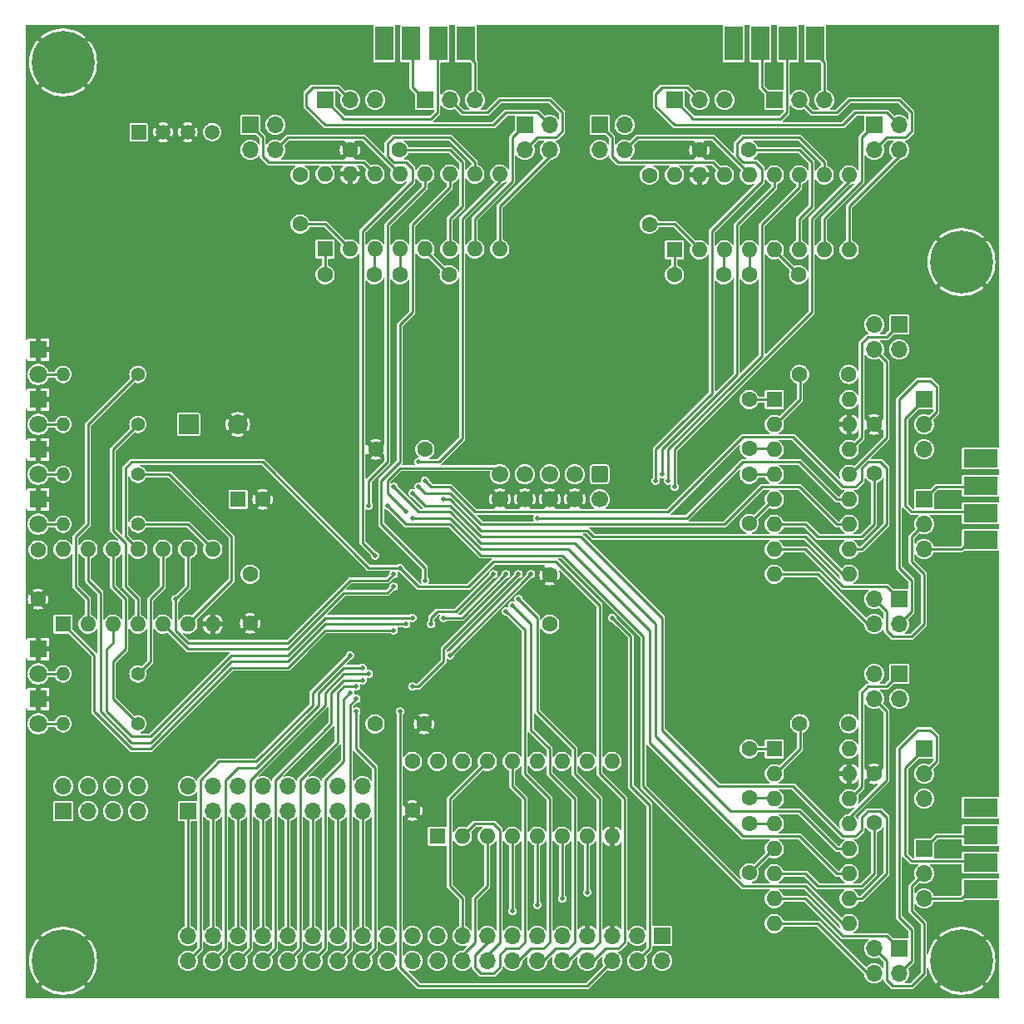
<source format=gbl>
G04 #@! TF.GenerationSoftware,KiCad,Pcbnew,8.0.4*
G04 #@! TF.CreationDate,2024-09-22T21:35:36-05:00*
G04 #@! TF.ProjectId,QuadCom_8b,51756164-436f-46d5-9f38-622e6b696361,rev?*
G04 #@! TF.SameCoordinates,Original*
G04 #@! TF.FileFunction,Copper,L2,Bot*
G04 #@! TF.FilePolarity,Positive*
%FSLAX46Y46*%
G04 Gerber Fmt 4.6, Leading zero omitted, Abs format (unit mm)*
G04 Created by KiCad (PCBNEW 8.0.4) date 2024-09-22 21:35:36*
%MOMM*%
%LPD*%
G01*
G04 APERTURE LIST*
G04 Aperture macros list*
%AMRoundRect*
0 Rectangle with rounded corners*
0 $1 Rounding radius*
0 $2 $3 $4 $5 $6 $7 $8 $9 X,Y pos of 4 corners*
0 Add a 4 corners polygon primitive as box body*
4,1,4,$2,$3,$4,$5,$6,$7,$8,$9,$2,$3,0*
0 Add four circle primitives for the rounded corners*
1,1,$1+$1,$2,$3*
1,1,$1+$1,$4,$5*
1,1,$1+$1,$6,$7*
1,1,$1+$1,$8,$9*
0 Add four rect primitives between the rounded corners*
20,1,$1+$1,$2,$3,$4,$5,0*
20,1,$1+$1,$4,$5,$6,$7,0*
20,1,$1+$1,$6,$7,$8,$9,0*
20,1,$1+$1,$8,$9,$2,$3,0*%
G04 Aperture macros list end*
G04 #@! TA.AperFunction,ComponentPad*
%ADD10C,0.800000*%
G04 #@! TD*
G04 #@! TA.AperFunction,ComponentPad*
%ADD11C,6.400000*%
G04 #@! TD*
G04 #@! TA.AperFunction,ComponentPad*
%ADD12R,1.700000X1.700000*%
G04 #@! TD*
G04 #@! TA.AperFunction,ComponentPad*
%ADD13O,1.700000X1.700000*%
G04 #@! TD*
G04 #@! TA.AperFunction,ComponentPad*
%ADD14R,1.600000X1.600000*%
G04 #@! TD*
G04 #@! TA.AperFunction,ComponentPad*
%ADD15O,1.600000X1.600000*%
G04 #@! TD*
G04 #@! TA.AperFunction,ComponentPad*
%ADD16C,1.400000*%
G04 #@! TD*
G04 #@! TA.AperFunction,ComponentPad*
%ADD17O,1.400000X1.400000*%
G04 #@! TD*
G04 #@! TA.AperFunction,ComponentPad*
%ADD18C,1.600000*%
G04 #@! TD*
G04 #@! TA.AperFunction,ComponentPad*
%ADD19RoundRect,0.250000X-0.600000X0.600000X-0.600000X-0.600000X0.600000X-0.600000X0.600000X0.600000X0*%
G04 #@! TD*
G04 #@! TA.AperFunction,ComponentPad*
%ADD20C,1.700000*%
G04 #@! TD*
G04 #@! TA.AperFunction,ComponentPad*
%ADD21R,1.800000X1.800000*%
G04 #@! TD*
G04 #@! TA.AperFunction,ComponentPad*
%ADD22C,1.800000*%
G04 #@! TD*
G04 #@! TA.AperFunction,SMDPad,CuDef*
%ADD23R,3.480000X1.846667*%
G04 #@! TD*
G04 #@! TA.AperFunction,ComponentPad*
%ADD24R,2.000000X2.000000*%
G04 #@! TD*
G04 #@! TA.AperFunction,ComponentPad*
%ADD25C,2.000000*%
G04 #@! TD*
G04 #@! TA.AperFunction,SMDPad,CuDef*
%ADD26R,1.846667X3.480000*%
G04 #@! TD*
G04 #@! TA.AperFunction,ComponentPad*
%ADD27R,1.508000X1.508000*%
G04 #@! TD*
G04 #@! TA.AperFunction,ComponentPad*
%ADD28C,1.508000*%
G04 #@! TD*
G04 #@! TA.AperFunction,ViaPad*
%ADD29C,0.500000*%
G04 #@! TD*
G04 #@! TA.AperFunction,Conductor*
%ADD30C,0.254000*%
G04 #@! TD*
G04 APERTURE END LIST*
D10*
X169050000Y-52070000D03*
X169752944Y-50372944D03*
X169752944Y-53767056D03*
X171450000Y-49670000D03*
D11*
X171450000Y-52070000D03*
D10*
X171450000Y-54470000D03*
X173147056Y-50372944D03*
X173147056Y-53767056D03*
X173850000Y-52070000D03*
D12*
X167640000Y-66040000D03*
D13*
X167640000Y-68580000D03*
X167640000Y-71120000D03*
D12*
X99060000Y-38100000D03*
D13*
X101600000Y-38100000D03*
X99060000Y-40640000D03*
X101600000Y-40640000D03*
D14*
X80010000Y-88900000D03*
D15*
X82550000Y-88900000D03*
X85089999Y-88900000D03*
X87630000Y-88900000D03*
X90170000Y-88900000D03*
X92710000Y-88900000D03*
X95250000Y-88900000D03*
X95250000Y-81280000D03*
X92710000Y-81280000D03*
X90170000Y-81280000D03*
X87630000Y-81280000D03*
X85090000Y-81280000D03*
X82550000Y-81280000D03*
X80010000Y-81280000D03*
D16*
X87630000Y-68580000D03*
D17*
X80010000Y-68580000D03*
D12*
X116840000Y-35560000D03*
D13*
X119380000Y-35560000D03*
X121919999Y-35560000D03*
D18*
X129540000Y-88900000D03*
X129540000Y-83900000D03*
X162550000Y-104140000D03*
X162550000Y-109140000D03*
X115570000Y-102870000D03*
X115570000Y-107870000D03*
D19*
X134620000Y-73660000D03*
D20*
X134620000Y-76200000D03*
X132080000Y-73660000D03*
X132080000Y-76200000D03*
X129540000Y-73660000D03*
X129540000Y-76200000D03*
X127000000Y-73660000D03*
X127000000Y-76200000D03*
X124460000Y-73660000D03*
X124460000Y-76200000D03*
D10*
X169050000Y-123190000D03*
X169752944Y-121492944D03*
X169752944Y-124887056D03*
X171450000Y-120790000D03*
D11*
X171450000Y-123190000D03*
D10*
X171450000Y-125590000D03*
X173147056Y-121492944D03*
X173147056Y-124887056D03*
X173850000Y-123190000D03*
D14*
X152400000Y-101600000D03*
D15*
X152400000Y-104140000D03*
X152400000Y-106679999D03*
X152400000Y-109220000D03*
X152400000Y-111760000D03*
X152400000Y-114300000D03*
X152400000Y-116840000D03*
X152400000Y-119380001D03*
X160020000Y-119380000D03*
X160020000Y-116840000D03*
X160020000Y-114300000D03*
X160020000Y-111760000D03*
X160020000Y-109220000D03*
X160020000Y-106680000D03*
X160020000Y-104140000D03*
X160020000Y-101600000D03*
D21*
X77470000Y-91440000D03*
D22*
X77470000Y-93980000D03*
D12*
X167640000Y-101600000D03*
D13*
X167640000Y-104140000D03*
X167640000Y-106680000D03*
D18*
X111680000Y-53340000D03*
X106680000Y-53340000D03*
D12*
X92710000Y-107950000D03*
D13*
X92710000Y-105410000D03*
X95250000Y-107950000D03*
X95250000Y-105410000D03*
X97789999Y-107950000D03*
X97790000Y-105410000D03*
X100330000Y-107950000D03*
X100330000Y-105410000D03*
X102870000Y-107950000D03*
X102870000Y-105410000D03*
X105410000Y-107950000D03*
X105410000Y-105410000D03*
X107950000Y-107950000D03*
X107950000Y-105410000D03*
X110490001Y-107950000D03*
X110490000Y-105410000D03*
D12*
X152400000Y-35560000D03*
D13*
X154940000Y-35560000D03*
X157479999Y-35560000D03*
D21*
X77470000Y-66040000D03*
D22*
X77470000Y-68580000D03*
D23*
X173377500Y-115915000D03*
X173377500Y-113145000D03*
X173377500Y-110375000D03*
X173377500Y-107605000D03*
D14*
X118110000Y-110490000D03*
D15*
X120650000Y-110490000D03*
X123189999Y-110490000D03*
X125730000Y-110490000D03*
X128270000Y-110490000D03*
X130810000Y-110490000D03*
X133350000Y-110490000D03*
X135890001Y-110490000D03*
X135890000Y-102870000D03*
X133350000Y-102870000D03*
X130810000Y-102870000D03*
X128270000Y-102870000D03*
X125730000Y-102870000D03*
X123190000Y-102870000D03*
X120650000Y-102870000D03*
X118110000Y-102870000D03*
D12*
X106680000Y-35560000D03*
D13*
X109220000Y-35560000D03*
X111759999Y-35560000D03*
D24*
X92790000Y-68580000D03*
D25*
X97790000Y-68580000D03*
D26*
X120995000Y-29822500D03*
X118225000Y-29822500D03*
X115455000Y-29822500D03*
X112685000Y-29822500D03*
D18*
X162550000Y-68580000D03*
X162550000Y-73580000D03*
D21*
X77470000Y-60960000D03*
D22*
X77470000Y-63500000D03*
D16*
X87630000Y-78740000D03*
D17*
X80010000Y-78740000D03*
D16*
X87630000Y-63500000D03*
D17*
X80010000Y-63500000D03*
D21*
X77470000Y-76200000D03*
D22*
X77470000Y-78740000D03*
D12*
X165100000Y-93980000D03*
D13*
X165100000Y-96520000D03*
X162560000Y-93980000D03*
X162560000Y-96520000D03*
D10*
X77610000Y-123190000D03*
X78312944Y-121492944D03*
X78312944Y-124887056D03*
X80010000Y-120790000D03*
D11*
X80010000Y-123190000D03*
D10*
X80010000Y-125590000D03*
X81707056Y-121492944D03*
X81707056Y-124887056D03*
X82410000Y-123190000D03*
D18*
X147240000Y-53340000D03*
X142240000Y-53340000D03*
D12*
X80010000Y-107950000D03*
D13*
X80010000Y-105410000D03*
X82550000Y-107950000D03*
X82550000Y-105410000D03*
X85089999Y-107950000D03*
X85090000Y-105410000D03*
X87630000Y-107950000D03*
X87630000Y-105410000D03*
D12*
X134620000Y-38100000D03*
D13*
X137160000Y-38100000D03*
X134620000Y-40640000D03*
X137160000Y-40640000D03*
D18*
X149850000Y-71040000D03*
X149850000Y-66040000D03*
D12*
X165100000Y-121920000D03*
D13*
X165100000Y-124460000D03*
X162560000Y-121920000D03*
X162560000Y-124460000D03*
D12*
X167640000Y-111760000D03*
D13*
X167640000Y-114300000D03*
X167640000Y-116840000D03*
D12*
X127000000Y-38100000D03*
D13*
X129540000Y-38100000D03*
X127000000Y-40640000D03*
X129540000Y-40640000D03*
D27*
X87690000Y-38839999D03*
D28*
X90190000Y-38839999D03*
X92690000Y-38839999D03*
X95190000Y-38839999D03*
D18*
X104140000Y-48180000D03*
X104140000Y-43180000D03*
D12*
X142240000Y-35560000D03*
D13*
X144780000Y-35560000D03*
X147319999Y-35560000D03*
D18*
X154970000Y-99045000D03*
X159970000Y-99045000D03*
D14*
X142240000Y-50800000D03*
D15*
X144780000Y-50800000D03*
X147319999Y-50800000D03*
X149860000Y-50800000D03*
X152400000Y-50800000D03*
X154940000Y-50800000D03*
X157480000Y-50800000D03*
X160020001Y-50800000D03*
X160020000Y-43180000D03*
X157480000Y-43180000D03*
X154940000Y-43180000D03*
X152400000Y-43180000D03*
X149860000Y-43180000D03*
X147320000Y-43180000D03*
X144780000Y-43180000D03*
X142240000Y-43180000D03*
D12*
X162560000Y-38100000D03*
D13*
X165100000Y-38100000D03*
X162560000Y-40640000D03*
X165100000Y-40640000D03*
D18*
X139700000Y-48220000D03*
X139700000Y-43220000D03*
X119300000Y-53340000D03*
X114300000Y-53340000D03*
D16*
X87630000Y-73660000D03*
D17*
X80010000Y-73660000D03*
D14*
X97830000Y-76200000D03*
D18*
X100330000Y-76200000D03*
D12*
X167640000Y-76200000D03*
D13*
X167640000Y-78740000D03*
X167640000Y-81280000D03*
D26*
X156555000Y-29822500D03*
X153785000Y-29822500D03*
X151015000Y-29822500D03*
X148245000Y-29822500D03*
D18*
X109220000Y-40640000D03*
X114220000Y-40640000D03*
X154860000Y-53340000D03*
X149860000Y-53340000D03*
D12*
X165100000Y-86360000D03*
D13*
X165100000Y-88900000D03*
X162560000Y-86360000D03*
X162560000Y-88900000D03*
D16*
X87630000Y-99060000D03*
D17*
X80010000Y-99060000D03*
D14*
X152400000Y-66040000D03*
D15*
X152400000Y-68580000D03*
X152400000Y-71119999D03*
X152400000Y-73660000D03*
X152400000Y-76200000D03*
X152400000Y-78740000D03*
X152400000Y-81280000D03*
X152400000Y-83820001D03*
X160020000Y-83820000D03*
X160020000Y-81280000D03*
X160020000Y-78740000D03*
X160020000Y-76200000D03*
X160020000Y-73660000D03*
X160020000Y-71120000D03*
X160020000Y-68580000D03*
X160020000Y-66040000D03*
D12*
X140970000Y-120650000D03*
D13*
X140970000Y-123190000D03*
X138430000Y-120650000D03*
X138430000Y-123190000D03*
X135890001Y-120650000D03*
X135890000Y-123190000D03*
X133350000Y-120650000D03*
X133350000Y-123190000D03*
X130810000Y-120650000D03*
X130810000Y-123190000D03*
X128270000Y-120650000D03*
X128270000Y-123190000D03*
X125730000Y-120650000D03*
X125730000Y-123190000D03*
X123189999Y-120650000D03*
X123190000Y-123190000D03*
X120650000Y-120650000D03*
X120650000Y-123190000D03*
X118110000Y-120650000D03*
X118110000Y-123190000D03*
X115570000Y-120650000D03*
X115570000Y-123190000D03*
X113030001Y-120650000D03*
X113030000Y-123190000D03*
X110490000Y-120650000D03*
X110490000Y-123190000D03*
X107950000Y-120650000D03*
X107950000Y-123190000D03*
X105410000Y-120650000D03*
X105410000Y-123190000D03*
X102870001Y-120650000D03*
X102870000Y-123190000D03*
X100329999Y-120650000D03*
X100330000Y-123190000D03*
X97790000Y-120650000D03*
X97790000Y-123190000D03*
X95250000Y-120650000D03*
X95250000Y-123190000D03*
X92710000Y-120650000D03*
X92710000Y-123190000D03*
D21*
X77470000Y-96520000D03*
D22*
X77470000Y-99060000D03*
D18*
X149850000Y-106600000D03*
X149850000Y-101600000D03*
X149850000Y-114220000D03*
X149850000Y-109220000D03*
D14*
X106680000Y-50720000D03*
D15*
X109220000Y-50720000D03*
X111759999Y-50720000D03*
X114300000Y-50720000D03*
X116840000Y-50720000D03*
X119380000Y-50720000D03*
X121920000Y-50720000D03*
X124460001Y-50720000D03*
X124460000Y-43100000D03*
X121920000Y-43100000D03*
X119380000Y-43100000D03*
X116840000Y-43100000D03*
X114300000Y-43100000D03*
X111760000Y-43100000D03*
X109220000Y-43100000D03*
X106680000Y-43100000D03*
D18*
X111760000Y-99060000D03*
X116760000Y-99060000D03*
D12*
X165100000Y-58420000D03*
D13*
X165100000Y-60960000D03*
X162560000Y-58420000D03*
X162560000Y-60960000D03*
D21*
X77470000Y-71120000D03*
D22*
X77470000Y-73660000D03*
D18*
X99060000Y-83820000D03*
X99060000Y-88820000D03*
D16*
X87630000Y-93980000D03*
D17*
X80010000Y-93980000D03*
D18*
X144780000Y-40640000D03*
X149780000Y-40640000D03*
D10*
X77610000Y-31750000D03*
X78312944Y-30052944D03*
X78312944Y-33447056D03*
X80010000Y-29350000D03*
D11*
X80010000Y-31750000D03*
D10*
X80010000Y-34150000D03*
X81707056Y-30052944D03*
X81707056Y-33447056D03*
X82410000Y-31750000D03*
D18*
X154970000Y-63485000D03*
X159970000Y-63485000D03*
D23*
X173377500Y-80355000D03*
X173377500Y-77585000D03*
X173377500Y-74815000D03*
X173377500Y-72045000D03*
D18*
X77470000Y-81360000D03*
X77470000Y-86360000D03*
X116840000Y-71120000D03*
X111840000Y-71120000D03*
X149850000Y-78660000D03*
X149850000Y-73660000D03*
D29*
X134620000Y-79375000D03*
X125730000Y-78105000D03*
X123190000Y-78105000D03*
X124460000Y-88900000D03*
X107950000Y-92075000D03*
X110490000Y-90170000D03*
X111760000Y-86995000D03*
X104140000Y-94615000D03*
X113030000Y-118745000D03*
X111125000Y-118745000D03*
X109855000Y-118745000D03*
X108585000Y-118745000D03*
X107315000Y-118745000D03*
X106045000Y-118745000D03*
X104775000Y-118745000D03*
X103505000Y-118745000D03*
X102235000Y-118745000D03*
X100965000Y-118745000D03*
X99695000Y-118745000D03*
X98425000Y-118745000D03*
X97155000Y-118745000D03*
X95885000Y-118745000D03*
X94615000Y-118745000D03*
X93345000Y-118745000D03*
X92075000Y-118745000D03*
X111125000Y-115570000D03*
X109855000Y-115570000D03*
X108585000Y-115570000D03*
X107315000Y-115570000D03*
X106045000Y-115570000D03*
X104775000Y-115570000D03*
X103505000Y-115570000D03*
X102235000Y-115570000D03*
X100965000Y-115570000D03*
X99695000Y-115570000D03*
X98425000Y-115570000D03*
X92075000Y-115570000D03*
X97155000Y-115570000D03*
X95885000Y-115570000D03*
X94615000Y-115570000D03*
X93345000Y-115570000D03*
X91440000Y-110490000D03*
X112395000Y-109855000D03*
X111125000Y-109855000D03*
X109855000Y-109855000D03*
X108585000Y-109855000D03*
X107315000Y-109855000D03*
X106045000Y-109855000D03*
X104775000Y-109855000D03*
X103505000Y-109855000D03*
X102235000Y-109855000D03*
X100965000Y-109855000D03*
X99695000Y-109855000D03*
X98425000Y-109855000D03*
X97155000Y-109855000D03*
X95885000Y-109855000D03*
X94615000Y-109855000D03*
X93345000Y-109855000D03*
X130175000Y-98425000D03*
X128905000Y-99695000D03*
X127635000Y-100965000D03*
X162560000Y-63500000D03*
X168275000Y-62230000D03*
X165100000Y-63500000D03*
X135255000Y-125095000D03*
X132715000Y-125095000D03*
X125730000Y-125095000D03*
X120650000Y-125095000D03*
X130810000Y-118745000D03*
X128270000Y-118745000D03*
X126365000Y-118745000D03*
X123190000Y-118745000D03*
X149225000Y-125730000D03*
X149225000Y-121920000D03*
X158115000Y-124460000D03*
X162560000Y-118110000D03*
X167005000Y-120650000D03*
X170180000Y-118110000D03*
X170180000Y-114935000D03*
X169545000Y-112395000D03*
X165735000Y-113665000D03*
X164465000Y-113030000D03*
X163195000Y-113030000D03*
X161925000Y-113030000D03*
X167640000Y-98425000D03*
X165100000Y-99060000D03*
X162560000Y-99060000D03*
X168275000Y-85090000D03*
X167005000Y-85090000D03*
X161925000Y-83185000D03*
X169545000Y-76835000D03*
X170180000Y-79375000D03*
X165735000Y-78105000D03*
X164465000Y-77470000D03*
X163195000Y-77470000D03*
X161290000Y-77470000D03*
X154305000Y-84455000D03*
X154305000Y-82550000D03*
X154305000Y-80645000D03*
X154305000Y-79375000D03*
X154305000Y-76835000D03*
X154305000Y-73660000D03*
X154305000Y-68580000D03*
X154305000Y-71120000D03*
X144780000Y-72390000D03*
X144780000Y-81280000D03*
X144780000Y-79375000D03*
X147320000Y-76200000D03*
X145415000Y-74930000D03*
X125730000Y-36195000D03*
X118745000Y-37465000D03*
X113030000Y-32385000D03*
X114935000Y-32385000D03*
X161290000Y-36195000D03*
X154940000Y-37465000D03*
X148590000Y-33020000D03*
X158750000Y-33020000D03*
X155575000Y-33020000D03*
X153035000Y-33655000D03*
X150495000Y-32385000D03*
X123190000Y-33020000D03*
X120015000Y-33020000D03*
X104140000Y-38100000D03*
X116840000Y-40005000D03*
X144780000Y-38735000D03*
X139700000Y-40640000D03*
X139700000Y-38100000D03*
X153670000Y-40005000D03*
X153670000Y-41910000D03*
X158115000Y-44450000D03*
X158750000Y-48895000D03*
X156845000Y-48895000D03*
X155575000Y-48895000D03*
X152400000Y-48895000D03*
X149860000Y-48895000D03*
X147320000Y-48895000D03*
X144780000Y-48260000D03*
X144780000Y-55245000D03*
X157480000Y-55245000D03*
X154940000Y-55245000D03*
X152400000Y-55245000D03*
X149860000Y-55245000D03*
X147320000Y-55245000D03*
X135890000Y-108585000D03*
X133350000Y-108585000D03*
X130810000Y-108585000D03*
X128270000Y-108585000D03*
X131445000Y-104775000D03*
X128905000Y-104775000D03*
X126365000Y-104775000D03*
X121285000Y-106045000D03*
X119380000Y-105410000D03*
X117475000Y-104775000D03*
X111125000Y-101600000D03*
X109855000Y-102870000D03*
X107950000Y-102235000D03*
X106045000Y-101600000D03*
X104140000Y-100965000D03*
X100330000Y-95885000D03*
X116840000Y-93345000D03*
X111125000Y-95250000D03*
X113665000Y-95250000D03*
X118110000Y-90170000D03*
X111760000Y-90170000D03*
X115570000Y-85725000D03*
X117475000Y-86360000D03*
X117475000Y-83820000D03*
X121920000Y-82550000D03*
X118745000Y-80010000D03*
X121920000Y-74930000D03*
X105410000Y-81915000D03*
X107950000Y-81915000D03*
X109855000Y-71120000D03*
X120015000Y-72390000D03*
X118745000Y-70485000D03*
X106045000Y-48895000D03*
X109220000Y-48895000D03*
X125095000Y-48895000D03*
X123190000Y-48895000D03*
X121285000Y-48895000D03*
X120015000Y-48895000D03*
X117475000Y-48895000D03*
X114300000Y-48895000D03*
X111760000Y-48895000D03*
X121920000Y-55245000D03*
X119380000Y-55245000D03*
X116840000Y-55245000D03*
X114300000Y-55245000D03*
X109220000Y-55245000D03*
X111760000Y-55245000D03*
X116205000Y-72390000D03*
X114935000Y-77470000D03*
X158750000Y-113030000D03*
X158750000Y-114935000D03*
X154305000Y-116205000D03*
X154305000Y-112395000D03*
X154305000Y-106680000D03*
X154305000Y-109220000D03*
X140970000Y-116205000D03*
X144145000Y-107950000D03*
X138430000Y-116205000D03*
X138430000Y-108585000D03*
X142240000Y-92710000D03*
X136525000Y-92710000D03*
X132715000Y-92710000D03*
X135890000Y-114935000D03*
X133985000Y-114935000D03*
X132715000Y-114935000D03*
X113030000Y-111760000D03*
X115570000Y-111760000D03*
X121920000Y-111760000D03*
X121285000Y-115570000D03*
X116840000Y-114935000D03*
X113030000Y-115570000D03*
X87630000Y-114935000D03*
X81280000Y-111125000D03*
X78740000Y-101600000D03*
X87630000Y-102870000D03*
X84455000Y-101600000D03*
X88265000Y-92075000D03*
X90170000Y-90805000D03*
X86360000Y-95885000D03*
X81280000Y-95885000D03*
X82550000Y-95885000D03*
X89535000Y-95250000D03*
X86995000Y-90805000D03*
X81280000Y-86995000D03*
X92710000Y-86995000D03*
X90170000Y-86995000D03*
X88265000Y-86995000D03*
X86995000Y-86995000D03*
X85090000Y-86995000D03*
X83185000Y-86995000D03*
X91440000Y-86360000D03*
X133350000Y-116205000D03*
X130810000Y-116840000D03*
X128270000Y-117475000D03*
X125730000Y-118110000D03*
X109855000Y-86995000D03*
X109855000Y-85090000D03*
X112395000Y-83820000D03*
X103505000Y-85725000D03*
X107315000Y-76200000D03*
X109220000Y-77470000D03*
X111760000Y-75565000D03*
X111760000Y-79375000D03*
X112395000Y-82550000D03*
X135890000Y-88265000D03*
X117475000Y-88900000D03*
X123825000Y-83820000D03*
X140335000Y-74295000D03*
X125095000Y-83820000D03*
X118745000Y-88265000D03*
X140970000Y-73660000D03*
X115570000Y-95250000D03*
X126365000Y-83820000D03*
X141605000Y-74295000D03*
X119380000Y-92075000D03*
X127635000Y-83820000D03*
X142240000Y-74930000D03*
X116840000Y-74295000D03*
X128270000Y-78105000D03*
X116205000Y-74930000D03*
X118745000Y-76200000D03*
X115570000Y-75565000D03*
X113665000Y-74930000D03*
X115570000Y-78105000D03*
X113030000Y-76835000D03*
X116840000Y-84455000D03*
X111125000Y-76835000D03*
X111760000Y-81915000D03*
X114300000Y-97790000D03*
X126365000Y-86360000D03*
X125730000Y-86995000D03*
X125095000Y-87609999D03*
X109855000Y-97790000D03*
X109855000Y-96520000D03*
X109220000Y-95885000D03*
X109855000Y-95250000D03*
X110490000Y-94615000D03*
X111125000Y-93980000D03*
X110490000Y-93345000D03*
X109220000Y-92075000D03*
X114300000Y-83185000D03*
X113665000Y-83820000D03*
X113665000Y-89535000D03*
X113665000Y-85090000D03*
X115570000Y-88265000D03*
X114935000Y-88900000D03*
D30*
X122555000Y-124460000D02*
X121920000Y-123825000D01*
X123825000Y-124460000D02*
X122555000Y-124460000D01*
X124460000Y-123825000D02*
X123825000Y-124460000D01*
X124460000Y-122555000D02*
X124460000Y-123825000D01*
X121920000Y-123825000D02*
X121920000Y-122555000D01*
X125730000Y-105410000D02*
X125730000Y-102870000D01*
X127000000Y-106680000D02*
X125730000Y-105410000D01*
X127000000Y-121285000D02*
X127000000Y-106680000D01*
X126365000Y-121920000D02*
X127000000Y-121285000D01*
X125095000Y-121920000D02*
X126365000Y-121920000D01*
X124460000Y-122555000D02*
X125095000Y-121920000D01*
X123189999Y-121285001D02*
X121920000Y-122555000D01*
X123189999Y-120650000D02*
X123189999Y-121285001D01*
X159385000Y-119380000D02*
X160020000Y-119380000D01*
X122555000Y-81915000D02*
X130810000Y-81915000D01*
X149225000Y-115570000D02*
X155575000Y-115570000D01*
X155575000Y-115570000D02*
X159385000Y-119380000D01*
X119380000Y-78740000D02*
X122555000Y-81915000D01*
X139065000Y-105410000D02*
X149225000Y-115570000D01*
X130810000Y-81915000D02*
X139065000Y-90170000D01*
X114935000Y-78740000D02*
X119380000Y-78740000D01*
X113030000Y-76835000D02*
X114935000Y-78740000D01*
X139065000Y-90170000D02*
X139065000Y-105410000D01*
X158750000Y-114300000D02*
X160020000Y-114300000D01*
X154940000Y-110490000D02*
X158750000Y-114300000D01*
X149225000Y-110490000D02*
X154940000Y-110490000D01*
X139700000Y-100965000D02*
X149225000Y-110490000D01*
X131445000Y-81280000D02*
X139700000Y-89535000D01*
X122555000Y-81280000D02*
X131445000Y-81280000D01*
X139700000Y-89535000D02*
X139700000Y-100965000D01*
X119380000Y-78105000D02*
X122555000Y-81280000D01*
X115570000Y-78105000D02*
X119380000Y-78105000D01*
X116205000Y-77470000D02*
X113665000Y-74930000D01*
X119380000Y-77470000D02*
X116205000Y-77470000D01*
X140335000Y-88900000D02*
X132080000Y-80645000D01*
X132080000Y-80645000D02*
X122555000Y-80645000D01*
X122555000Y-80645000D02*
X119380000Y-77470000D01*
X140335000Y-100330000D02*
X140335000Y-88900000D01*
X154940000Y-107950000D02*
X147955000Y-107950000D01*
X147955000Y-107950000D02*
X140335000Y-100330000D01*
X158750000Y-111760000D02*
X154940000Y-107950000D01*
X160020000Y-111760000D02*
X158750000Y-111760000D01*
X161290000Y-116840000D02*
X160020000Y-116840000D01*
X163830000Y-114300000D02*
X161290000Y-116840000D01*
X163830000Y-108585000D02*
X163830000Y-114300000D01*
X163195000Y-107950000D02*
X163830000Y-108585000D01*
X161925000Y-107950000D02*
X163195000Y-107950000D01*
X161290000Y-108585000D02*
X161925000Y-107950000D01*
X160655000Y-110490000D02*
X161290000Y-109855000D01*
X159385000Y-110490000D02*
X160655000Y-110490000D01*
X140970000Y-99695000D02*
X146685000Y-105410000D01*
X154305000Y-105410000D02*
X159385000Y-110490000D01*
X132715000Y-80010000D02*
X140970000Y-88265000D01*
X122555000Y-80010000D02*
X132715000Y-80010000D01*
X161290000Y-109855000D02*
X161290000Y-108585000D01*
X119380000Y-76835000D02*
X122555000Y-80010000D01*
X146685000Y-105410000D02*
X154305000Y-105410000D01*
X140970000Y-88265000D02*
X140970000Y-99695000D01*
X116840000Y-76835000D02*
X119380000Y-76835000D01*
X115570000Y-75565000D02*
X116840000Y-76835000D01*
X115570000Y-57150000D02*
X115570000Y-48260000D01*
X114300000Y-58420000D02*
X115570000Y-57150000D01*
X114300000Y-72390000D02*
X114300000Y-58420000D01*
X112395000Y-74295000D02*
X114300000Y-72390000D01*
X112395000Y-78740000D02*
X112395000Y-74295000D01*
X116840000Y-83185000D02*
X112395000Y-78740000D01*
X116840000Y-84455000D02*
X116840000Y-83185000D01*
X115570000Y-48260000D02*
X119380000Y-44450000D01*
X119380000Y-44450000D02*
X119380001Y-43180000D01*
X118110000Y-87630000D02*
X120015000Y-87630000D01*
X117475000Y-88265000D02*
X118110000Y-87630000D01*
X117475000Y-88900000D02*
X117475000Y-88265000D01*
X120015000Y-87630000D02*
X123825000Y-83820000D01*
X132715000Y-121920000D02*
X131445000Y-123190000D01*
X133985000Y-121920000D02*
X132715000Y-121920000D01*
X131445000Y-123190000D02*
X130810000Y-123190000D01*
X134620000Y-106680000D02*
X134620000Y-121285000D01*
X132080000Y-101600000D02*
X132080000Y-104140000D01*
X128270000Y-97790000D02*
X132080000Y-101600000D01*
X132080000Y-104140000D02*
X134620000Y-106680000D01*
X134620000Y-121285000D02*
X133985000Y-121920000D01*
X128270000Y-88265000D02*
X128270000Y-97790000D01*
X126365000Y-86360000D02*
X128270000Y-88265000D01*
X130175000Y-121920000D02*
X128905000Y-123190000D01*
X131445000Y-121920000D02*
X130175000Y-121920000D01*
X128905000Y-123190000D02*
X128270000Y-123190000D01*
X132080000Y-106680000D02*
X132080000Y-121285000D01*
X129540000Y-101600000D02*
X129540000Y-104140000D01*
X127635000Y-99695000D02*
X129540000Y-101600000D01*
X132080000Y-121285000D02*
X131445000Y-121920000D01*
X127635000Y-88900000D02*
X127635000Y-99695000D01*
X129540000Y-104140000D02*
X132080000Y-106680000D01*
X125730000Y-86995000D02*
X127635000Y-88900000D01*
X126365000Y-123190000D02*
X125730000Y-123190000D01*
X127635000Y-121920000D02*
X126365000Y-123190000D01*
X128905000Y-121920000D02*
X127635000Y-121920000D01*
X129540000Y-121285000D02*
X128905000Y-121920000D01*
X129540000Y-106680000D02*
X129540000Y-121285000D01*
X127000000Y-89514999D02*
X127000000Y-104140000D01*
X127000000Y-104140000D02*
X129540000Y-106680000D01*
X125095000Y-87609999D02*
X127000000Y-89514999D01*
X93980000Y-121920000D02*
X92710000Y-123190000D01*
X95885000Y-102870000D02*
X93980000Y-104775000D01*
X99695000Y-102870000D02*
X95885000Y-102870000D01*
X105410000Y-97155000D02*
X99695000Y-102870000D01*
X105410000Y-95885000D02*
X105410000Y-97155000D01*
X109220000Y-92075000D02*
X105410000Y-95885000D01*
X93980000Y-104775000D02*
X93980000Y-121920000D01*
X83185000Y-97790000D02*
X83185000Y-92075000D01*
X83185000Y-92075000D02*
X80010000Y-88900000D01*
X97155000Y-93345000D02*
X88900000Y-101600000D01*
X88900000Y-101600000D02*
X86995000Y-101600000D01*
X86995000Y-101600000D02*
X83185000Y-97790000D01*
X106680000Y-89535000D02*
X102870000Y-93345000D01*
X102870000Y-93345000D02*
X97155000Y-93345000D01*
X113665000Y-89535000D02*
X106680000Y-89535000D01*
X82550000Y-84455000D02*
X82550000Y-81280000D01*
X83820000Y-97790000D02*
X83820000Y-85725000D01*
X83820000Y-85725000D02*
X82550000Y-84455000D01*
X88900000Y-100965000D02*
X86995000Y-100965000D01*
X97155000Y-92710000D02*
X88900000Y-100965000D01*
X102870000Y-92710000D02*
X97155000Y-92710000D01*
X106680000Y-88900000D02*
X102870000Y-92710000D01*
X86995000Y-100965000D02*
X83820000Y-97790000D01*
X114935000Y-88900000D02*
X106680000Y-88900000D01*
X85090000Y-88900001D02*
X85089999Y-88900000D01*
X85090000Y-90805000D02*
X85090000Y-88900001D01*
X88900000Y-100330000D02*
X86995000Y-100330000D01*
X86995000Y-100330000D02*
X84455000Y-97790000D01*
X97155000Y-92075000D02*
X88900000Y-100330000D01*
X84455000Y-91440000D02*
X85090000Y-90805000D01*
X102870000Y-92075000D02*
X97155000Y-92075000D01*
X84455000Y-97790000D02*
X84455000Y-91440000D01*
X106680000Y-88265000D02*
X102870000Y-92075000D01*
X115570000Y-88265000D02*
X106680000Y-88265000D01*
X108585000Y-85725000D02*
X113030000Y-85725000D01*
X102870000Y-91440000D02*
X108585000Y-85725000D01*
X92710000Y-91440000D02*
X102870000Y-91440000D01*
X113030000Y-85725000D02*
X113665000Y-85090000D01*
X90170000Y-88900000D02*
X92710000Y-91440000D01*
X113030000Y-84455000D02*
X113665000Y-83820000D01*
X109220000Y-84455000D02*
X113030000Y-84455000D01*
X102870000Y-90805000D02*
X109220000Y-84455000D01*
X92710000Y-90805000D02*
X102870000Y-90805000D01*
X91440000Y-89535000D02*
X92710000Y-90805000D01*
X91440000Y-86360000D02*
X91440000Y-89535000D01*
X96520000Y-121920000D02*
X95250000Y-123190000D01*
X96520000Y-104775000D02*
X96520000Y-121920000D01*
X97790000Y-103505000D02*
X96520000Y-104775000D01*
X106045000Y-97155000D02*
X99695000Y-103505000D01*
X108585000Y-93345000D02*
X106045000Y-95885000D01*
X110490000Y-93345000D02*
X108585000Y-93345000D01*
X106045000Y-95885000D02*
X106045000Y-97155000D01*
X99695000Y-103505000D02*
X97790000Y-103505000D01*
X99060000Y-104775000D02*
X99060000Y-121920000D01*
X106680000Y-97155000D02*
X99060000Y-104775000D01*
X99060000Y-121920000D02*
X97790000Y-123190000D01*
X106680000Y-95885000D02*
X106680000Y-97155000D01*
X108585000Y-93980000D02*
X106680000Y-95885000D01*
X111125000Y-93980000D02*
X108585000Y-93980000D01*
X101600000Y-121920000D02*
X100330000Y-123190000D01*
X101600000Y-104775000D02*
X101600000Y-121920000D01*
X107315000Y-99060000D02*
X101600000Y-104775000D01*
X108585000Y-94615000D02*
X107315000Y-95885000D01*
X110490000Y-94615000D02*
X108585000Y-94615000D01*
X107315000Y-95885000D02*
X107315000Y-99060000D01*
X86995000Y-72390000D02*
X86360000Y-73025000D01*
X86360000Y-80010000D02*
X87630000Y-81280000D01*
X100330000Y-72390000D02*
X86995000Y-72390000D01*
X86360000Y-73025000D02*
X86360000Y-80010000D01*
X111125000Y-83185000D02*
X100330000Y-72390000D01*
X114300000Y-83185000D02*
X111125000Y-83185000D01*
X113030000Y-75565000D02*
X114935000Y-77470000D01*
X113030000Y-74295000D02*
X113030000Y-75565000D01*
X123825000Y-73025000D02*
X114300000Y-73025000D01*
X114300000Y-73025000D02*
X113030000Y-74295000D01*
X124460000Y-73660000D02*
X123825000Y-73025000D01*
X124460000Y-43815000D02*
X124460000Y-43180000D01*
X120650000Y-47625000D02*
X124460000Y-43815000D01*
X120650000Y-70008750D02*
X120650000Y-47625000D01*
X118268750Y-72390000D02*
X120650000Y-70008750D01*
X116205000Y-72390000D02*
X118268750Y-72390000D01*
X161290000Y-81280000D02*
X160020000Y-81280000D01*
X163830000Y-78740000D02*
X161290000Y-81280000D01*
X161925000Y-72390000D02*
X163195000Y-72390000D01*
X163830000Y-73025000D02*
X163830000Y-78740000D01*
X161290000Y-73025000D02*
X161925000Y-72390000D01*
X161290000Y-74295000D02*
X161290000Y-73025000D01*
X160655000Y-74930000D02*
X161290000Y-74295000D01*
X149225000Y-69850000D02*
X154305000Y-69850000D01*
X154305000Y-69850000D02*
X159385000Y-74930000D01*
X141605000Y-77470000D02*
X149225000Y-69850000D01*
X121920000Y-77470000D02*
X141605000Y-77470000D01*
X163195000Y-72390000D02*
X163830000Y-73025000D01*
X119380000Y-74930000D02*
X121920000Y-77470000D01*
X117475000Y-74930000D02*
X119380000Y-74930000D01*
X116840000Y-74295000D02*
X117475000Y-74930000D01*
X159385000Y-74930000D02*
X160655000Y-74930000D01*
X116205000Y-95250000D02*
X115570000Y-95250000D01*
X118745000Y-92710000D02*
X116205000Y-95250000D01*
X118745000Y-91440000D02*
X118745000Y-92710000D01*
X126365000Y-83820000D02*
X118745000Y-91440000D01*
X133985000Y-123190000D02*
X133350000Y-123190000D01*
X136525000Y-121920000D02*
X135255000Y-121920000D01*
X134620000Y-104140000D02*
X137160000Y-106680000D01*
X137160000Y-106680000D02*
X137160000Y-121285000D01*
X134620000Y-86995000D02*
X134620000Y-104140000D01*
X123825000Y-82550000D02*
X130175000Y-82550000D01*
X137160000Y-121285000D02*
X136525000Y-121920000D01*
X121285000Y-85090000D02*
X123825000Y-82550000D01*
X135255000Y-121920000D02*
X133985000Y-123190000D01*
X130175000Y-82550000D02*
X134620000Y-86995000D01*
X116205000Y-85090000D02*
X121285000Y-85090000D01*
X114300000Y-83185000D02*
X116205000Y-85090000D01*
X151130000Y-74930000D02*
X154940000Y-74930000D01*
X147320000Y-78740000D02*
X151130000Y-74930000D01*
X122555000Y-78740000D02*
X147320000Y-78740000D01*
X158750000Y-78740000D02*
X160020000Y-78740000D01*
X119380000Y-75565000D02*
X122555000Y-78740000D01*
X154940000Y-74930000D02*
X158750000Y-78740000D01*
X116840000Y-75565000D02*
X119380000Y-75565000D01*
X116205000Y-74930000D02*
X116840000Y-75565000D01*
X155575000Y-80010000D02*
X159385000Y-83820000D01*
X118745000Y-76200000D02*
X119380000Y-76200000D01*
X122555000Y-79375000D02*
X133350000Y-79375000D01*
X159385000Y-83820000D02*
X160020000Y-83820000D01*
X119380000Y-76200000D02*
X122555000Y-79375000D01*
X133350000Y-79375000D02*
X133985000Y-80010000D01*
X133985000Y-80010000D02*
X155575000Y-80010000D01*
X116840000Y-44450000D02*
X116840000Y-43180000D01*
X113030000Y-48260000D02*
X116840000Y-44450000D01*
X113030000Y-72390000D02*
X113030000Y-48260000D01*
X111125000Y-74295000D02*
X113030000Y-72390000D01*
X111125000Y-76835000D02*
X111125000Y-74295000D01*
X119380000Y-39370000D02*
X121920000Y-41910000D01*
X113665000Y-39370000D02*
X119380000Y-39370000D01*
X113030000Y-40004999D02*
X113665000Y-39370000D01*
X113030000Y-41275000D02*
X113030000Y-40004999D01*
X114935000Y-41909999D02*
X113665000Y-41910000D01*
X115570000Y-42545000D02*
X114935000Y-41909999D01*
X113665000Y-41910000D02*
X113030000Y-41275000D01*
X110490000Y-48895000D02*
X115570000Y-43815000D01*
X115570000Y-43815000D02*
X115570000Y-42545000D01*
X110490000Y-80645000D02*
X110490000Y-48895000D01*
X111760000Y-81915000D02*
X110490000Y-80645000D01*
X121920000Y-41910000D02*
X121920000Y-43180000D01*
X154940000Y-72390000D02*
X158750000Y-76200000D01*
X149225000Y-72390000D02*
X154940000Y-72390000D01*
X143510000Y-78105000D02*
X149225000Y-72390000D01*
X128270000Y-78105000D02*
X143510000Y-78105000D01*
X158750000Y-76200000D02*
X160020000Y-76200000D01*
X133350000Y-115570000D02*
X133350000Y-116205000D01*
X133350000Y-110490000D02*
X133350000Y-115570000D01*
X130810000Y-110490000D02*
X130810000Y-114935000D01*
X130810000Y-114935000D02*
X130810000Y-116840000D01*
X128270000Y-114935000D02*
X128270000Y-117475000D01*
X128270000Y-110490000D02*
X128270000Y-114935000D01*
X125730000Y-118110000D02*
X125730000Y-110490000D01*
X120650000Y-88265000D02*
X118745000Y-88265000D01*
X125095000Y-83820000D02*
X120650000Y-88265000D01*
X127635000Y-83820000D02*
X119380000Y-92075000D01*
X136525000Y-88900000D02*
X135890000Y-88265000D01*
X137795000Y-90170000D02*
X136525000Y-88900000D01*
X137795000Y-102235000D02*
X137795000Y-90170000D01*
X139700000Y-107315000D02*
X137795000Y-105410000D01*
X137795000Y-105410000D02*
X137795000Y-102235000D01*
X139700000Y-120650000D02*
X139700000Y-107315000D01*
X139700000Y-121920000D02*
X139700000Y-120650000D01*
X138430000Y-123190000D02*
X139700000Y-121920000D01*
X140335000Y-71120000D02*
X140335000Y-74295000D01*
X146050000Y-65405000D02*
X142875000Y-68580000D01*
X146050000Y-56515000D02*
X146050000Y-65405000D01*
X142875000Y-68580000D02*
X140335000Y-71120000D01*
X140970000Y-72390000D02*
X140970000Y-73660000D01*
X146050000Y-66040000D02*
X140970000Y-71120000D01*
X148590000Y-63500000D02*
X146050000Y-66040000D01*
X140970000Y-71120000D02*
X140970000Y-72390000D01*
X148590000Y-57150000D02*
X148590000Y-63500000D01*
X141605000Y-71755000D02*
X141605000Y-74295000D01*
X141605000Y-71120000D02*
X141605000Y-71755000D01*
X148590000Y-64135000D02*
X141605000Y-71120000D01*
X151130000Y-61595000D02*
X148590000Y-64135000D01*
X151130000Y-57785000D02*
X151130000Y-61595000D01*
X142240000Y-71120000D02*
X142240000Y-74930000D01*
X147955000Y-65405000D02*
X142240000Y-71120000D01*
X156210000Y-47625000D02*
X156210000Y-57150000D01*
X160020000Y-43815000D02*
X156210000Y-47625000D01*
X156210000Y-57150000D02*
X147955000Y-65405000D01*
X160020000Y-43180000D02*
X160020000Y-43815000D01*
X148590000Y-48260000D02*
X148590000Y-57150000D01*
X152400000Y-43180000D02*
X152400000Y-44450000D01*
X152400000Y-44450000D02*
X148590000Y-48260000D01*
X151130000Y-48260000D02*
X151130000Y-57785000D01*
X154940000Y-44450000D02*
X151130000Y-48260000D01*
X154940001Y-43180000D02*
X154940000Y-44450000D01*
X149225000Y-41910000D02*
X150495000Y-41909999D01*
X148590000Y-41275000D02*
X149225000Y-41910000D01*
X157480000Y-43180000D02*
X157480000Y-41910000D01*
X148590000Y-40004999D02*
X148590000Y-41275000D01*
X154940000Y-39370000D02*
X149225000Y-39370000D01*
X149225000Y-39370000D02*
X148590000Y-40004999D01*
X157480000Y-41910000D02*
X154940000Y-39370000D01*
X146050000Y-48895000D02*
X146050000Y-56515000D01*
X150495000Y-41909999D02*
X151130000Y-42545000D01*
X151130000Y-43815000D02*
X146050000Y-48895000D01*
X151130000Y-42545000D02*
X151130000Y-43815000D01*
X163830000Y-97790000D02*
X163830000Y-104775000D01*
X163830000Y-104775000D02*
X160100000Y-108505000D01*
X160100000Y-108505000D02*
X160100000Y-109220000D01*
X162560000Y-96520000D02*
X163830000Y-97790000D01*
X123190000Y-122555000D02*
X124460000Y-121285000D01*
X124460000Y-121285000D02*
X124460000Y-109855000D01*
X123190000Y-123190000D02*
X123190000Y-122555000D01*
X120650000Y-122555000D02*
X121920000Y-121285000D01*
X121920000Y-121285000D02*
X121920000Y-116840000D01*
X120650000Y-123190000D02*
X120650000Y-122555000D01*
X116205000Y-125730000D02*
X133350000Y-125730000D01*
X114300000Y-123825000D02*
X116205000Y-125730000D01*
X114300000Y-97790000D02*
X114300000Y-123825000D01*
X133350000Y-125730000D02*
X135890000Y-123190000D01*
X119380000Y-106680000D02*
X123190000Y-102870000D01*
X119380000Y-115570000D02*
X119380000Y-106680000D01*
X120650000Y-120650000D02*
X120650000Y-116840000D01*
X120650000Y-116840000D02*
X119380000Y-115570000D01*
X121920000Y-109220000D02*
X120650000Y-110490000D01*
X123825000Y-109220000D02*
X121920000Y-109220000D01*
X124460000Y-109855000D02*
X123825000Y-109220000D01*
X123190000Y-115570000D02*
X123190000Y-110490001D01*
X123190000Y-110490001D02*
X123189999Y-110490000D01*
X121920000Y-116840000D02*
X123190000Y-115570000D01*
X109855000Y-101600000D02*
X109855000Y-97790000D01*
X111760000Y-103505000D02*
X109855000Y-101600000D01*
X111760000Y-121920000D02*
X111760000Y-103505000D01*
X110490000Y-123190000D02*
X111760000Y-121920000D01*
X109220000Y-97155000D02*
X109855000Y-96520000D01*
X108585000Y-96520000D02*
X109220000Y-95885000D01*
X108585000Y-97155000D02*
X108585000Y-96520000D01*
X108585000Y-95250000D02*
X109855000Y-95250000D01*
X107950000Y-95885000D02*
X108585000Y-95250000D01*
X107950000Y-97155000D02*
X107950000Y-95885000D01*
X107950000Y-100965000D02*
X107950000Y-97155000D01*
X104140000Y-104775000D02*
X107950000Y-100965000D01*
X104140000Y-121920000D02*
X104140000Y-104775000D01*
X102870000Y-123190000D02*
X104140000Y-121920000D01*
X108585000Y-102870000D02*
X108585000Y-97155000D01*
X106680000Y-104775000D02*
X108585000Y-102870000D01*
X105410000Y-123190000D02*
X106680000Y-121920000D01*
X106680000Y-121920000D02*
X106680000Y-104775000D01*
X109220000Y-121920000D02*
X109220000Y-97155000D01*
X107950000Y-123190000D02*
X109220000Y-121920000D01*
X110490000Y-107950001D02*
X110490001Y-107950000D01*
X110490000Y-120650000D02*
X110490000Y-107950001D01*
X107950000Y-120650000D02*
X107950000Y-107950000D01*
X105410000Y-120650000D02*
X105410000Y-107950000D01*
X102870001Y-107950001D02*
X102870000Y-107950000D01*
X102870001Y-120650000D02*
X102870001Y-107950001D01*
X100329999Y-107950001D02*
X100330000Y-107950000D01*
X100329999Y-120650000D02*
X100329999Y-107950001D01*
X97790000Y-120650000D02*
X97790000Y-107950001D01*
X97790000Y-107950001D02*
X97789999Y-107950000D01*
X95250000Y-120650000D02*
X95250000Y-107950000D01*
X92710000Y-120650000D02*
X92710000Y-107950000D01*
X85090000Y-71120000D02*
X87630000Y-68580000D01*
X86360000Y-85090000D02*
X86360000Y-80645000D01*
X87630000Y-86360000D02*
X86360000Y-85090000D01*
X87630000Y-88900000D02*
X87630000Y-86360000D01*
X86360000Y-80645000D02*
X85090000Y-79375000D01*
X85090000Y-79375000D02*
X85090000Y-71120000D01*
X92710000Y-85090000D02*
X91440000Y-86360000D01*
X92710000Y-81280000D02*
X92710000Y-85090000D01*
X97155000Y-80010000D02*
X90805000Y-73660000D01*
X90805000Y-73660000D02*
X87630000Y-73660000D01*
X97155000Y-84455000D02*
X97155000Y-80010000D01*
X92710000Y-88900000D02*
X97155000Y-84455000D01*
X82550000Y-78740000D02*
X82550000Y-68580000D01*
X81280000Y-80010000D02*
X82550000Y-78740000D01*
X82550000Y-68580000D02*
X87630000Y-63500000D01*
X81280000Y-85090000D02*
X81280000Y-80010000D01*
X82550000Y-86360000D02*
X81280000Y-85090000D01*
X82550000Y-88900000D02*
X82550000Y-86360000D01*
X77470000Y-63500000D02*
X80010000Y-63500000D01*
X80010000Y-68580000D02*
X77470000Y-68580000D01*
X80010000Y-73660000D02*
X77470000Y-73660000D01*
X77470000Y-78740000D02*
X80010000Y-78740000D01*
X80010000Y-99060000D02*
X77470000Y-99060000D01*
X77470000Y-93980000D02*
X80010000Y-93980000D01*
X85090000Y-85090000D02*
X85090000Y-81280000D01*
X86360000Y-91440000D02*
X86360000Y-86360000D01*
X86360000Y-86360000D02*
X85090000Y-85090000D01*
X85090000Y-96520000D02*
X85090000Y-92710000D01*
X87630000Y-99060000D02*
X85090000Y-96520000D01*
X85090000Y-92710000D02*
X86360000Y-91440000D01*
X88900000Y-92710000D02*
X87630000Y-93980000D01*
X88900000Y-86360000D02*
X88900000Y-92710000D01*
X90170000Y-85090000D02*
X88900000Y-86360000D01*
X90170000Y-81280000D02*
X90170000Y-85090000D01*
X92710000Y-78740000D02*
X95250000Y-81280000D01*
X87630000Y-78740000D02*
X92710000Y-78740000D01*
X159385000Y-120650000D02*
X155575000Y-116840000D01*
X161925000Y-124460000D02*
X156845000Y-119380000D01*
X166370000Y-113030000D02*
X165735000Y-112395000D01*
X163830000Y-120649999D02*
X159385000Y-120650000D01*
X152480001Y-119380000D02*
X152479999Y-119380001D01*
X155575000Y-116840000D02*
X152479999Y-116840000D01*
X165100000Y-121919999D02*
X163830000Y-120649999D01*
X164465000Y-125730000D02*
X163830000Y-125095000D01*
X172835000Y-110375000D02*
X172720000Y-110490000D01*
X167640000Y-119380000D02*
X167640000Y-124460000D01*
X161925000Y-95250001D02*
X161290000Y-95885000D01*
X163830000Y-95250000D02*
X161925000Y-95250001D01*
X155020000Y-99060000D02*
X155020000Y-101600000D01*
X161290000Y-95885000D02*
X161290000Y-105490000D01*
X163830000Y-125095000D02*
X163829999Y-123190000D01*
X163829999Y-123190000D02*
X162560000Y-121920000D01*
X173377500Y-110375000D02*
X172835000Y-110375000D01*
X161290000Y-105490000D02*
X160100000Y-106680000D01*
X167640000Y-114300000D02*
X166370000Y-115570000D01*
X152320000Y-111760000D02*
X152480000Y-111760000D01*
X152480000Y-114300000D02*
X155575000Y-114300000D01*
X166370000Y-115570000D02*
X166370000Y-118110000D01*
X166370000Y-125730000D02*
X164465000Y-125730000D01*
X168910000Y-110490000D02*
X167640000Y-111760000D01*
X166370000Y-118110000D02*
X167640000Y-119380000D01*
X156845000Y-119380000D02*
X152480001Y-119380000D01*
X167640000Y-124460000D02*
X166370000Y-125730000D01*
X172720000Y-110490000D02*
X168910000Y-110490000D01*
X165100000Y-93980000D02*
X163830000Y-95250000D01*
X162560000Y-124460000D02*
X161925000Y-124460000D01*
X172085000Y-113030000D02*
X166370000Y-113030000D01*
X149860000Y-101600000D02*
X152480000Y-101600000D01*
X149860000Y-114220000D02*
X152320000Y-111760000D01*
X172200001Y-113145000D02*
X172085000Y-113030000D01*
X165735000Y-103505000D02*
X167640000Y-101600000D01*
X149860000Y-106600000D02*
X152400001Y-106600000D01*
X165735000Y-112395000D02*
X165735000Y-103505000D01*
X149860000Y-109220000D02*
X152480000Y-109220000D01*
X155020000Y-101600000D02*
X152480000Y-104139999D01*
X152400001Y-106600000D02*
X152480000Y-106679999D01*
X173377500Y-113145000D02*
X172200001Y-113145000D01*
X171450000Y-116840000D02*
X167640001Y-116840000D01*
X172375000Y-115915000D02*
X171450000Y-116840000D01*
X167640001Y-116840000D02*
X167640000Y-116839999D01*
X173377500Y-115915000D02*
X172375000Y-115915000D01*
X171450000Y-81280000D02*
X167640001Y-81280000D01*
X173377500Y-80355000D02*
X172375000Y-80355000D01*
X167640001Y-81280000D02*
X167640000Y-81279999D01*
X172375000Y-80355000D02*
X171450000Y-81280000D01*
X166370001Y-87630000D02*
X165100000Y-88900000D01*
X168910000Y-64770000D02*
X168275000Y-64135000D01*
X168275000Y-64135000D02*
X167005000Y-64135000D01*
X159385000Y-85090000D02*
X155575000Y-81280000D01*
X168910000Y-67310000D02*
X168910000Y-64770000D01*
X165100000Y-83184999D02*
X166370001Y-84455000D01*
X167640000Y-68580000D02*
X168910000Y-67310000D01*
X155575000Y-81280000D02*
X152479999Y-81280000D01*
X165100000Y-86359999D02*
X163830000Y-85089999D01*
X165100000Y-66040000D02*
X165100000Y-83184999D01*
X167005000Y-64135000D02*
X165100000Y-66040000D01*
X163830000Y-85089999D02*
X159385000Y-85090000D01*
X166370001Y-84455000D02*
X166370001Y-87630000D01*
X166370000Y-77470000D02*
X165735000Y-76835000D01*
X172835000Y-74815000D02*
X172720000Y-74930000D01*
X152480001Y-83820000D02*
X152479999Y-83820001D01*
X161925000Y-88900000D02*
X156845000Y-83820000D01*
X164465000Y-90170000D02*
X163830000Y-89535000D01*
X167640000Y-83820000D02*
X167640000Y-88900000D01*
X163830000Y-89535000D02*
X163829999Y-87630000D01*
X163829999Y-87630000D02*
X162560000Y-86360000D01*
X166370000Y-82550000D02*
X167640000Y-83820000D01*
X167640000Y-78740000D02*
X166370000Y-80010000D01*
X166370000Y-80010000D02*
X166370000Y-82550000D01*
X156845000Y-83820000D02*
X152480001Y-83820000D01*
X166370000Y-90170000D02*
X164465000Y-90170000D01*
X162560000Y-88900000D02*
X161925000Y-88900000D01*
X167640000Y-88900000D02*
X166370000Y-90170000D01*
X152320000Y-76200000D02*
X152480000Y-76200000D01*
X152480000Y-78740000D02*
X155575000Y-78740000D01*
X172720000Y-74930000D02*
X168910000Y-74930000D01*
X173377500Y-74815000D02*
X172835000Y-74815000D01*
X168910000Y-74930000D02*
X167640000Y-76200000D01*
X155020000Y-63500000D02*
X155020000Y-66040000D01*
X161290000Y-80010000D02*
X162560000Y-78740000D01*
X149860000Y-73660000D02*
X152480000Y-73660000D01*
X162560000Y-78740000D02*
X162560000Y-73580000D01*
X156845000Y-80010000D02*
X161290000Y-80010000D01*
X155575000Y-78740000D02*
X156845000Y-80010000D01*
X149860000Y-78660000D02*
X152320000Y-76200000D01*
X155020000Y-66040000D02*
X152480000Y-68579999D01*
X149860000Y-66040000D02*
X152480000Y-66040000D01*
X152400001Y-71040000D02*
X152480000Y-71119999D01*
X149860000Y-71040000D02*
X152400001Y-71040000D01*
X173377500Y-77585000D02*
X172200001Y-77585000D01*
X165735000Y-67945000D02*
X167640000Y-66040000D01*
X165735000Y-76835000D02*
X165735000Y-67945000D01*
X172085000Y-77470000D02*
X166370000Y-77470000D01*
X172200001Y-77585000D02*
X172085000Y-77470000D01*
X138430000Y-39370000D02*
X146130000Y-39370000D01*
X157480000Y-31750000D02*
X157480000Y-35559999D01*
X156555000Y-29822500D02*
X156555000Y-30825000D01*
X157480000Y-35559999D02*
X157479999Y-35560000D01*
X156555000Y-30825000D02*
X157480000Y-31750000D01*
X163830000Y-36830000D02*
X165100000Y-38100000D01*
X140970000Y-34290000D02*
X140335000Y-34925000D01*
X140335000Y-34925000D02*
X140335000Y-36195000D01*
X161290000Y-43815000D02*
X157480000Y-47625000D01*
X143510000Y-34290000D02*
X140970000Y-34290000D01*
X159385000Y-38100000D02*
X160655000Y-36830000D01*
X144780000Y-35560000D02*
X143510000Y-34290000D01*
X157480000Y-47625000D02*
X157480000Y-50720000D01*
X162560000Y-38100000D02*
X161290000Y-39370000D01*
X142240000Y-38100000D02*
X159385000Y-38100000D01*
X140335000Y-36195000D02*
X142240000Y-38100000D01*
X161290000Y-39370000D02*
X161290000Y-43815000D01*
X160655000Y-36830000D02*
X163830000Y-36830000D01*
X153670000Y-36830000D02*
X153035000Y-37465000D01*
X151015000Y-30365000D02*
X151130000Y-30480000D01*
X135890000Y-39370000D02*
X135890000Y-41275000D01*
X160020000Y-50719999D02*
X160020001Y-50720000D01*
X165100000Y-41275000D02*
X160020000Y-46355000D01*
X166370000Y-38735000D02*
X165735000Y-39370000D01*
X160020000Y-35560000D02*
X165100000Y-35560000D01*
X137160000Y-40640000D02*
X138430000Y-39370000D01*
X135890000Y-41275000D02*
X136525000Y-41910000D01*
X165735000Y-39370000D02*
X163830000Y-39370000D01*
X146130000Y-41910000D02*
X147320000Y-43100000D01*
X163830000Y-39370000D02*
X162560000Y-40640000D01*
X158750000Y-36830000D02*
X160020000Y-35560000D01*
X154940000Y-35560000D02*
X156210000Y-36830000D01*
X156210000Y-36830000D02*
X158750000Y-36830000D01*
X136525000Y-41910000D02*
X146130000Y-41910000D01*
X134620000Y-38100000D02*
X135890000Y-39370000D01*
X146130000Y-39370000D02*
X149860000Y-43100000D01*
X160020000Y-46355000D02*
X160020000Y-50719999D01*
X166370000Y-36830000D02*
X166370000Y-38735000D01*
X165100000Y-40640000D02*
X165100000Y-41275000D01*
X165100000Y-35560000D02*
X166370000Y-36830000D01*
X152400000Y-50880000D02*
X152400000Y-50720000D01*
X154940000Y-50720000D02*
X154940000Y-47625000D01*
X151130000Y-30480000D02*
X151130000Y-34290000D01*
X151015000Y-29822500D02*
X151015000Y-30365000D01*
X151130000Y-34290000D02*
X152400000Y-35560000D01*
X139700000Y-48180000D02*
X142240000Y-48180000D01*
X156210000Y-41910000D02*
X154940000Y-40640000D01*
X149860000Y-53340000D02*
X149860000Y-50720000D01*
X154940000Y-40640000D02*
X149780000Y-40640000D01*
X156210000Y-46355000D02*
X156210000Y-41910000D01*
X154940000Y-47625000D02*
X156210000Y-46355000D01*
X154860000Y-53340000D02*
X152400000Y-50880000D01*
X142240000Y-48180000D02*
X144780000Y-50720000D01*
X142240000Y-53340000D02*
X142240000Y-50720000D01*
X147240000Y-50799999D02*
X147319999Y-50720000D01*
X147240000Y-53340000D02*
X147240000Y-50799999D01*
X153785000Y-29822500D02*
X153785000Y-31000000D01*
X144145000Y-37465000D02*
X142240000Y-35560000D01*
X153035000Y-37465000D02*
X144145000Y-37465000D01*
X153670000Y-31115000D02*
X153670000Y-36830000D01*
X153785000Y-31000000D02*
X153670000Y-31115000D01*
X111680000Y-53340000D02*
X111680000Y-50799999D01*
X111680000Y-50799999D02*
X111759999Y-50720000D01*
X106680000Y-53340000D02*
X106680000Y-50720000D01*
X119300000Y-53340000D02*
X116840000Y-50880000D01*
X116840000Y-50880000D02*
X116840000Y-50720000D01*
X114300000Y-53340000D02*
X114300000Y-50720000D01*
X104140000Y-48180000D02*
X106680000Y-48180000D01*
X106680000Y-48180000D02*
X109220000Y-50720000D01*
X119380000Y-47625000D02*
X120650000Y-46355000D01*
X119380000Y-50720000D02*
X119380000Y-47625000D01*
X120650000Y-46355000D02*
X120650000Y-41910000D01*
X120650000Y-41910000D02*
X119380000Y-40640000D01*
X119380000Y-40640000D02*
X114220000Y-40640000D01*
X115570000Y-34290000D02*
X116840000Y-35560000D01*
X115455000Y-29822500D02*
X115455000Y-30365000D01*
X115570000Y-30480000D02*
X115570000Y-34290000D01*
X115455000Y-30365000D02*
X115570000Y-30480000D01*
X118110000Y-36830000D02*
X117475000Y-37465000D01*
X118110000Y-31115000D02*
X118110000Y-36830000D01*
X118225000Y-29822500D02*
X118225000Y-31000000D01*
X117475000Y-37465000D02*
X108585000Y-37465000D01*
X118225000Y-31000000D02*
X118110000Y-31115000D01*
X108585000Y-37465000D02*
X106680000Y-35560000D01*
X121920000Y-35559999D02*
X121919999Y-35560000D01*
X120995000Y-29822500D02*
X120995000Y-30825000D01*
X121920000Y-31750000D02*
X121920000Y-35559999D01*
X120995000Y-30825000D02*
X121920000Y-31750000D01*
X102870000Y-39370000D02*
X110570000Y-39370000D01*
X101600000Y-40640000D02*
X102870000Y-39370000D01*
X110570000Y-39370000D02*
X114300000Y-43100000D01*
X110570000Y-41910000D02*
X111760000Y-43100000D01*
X100965000Y-41910000D02*
X110570000Y-41910000D01*
X99060000Y-38100000D02*
X100330000Y-39370000D01*
X100330000Y-39370000D02*
X100330000Y-41275000D01*
X100330000Y-41275000D02*
X100965000Y-41910000D01*
X120650000Y-36830000D02*
X123190000Y-36830000D01*
X130810000Y-36830000D02*
X130810000Y-38735000D01*
X119380000Y-35560000D02*
X120650000Y-36830000D01*
X123190000Y-36830000D02*
X124460000Y-35560000D01*
X128270000Y-39370000D02*
X127000000Y-40640000D01*
X129540000Y-35560000D02*
X130810000Y-36830000D01*
X124460000Y-35560000D02*
X129540000Y-35560000D01*
X130175000Y-39370000D02*
X128270000Y-39370000D01*
X130810000Y-38735000D02*
X130175000Y-39370000D01*
X129540000Y-41275000D02*
X124460000Y-46355000D01*
X124460000Y-50719999D02*
X124460001Y-50720000D01*
X129540000Y-40640000D02*
X129540000Y-41275000D01*
X124460000Y-46355000D02*
X124460000Y-50719999D01*
X104775000Y-34925000D02*
X104775000Y-36195000D01*
X107950000Y-34290000D02*
X105410000Y-34290000D01*
X123825000Y-38100000D02*
X125095000Y-36830000D01*
X109220000Y-35560000D02*
X107950000Y-34290000D01*
X105410000Y-34290000D02*
X104775000Y-34925000D01*
X104775000Y-36195000D02*
X106680000Y-38100000D01*
X128270000Y-36830000D02*
X129540000Y-38100000D01*
X106680000Y-38100000D02*
X123825000Y-38100000D01*
X125095000Y-36830000D02*
X128270000Y-36830000D01*
X121920000Y-47625000D02*
X121920000Y-50720000D01*
X125730000Y-43815000D02*
X121920000Y-47625000D01*
X125730000Y-39370000D02*
X125730000Y-43815000D01*
X127000000Y-38100000D02*
X125730000Y-39370000D01*
X162560000Y-60960000D02*
X163830000Y-62230000D01*
X163829999Y-69930000D02*
X160100000Y-73660000D01*
X163830000Y-62230000D02*
X163829999Y-69930000D01*
X163829999Y-59690001D02*
X161925000Y-59690001D01*
X161925000Y-59690001D02*
X161290000Y-60325000D01*
X165100000Y-58420000D02*
X163829999Y-59690001D01*
X161290000Y-69930000D02*
X160100000Y-71120000D01*
X161290000Y-60325000D02*
X161290000Y-69930000D01*
X168910000Y-102870000D02*
X168910000Y-100330000D01*
X167005000Y-99695000D02*
X165100000Y-101600000D01*
X166370001Y-123190000D02*
X165100000Y-124460000D01*
X168910000Y-100330000D02*
X168275000Y-99695000D01*
X165100000Y-118744999D02*
X166370001Y-120015000D01*
X165100000Y-101600000D02*
X165100000Y-118744999D01*
X168275000Y-99695000D02*
X167005000Y-99695000D01*
X166370001Y-120015000D02*
X166370001Y-123190000D01*
X167640000Y-104140000D02*
X168910000Y-102870000D01*
X155575000Y-114300000D02*
X156845000Y-115570000D01*
X162560000Y-114300000D02*
X162560000Y-109140000D01*
X156845000Y-115570000D02*
X161290000Y-115570000D01*
X161290000Y-115570000D02*
X162560000Y-114300000D01*
G04 #@! TA.AperFunction,Conductor*
G36*
X111576255Y-27958306D02*
G01*
X111594561Y-28002500D01*
X111593360Y-28014693D01*
X111583366Y-28064937D01*
X111583366Y-31580058D01*
X111583367Y-31580062D01*
X111593710Y-31632067D01*
X111593712Y-31632071D01*
X111593771Y-31632159D01*
X111633119Y-31691047D01*
X111661197Y-31709808D01*
X111692095Y-31730454D01*
X111692097Y-31730455D01*
X111744105Y-31740800D01*
X113625894Y-31740799D01*
X113677903Y-31730455D01*
X113736881Y-31691047D01*
X113776289Y-31632069D01*
X113786634Y-31580061D01*
X113786633Y-28064940D01*
X113776639Y-28014691D01*
X113785972Y-27967776D01*
X113825746Y-27941201D01*
X113837938Y-27940000D01*
X114302061Y-27940000D01*
X114346255Y-27958306D01*
X114364561Y-28002500D01*
X114363360Y-28014693D01*
X114353366Y-28064937D01*
X114353366Y-31580058D01*
X114353367Y-31580062D01*
X114363710Y-31632067D01*
X114363712Y-31632071D01*
X114363771Y-31632159D01*
X114403119Y-31691047D01*
X114431197Y-31709808D01*
X114462095Y-31730454D01*
X114462097Y-31730455D01*
X114514105Y-31740800D01*
X115202200Y-31740799D01*
X115246394Y-31759105D01*
X115264700Y-31803299D01*
X115264700Y-34330197D01*
X115285505Y-34407838D01*
X115285505Y-34407840D01*
X115285506Y-34407841D01*
X115324202Y-34474865D01*
X115325701Y-34477460D01*
X115325704Y-34477464D01*
X115793394Y-34945153D01*
X115811700Y-34989347D01*
X115811700Y-36427558D01*
X115811701Y-36427562D01*
X115822044Y-36479567D01*
X115822046Y-36479571D01*
X115835241Y-36499318D01*
X115861453Y-36538547D01*
X115897101Y-36562366D01*
X115920429Y-36577954D01*
X115920431Y-36577955D01*
X115972439Y-36588300D01*
X117707560Y-36588299D01*
X117730008Y-36583834D01*
X117776923Y-36593166D01*
X117803499Y-36632940D01*
X117804700Y-36645133D01*
X117804700Y-36677652D01*
X117786394Y-36721846D01*
X117366847Y-37141394D01*
X117322653Y-37159700D01*
X108737348Y-37159700D01*
X108693154Y-37141394D01*
X107726605Y-36174845D01*
X107708299Y-36130651D01*
X107708299Y-34692441D01*
X107708299Y-34692440D01*
X107703834Y-34669991D01*
X107713166Y-34623077D01*
X107752940Y-34596501D01*
X107765133Y-34595300D01*
X107797653Y-34595300D01*
X107841847Y-34613606D01*
X108276992Y-35048751D01*
X108295298Y-35092945D01*
X108287919Y-35122406D01*
X108265376Y-35164583D01*
X108206578Y-35358416D01*
X108206577Y-35358421D01*
X108186724Y-35559999D01*
X108186724Y-35560000D01*
X108206577Y-35761578D01*
X108206578Y-35761583D01*
X108265374Y-35955411D01*
X108265377Y-35955418D01*
X108287919Y-35997590D01*
X108360858Y-36134051D01*
X108360862Y-36134057D01*
X108489364Y-36290636D01*
X108645943Y-36419138D01*
X108645945Y-36419139D01*
X108645948Y-36419141D01*
X108661699Y-36427560D01*
X108824582Y-36514623D01*
X109018418Y-36573422D01*
X109220000Y-36593276D01*
X109421582Y-36573422D01*
X109615418Y-36514623D01*
X109794057Y-36419138D01*
X109950636Y-36290636D01*
X110079138Y-36134057D01*
X110174623Y-35955418D01*
X110233422Y-35761582D01*
X110253276Y-35560000D01*
X110253276Y-35559999D01*
X110726723Y-35559999D01*
X110726723Y-35560000D01*
X110746576Y-35761578D01*
X110746577Y-35761583D01*
X110805373Y-35955411D01*
X110805376Y-35955418D01*
X110827918Y-35997590D01*
X110900857Y-36134051D01*
X110900861Y-36134057D01*
X111029363Y-36290636D01*
X111185942Y-36419138D01*
X111185944Y-36419139D01*
X111185947Y-36419141D01*
X111201698Y-36427560D01*
X111364581Y-36514623D01*
X111558417Y-36573422D01*
X111759999Y-36593276D01*
X111961581Y-36573422D01*
X112155417Y-36514623D01*
X112334056Y-36419138D01*
X112490635Y-36290636D01*
X112619137Y-36134057D01*
X112714622Y-35955418D01*
X112773421Y-35761582D01*
X112793275Y-35560000D01*
X112773421Y-35358418D01*
X112714622Y-35164582D01*
X112627770Y-35002094D01*
X112619140Y-34985948D01*
X112619136Y-34985942D01*
X112613886Y-34979545D01*
X112490635Y-34829364D01*
X112334056Y-34700862D01*
X112334050Y-34700858D01*
X112220998Y-34640431D01*
X112155417Y-34605377D01*
X112155414Y-34605376D01*
X112155412Y-34605375D01*
X111961582Y-34546578D01*
X111961577Y-34546577D01*
X111759999Y-34526724D01*
X111558420Y-34546577D01*
X111558415Y-34546578D01*
X111364585Y-34605375D01*
X111364581Y-34605376D01*
X111364581Y-34605377D01*
X111349186Y-34613606D01*
X111185947Y-34700858D01*
X111185941Y-34700862D01*
X111029363Y-34829364D01*
X110900861Y-34985942D01*
X110900857Y-34985948D01*
X110805374Y-35164586D01*
X110746577Y-35358416D01*
X110746576Y-35358421D01*
X110726723Y-35559999D01*
X110253276Y-35559999D01*
X110233422Y-35358418D01*
X110174623Y-35164582D01*
X110087771Y-35002094D01*
X110079141Y-34985948D01*
X110079137Y-34985942D01*
X110073887Y-34979545D01*
X109950636Y-34829364D01*
X109794057Y-34700862D01*
X109794051Y-34700858D01*
X109680999Y-34640431D01*
X109615418Y-34605377D01*
X109615415Y-34605376D01*
X109615413Y-34605375D01*
X109421583Y-34546578D01*
X109421578Y-34546577D01*
X109220000Y-34526724D01*
X109018421Y-34546577D01*
X109018416Y-34546578D01*
X108824583Y-34605376D01*
X108782406Y-34627919D01*
X108734801Y-34632606D01*
X108708751Y-34616992D01*
X108137464Y-34045704D01*
X108137460Y-34045701D01*
X108137459Y-34045700D01*
X108067841Y-34005506D01*
X108067840Y-34005505D01*
X108067839Y-34005505D01*
X107990197Y-33984700D01*
X107990193Y-33984700D01*
X105369807Y-33984700D01*
X105369802Y-33984700D01*
X105292161Y-34005505D01*
X105292155Y-34005507D01*
X105222541Y-34045698D01*
X104530704Y-34737535D01*
X104530701Y-34737539D01*
X104490505Y-34807159D01*
X104490505Y-34807161D01*
X104469700Y-34884802D01*
X104469700Y-36235197D01*
X104484556Y-36290635D01*
X104484556Y-36290636D01*
X104490504Y-36312837D01*
X104490505Y-36312840D01*
X104530701Y-36382460D01*
X104530704Y-36382464D01*
X106492541Y-38344301D01*
X106562155Y-38384492D01*
X106562156Y-38384492D01*
X106562159Y-38384494D01*
X106609676Y-38397226D01*
X106639802Y-38405299D01*
X106639804Y-38405299D01*
X106639807Y-38405300D01*
X106639809Y-38405300D01*
X123865191Y-38405300D01*
X123865193Y-38405300D01*
X123942841Y-38384494D01*
X124012459Y-38344300D01*
X125203153Y-37153606D01*
X125247347Y-37135300D01*
X125914866Y-37135300D01*
X125959060Y-37153606D01*
X125977366Y-37197800D01*
X125976165Y-37209994D01*
X125971700Y-37232439D01*
X125971700Y-38670652D01*
X125953394Y-38714846D01*
X125485704Y-39182536D01*
X125485697Y-39182545D01*
X125449620Y-39245033D01*
X125449620Y-39245034D01*
X125446182Y-39250988D01*
X125445504Y-39252163D01*
X125424701Y-39329800D01*
X125424700Y-39329808D01*
X125424700Y-42579990D01*
X125406394Y-42624184D01*
X125362200Y-42642490D01*
X125318006Y-42624184D01*
X125307080Y-42609452D01*
X125277366Y-42553861D01*
X125277362Y-42553855D01*
X125237110Y-42504808D01*
X125155110Y-42404890D01*
X125006144Y-42282637D01*
X125006138Y-42282633D01*
X124885200Y-42217991D01*
X124836191Y-42191795D01*
X124836188Y-42191794D01*
X124836186Y-42191793D01*
X124651781Y-42135855D01*
X124651776Y-42135854D01*
X124460000Y-42116966D01*
X124268223Y-42135854D01*
X124268218Y-42135855D01*
X124083813Y-42191793D01*
X123913861Y-42282633D01*
X123913855Y-42282637D01*
X123764890Y-42404890D01*
X123642637Y-42553855D01*
X123642633Y-42553861D01*
X123551793Y-42723813D01*
X123495855Y-42908218D01*
X123495854Y-42908223D01*
X123476966Y-43099999D01*
X123476966Y-43100000D01*
X123495854Y-43291776D01*
X123495855Y-43291781D01*
X123538996Y-43434000D01*
X123551795Y-43476191D01*
X123564564Y-43500080D01*
X123642633Y-43646138D01*
X123642637Y-43646144D01*
X123764890Y-43795110D01*
X123862370Y-43875110D01*
X123867152Y-43879034D01*
X123889702Y-43921221D01*
X123875816Y-43966996D01*
X123871697Y-43971541D01*
X120405704Y-47437535D01*
X120405697Y-47437544D01*
X120378362Y-47484888D01*
X120378363Y-47484889D01*
X120365507Y-47507155D01*
X120365505Y-47507161D01*
X120344700Y-47584802D01*
X120344700Y-50199990D01*
X120326394Y-50244184D01*
X120282200Y-50262490D01*
X120238006Y-50244184D01*
X120227080Y-50229452D01*
X120197366Y-50173861D01*
X120197362Y-50173855D01*
X120140764Y-50104890D01*
X120075110Y-50024890D01*
X119926144Y-49902637D01*
X119926138Y-49902633D01*
X119756193Y-49811796D01*
X119756189Y-49811794D01*
X119729656Y-49803745D01*
X119692679Y-49773398D01*
X119685300Y-49743937D01*
X119685300Y-47777347D01*
X119703606Y-47733153D01*
X120894295Y-46542464D01*
X120894300Y-46542459D01*
X120934494Y-46472842D01*
X120940068Y-46452036D01*
X120955300Y-46395193D01*
X120955300Y-43620009D01*
X120973606Y-43575815D01*
X121017800Y-43557509D01*
X121061994Y-43575815D01*
X121072918Y-43590545D01*
X121078970Y-43601866D01*
X121102633Y-43646138D01*
X121102637Y-43646144D01*
X121224890Y-43795110D01*
X121373856Y-43917363D01*
X121373858Y-43917364D01*
X121373861Y-43917366D01*
X121381689Y-43921550D01*
X121543809Y-44008205D01*
X121728220Y-44064145D01*
X121920000Y-44083034D01*
X122111780Y-44064145D01*
X122296191Y-44008205D01*
X122466144Y-43917363D01*
X122615110Y-43795110D01*
X122737363Y-43646144D01*
X122828205Y-43476191D01*
X122884145Y-43291780D01*
X122903034Y-43100000D01*
X122884145Y-42908220D01*
X122828205Y-42723809D01*
X122737363Y-42553856D01*
X122615110Y-42404890D01*
X122466144Y-42282637D01*
X122466138Y-42282633D01*
X122296191Y-42191795D01*
X122296189Y-42191794D01*
X122269656Y-42183745D01*
X122232679Y-42153398D01*
X122225300Y-42123937D01*
X122225300Y-41869808D01*
X122225298Y-41869802D01*
X122222277Y-41858528D01*
X122204495Y-41792160D01*
X122187505Y-41762735D01*
X122187504Y-41762733D01*
X122164300Y-41722541D01*
X119567464Y-39125704D01*
X119567460Y-39125701D01*
X119567459Y-39125700D01*
X119497841Y-39085506D01*
X119497840Y-39085505D01*
X119497839Y-39085505D01*
X119420197Y-39064700D01*
X119420193Y-39064700D01*
X113624807Y-39064700D01*
X113624802Y-39064700D01*
X113547161Y-39085505D01*
X113547155Y-39085507D01*
X113477541Y-39125698D01*
X112785704Y-39817534D01*
X112785697Y-39817543D01*
X112745507Y-39887153D01*
X112743377Y-39895104D01*
X112743376Y-39895103D01*
X112743376Y-39895107D01*
X112724700Y-39964801D01*
X112724700Y-40942052D01*
X112706394Y-40986246D01*
X112662200Y-41004552D01*
X112618006Y-40986246D01*
X110757464Y-39125704D01*
X110757460Y-39125701D01*
X110757459Y-39125700D01*
X110687841Y-39085506D01*
X110687840Y-39085505D01*
X110687839Y-39085505D01*
X110610197Y-39064700D01*
X110610193Y-39064700D01*
X102829807Y-39064700D01*
X102829802Y-39064700D01*
X102786742Y-39076239D01*
X102778130Y-39078547D01*
X102754473Y-39084885D01*
X102752154Y-39085507D01*
X102682541Y-39125699D01*
X102682535Y-39125704D01*
X102111247Y-39696992D01*
X102067053Y-39715298D01*
X102037591Y-39707918D01*
X101995419Y-39685377D01*
X101995416Y-39685376D01*
X101801583Y-39626578D01*
X101801578Y-39626577D01*
X101600000Y-39606724D01*
X101398421Y-39626577D01*
X101398416Y-39626578D01*
X101204586Y-39685375D01*
X101025948Y-39780858D01*
X101025942Y-39780862D01*
X100938194Y-39852876D01*
X100869364Y-39909364D01*
X100773626Y-40026021D01*
X100746113Y-40059545D01*
X100703926Y-40082094D01*
X100658150Y-40068208D01*
X100635601Y-40026021D01*
X100635300Y-40019895D01*
X100635300Y-39329808D01*
X100635299Y-39329802D01*
X100616624Y-39260108D01*
X100616623Y-39260104D01*
X100616623Y-39260105D01*
X100614494Y-39252159D01*
X100614494Y-39252158D01*
X100610381Y-39245035D01*
X100574302Y-39182544D01*
X100574295Y-39182535D01*
X100106605Y-38714845D01*
X100088299Y-38670651D01*
X100088299Y-38099999D01*
X100566724Y-38099999D01*
X100566724Y-38100000D01*
X100586577Y-38301578D01*
X100586578Y-38301583D01*
X100635299Y-38462198D01*
X100645377Y-38495418D01*
X100665461Y-38532992D01*
X100740858Y-38674051D01*
X100740862Y-38674057D01*
X100869364Y-38830636D01*
X101025943Y-38959138D01*
X101025945Y-38959139D01*
X101025948Y-38959141D01*
X101041699Y-38967560D01*
X101204582Y-39054623D01*
X101398418Y-39113422D01*
X101600000Y-39133276D01*
X101801582Y-39113422D01*
X101995418Y-39054623D01*
X102174057Y-38959138D01*
X102330636Y-38830636D01*
X102459138Y-38674057D01*
X102554623Y-38495418D01*
X102613422Y-38301582D01*
X102633276Y-38100000D01*
X102613422Y-37898418D01*
X102554623Y-37704582D01*
X102459138Y-37525943D01*
X102330636Y-37369364D01*
X102174057Y-37240862D01*
X102174051Y-37240858D01*
X102060993Y-37180428D01*
X101995418Y-37145377D01*
X101995415Y-37145376D01*
X101995413Y-37145375D01*
X101801583Y-37086578D01*
X101801578Y-37086577D01*
X101600000Y-37066724D01*
X101398421Y-37086577D01*
X101398416Y-37086578D01*
X101204586Y-37145375D01*
X101025948Y-37240858D01*
X101025942Y-37240862D01*
X100869364Y-37369364D01*
X100740862Y-37525942D01*
X100740858Y-37525948D01*
X100645375Y-37704586D01*
X100586578Y-37898416D01*
X100586577Y-37898421D01*
X100566724Y-38099999D01*
X100088299Y-38099999D01*
X100088299Y-37232441D01*
X100088299Y-37232439D01*
X100077955Y-37180431D01*
X100038547Y-37121453D01*
X100009058Y-37101749D01*
X99979570Y-37082045D01*
X99979568Y-37082044D01*
X99927561Y-37071700D01*
X98192441Y-37071700D01*
X98192437Y-37071701D01*
X98140432Y-37082044D01*
X98140428Y-37082046D01*
X98081453Y-37121453D01*
X98042045Y-37180429D01*
X98042044Y-37180431D01*
X98031700Y-37232438D01*
X98031700Y-38967558D01*
X98031701Y-38967562D01*
X98042044Y-39019567D01*
X98042046Y-39019571D01*
X98054093Y-39037600D01*
X98081453Y-39078547D01*
X98107819Y-39096164D01*
X98140429Y-39117954D01*
X98140431Y-39117955D01*
X98192439Y-39128300D01*
X99630652Y-39128299D01*
X99674846Y-39146605D01*
X100006394Y-39478153D01*
X100024700Y-39522347D01*
X100024700Y-40019895D01*
X100006394Y-40064089D01*
X99962200Y-40082395D01*
X99918006Y-40064089D01*
X99913887Y-40059545D01*
X99790636Y-39909364D01*
X99634057Y-39780862D01*
X99634051Y-39780858D01*
X99511396Y-39715298D01*
X99455418Y-39685377D01*
X99455415Y-39685376D01*
X99455413Y-39685375D01*
X99261583Y-39626578D01*
X99261578Y-39626577D01*
X99060000Y-39606724D01*
X98858421Y-39626577D01*
X98858416Y-39626578D01*
X98664586Y-39685375D01*
X98485948Y-39780858D01*
X98485942Y-39780862D01*
X98329364Y-39909364D01*
X98200862Y-40065942D01*
X98200858Y-40065948D01*
X98105375Y-40244586D01*
X98046578Y-40438416D01*
X98046577Y-40438421D01*
X98026724Y-40639999D01*
X98026724Y-40640000D01*
X98046577Y-40841578D01*
X98046578Y-40841583D01*
X98099544Y-41016192D01*
X98105377Y-41035418D01*
X98110660Y-41045301D01*
X98200858Y-41214051D01*
X98200862Y-41214057D01*
X98329364Y-41370636D01*
X98485943Y-41499138D01*
X98485945Y-41499139D01*
X98485948Y-41499141D01*
X98499647Y-41506463D01*
X98664582Y-41594623D01*
X98858418Y-41653422D01*
X99060000Y-41673276D01*
X99261582Y-41653422D01*
X99455418Y-41594623D01*
X99634057Y-41499138D01*
X99790636Y-41370636D01*
X99913888Y-41220452D01*
X99956074Y-41197905D01*
X100001850Y-41211791D01*
X100024399Y-41253978D01*
X100024700Y-41260104D01*
X100024700Y-41315197D01*
X100039556Y-41370635D01*
X100039556Y-41370636D01*
X100045504Y-41392837D01*
X100045505Y-41392840D01*
X100045506Y-41392841D01*
X100082757Y-41457362D01*
X100085701Y-41462460D01*
X100085704Y-41462464D01*
X100493040Y-41869800D01*
X100777541Y-42154301D01*
X100842484Y-42191795D01*
X100847159Y-42194494D01*
X100856385Y-42196966D01*
X100924802Y-42215299D01*
X100924804Y-42215299D01*
X100924807Y-42215300D01*
X103619990Y-42215300D01*
X103664184Y-42233606D01*
X103682490Y-42277800D01*
X103664184Y-42321994D01*
X103649452Y-42332920D01*
X103593861Y-42362633D01*
X103593855Y-42362637D01*
X103444890Y-42484890D01*
X103322637Y-42633855D01*
X103322633Y-42633861D01*
X103231793Y-42803813D01*
X103175855Y-42988218D01*
X103175854Y-42988223D01*
X103156966Y-43179999D01*
X103156966Y-43180000D01*
X103175854Y-43371776D01*
X103175855Y-43371781D01*
X103214749Y-43500000D01*
X103231795Y-43556191D01*
X103256209Y-43601866D01*
X103322633Y-43726138D01*
X103322637Y-43726144D01*
X103444890Y-43875110D01*
X103593856Y-43997363D01*
X103593858Y-43997364D01*
X103593861Y-43997366D01*
X103619251Y-44010937D01*
X103763809Y-44088205D01*
X103948220Y-44144145D01*
X104140000Y-44163034D01*
X104331780Y-44144145D01*
X104516191Y-44088205D01*
X104686144Y-43997363D01*
X104835110Y-43875110D01*
X104957363Y-43726144D01*
X105048205Y-43556191D01*
X105104145Y-43371780D01*
X105123034Y-43180000D01*
X105104145Y-42988220D01*
X105048205Y-42803809D01*
X104960540Y-42639799D01*
X104957366Y-42633861D01*
X104957362Y-42633855D01*
X104913156Y-42579990D01*
X104835110Y-42484890D01*
X104686144Y-42362637D01*
X104686138Y-42362633D01*
X104630548Y-42332920D01*
X104600201Y-42295943D01*
X104604890Y-42248338D01*
X104641867Y-42217991D01*
X104660010Y-42215300D01*
X106041231Y-42215300D01*
X106085425Y-42233606D01*
X106103731Y-42277800D01*
X106085425Y-42321994D01*
X106080888Y-42326106D01*
X106036376Y-42362637D01*
X105984890Y-42404890D01*
X105862637Y-42553855D01*
X105862633Y-42553861D01*
X105771793Y-42723813D01*
X105715855Y-42908218D01*
X105715854Y-42908223D01*
X105696966Y-43099999D01*
X105696966Y-43100000D01*
X105715854Y-43291776D01*
X105715855Y-43291781D01*
X105758996Y-43434000D01*
X105771795Y-43476191D01*
X105784564Y-43500080D01*
X105862633Y-43646138D01*
X105862637Y-43646144D01*
X105984890Y-43795110D01*
X106133856Y-43917363D01*
X106133858Y-43917364D01*
X106133861Y-43917366D01*
X106141689Y-43921550D01*
X106303809Y-44008205D01*
X106488220Y-44064145D01*
X106680000Y-44083034D01*
X106871780Y-44064145D01*
X107056191Y-44008205D01*
X107226144Y-43917363D01*
X107375110Y-43795110D01*
X107497363Y-43646144D01*
X107588205Y-43476191D01*
X107644145Y-43291780D01*
X107663034Y-43100000D01*
X107644145Y-42908220D01*
X107588205Y-42723809D01*
X107497363Y-42553856D01*
X107375110Y-42404890D01*
X107279118Y-42326111D01*
X107256570Y-42283926D01*
X107270456Y-42238150D01*
X107312643Y-42215601D01*
X107318769Y-42215300D01*
X108461904Y-42215300D01*
X108506098Y-42233606D01*
X108524404Y-42277800D01*
X108506098Y-42321994D01*
X108501554Y-42326113D01*
X108471100Y-42351105D01*
X108339395Y-42511590D01*
X108339387Y-42511601D01*
X108241520Y-42694696D01*
X108195624Y-42846000D01*
X108908314Y-42846000D01*
X108899920Y-42854394D01*
X108847259Y-42945606D01*
X108820000Y-43047339D01*
X108820000Y-43152661D01*
X108847259Y-43254394D01*
X108899920Y-43345606D01*
X108908314Y-43354000D01*
X108195624Y-43354000D01*
X108241520Y-43505303D01*
X108339387Y-43688398D01*
X108339395Y-43688409D01*
X108471101Y-43848895D01*
X108471104Y-43848898D01*
X108631590Y-43980604D01*
X108631601Y-43980612D01*
X108814696Y-44078479D01*
X108966000Y-44124376D01*
X108966000Y-43411686D01*
X108974394Y-43420080D01*
X109065606Y-43472741D01*
X109167339Y-43500000D01*
X109272661Y-43500000D01*
X109374394Y-43472741D01*
X109465606Y-43420080D01*
X109474000Y-43411686D01*
X109474000Y-44124376D01*
X109625303Y-44078479D01*
X109808398Y-43980612D01*
X109808409Y-43980604D01*
X109968895Y-43848898D01*
X109968898Y-43848895D01*
X110100604Y-43688409D01*
X110100612Y-43688398D01*
X110198479Y-43505303D01*
X110244376Y-43354000D01*
X109531686Y-43354000D01*
X109540080Y-43345606D01*
X109592741Y-43254394D01*
X109620000Y-43152661D01*
X109620000Y-43047339D01*
X109592741Y-42945606D01*
X109540080Y-42854394D01*
X109531686Y-42846000D01*
X110244376Y-42846000D01*
X110198479Y-42694696D01*
X110100612Y-42511601D01*
X110100604Y-42511590D01*
X109968899Y-42351105D01*
X109938446Y-42326113D01*
X109915897Y-42283926D01*
X109929783Y-42238150D01*
X109971970Y-42215601D01*
X109978096Y-42215300D01*
X110417653Y-42215300D01*
X110461847Y-42233606D01*
X110853939Y-42625698D01*
X110872245Y-42669892D01*
X110864866Y-42699353D01*
X110851794Y-42723810D01*
X110795855Y-42908218D01*
X110795854Y-42908223D01*
X110776966Y-43099999D01*
X110776966Y-43100000D01*
X110795854Y-43291776D01*
X110795855Y-43291781D01*
X110838996Y-43434000D01*
X110851795Y-43476191D01*
X110864564Y-43500080D01*
X110942633Y-43646138D01*
X110942637Y-43646144D01*
X111064890Y-43795110D01*
X111213856Y-43917363D01*
X111213858Y-43917364D01*
X111213861Y-43917366D01*
X111221689Y-43921550D01*
X111383809Y-44008205D01*
X111568220Y-44064145D01*
X111760000Y-44083034D01*
X111951780Y-44064145D01*
X112136191Y-44008205D01*
X112306144Y-43917363D01*
X112455110Y-43795110D01*
X112577363Y-43646144D01*
X112668205Y-43476191D01*
X112724145Y-43291780D01*
X112743034Y-43100000D01*
X112724145Y-42908220D01*
X112668205Y-42723809D01*
X112577363Y-42553856D01*
X112455110Y-42404890D01*
X112306144Y-42282637D01*
X112306138Y-42282633D01*
X112185200Y-42217991D01*
X112136191Y-42191795D01*
X112136188Y-42191794D01*
X112136186Y-42191793D01*
X111951781Y-42135855D01*
X111951776Y-42135854D01*
X111760000Y-42116966D01*
X111568223Y-42135854D01*
X111568218Y-42135855D01*
X111383810Y-42191794D01*
X111359353Y-42204866D01*
X111311748Y-42209553D01*
X111285698Y-42193939D01*
X110757464Y-41665704D01*
X110757460Y-41665701D01*
X110757459Y-41665700D01*
X110687841Y-41625506D01*
X110682512Y-41624078D01*
X110678612Y-41623033D01*
X110678612Y-41623032D01*
X110610198Y-41604700D01*
X110610193Y-41604700D01*
X109828181Y-41604700D01*
X109783987Y-41586394D01*
X109767583Y-41546793D01*
X109260790Y-41040000D01*
X109272661Y-41040000D01*
X109374394Y-41012741D01*
X109465606Y-40960080D01*
X109540080Y-40885606D01*
X109592741Y-40794394D01*
X109620000Y-40692661D01*
X109620000Y-40680790D01*
X110123947Y-41184738D01*
X110123948Y-41184738D01*
X110198479Y-41045301D01*
X110258750Y-40846618D01*
X110279100Y-40640000D01*
X110279100Y-40639999D01*
X110258750Y-40433381D01*
X110198479Y-40234698D01*
X110123947Y-40095260D01*
X109620000Y-40599208D01*
X109620000Y-40587339D01*
X109592741Y-40485606D01*
X109540080Y-40394394D01*
X109465606Y-40319920D01*
X109374394Y-40267259D01*
X109272661Y-40240000D01*
X109260789Y-40240000D01*
X109770547Y-39730242D01*
X109777979Y-39700570D01*
X109819009Y-39675977D01*
X109828181Y-39675300D01*
X110417653Y-39675300D01*
X110461847Y-39693606D01*
X113393939Y-42625699D01*
X113412245Y-42669893D01*
X113404865Y-42699355D01*
X113391795Y-42723807D01*
X113391794Y-42723810D01*
X113335855Y-42908218D01*
X113335854Y-42908223D01*
X113316966Y-43099999D01*
X113316966Y-43100000D01*
X113335854Y-43291776D01*
X113335855Y-43291781D01*
X113378996Y-43434000D01*
X113391795Y-43476191D01*
X113404564Y-43500080D01*
X113482633Y-43646138D01*
X113482637Y-43646144D01*
X113604890Y-43795110D01*
X113753856Y-43917363D01*
X113753858Y-43917364D01*
X113753861Y-43917366D01*
X113761689Y-43921550D01*
X113923809Y-44008205D01*
X114108220Y-44064145D01*
X114300000Y-44083034D01*
X114491780Y-44064145D01*
X114676191Y-44008205D01*
X114846144Y-43917363D01*
X114920773Y-43856116D01*
X114966547Y-43842231D01*
X115008734Y-43864780D01*
X115022620Y-43910556D01*
X115004615Y-43948624D01*
X110245700Y-48707540D01*
X110241545Y-48714736D01*
X110235461Y-48725276D01*
X110234960Y-48726144D01*
X110205506Y-48777157D01*
X110205506Y-48777158D01*
X110184700Y-48854802D01*
X110184700Y-50199990D01*
X110166394Y-50244184D01*
X110122200Y-50262490D01*
X110078006Y-50244184D01*
X110067080Y-50229452D01*
X110037366Y-50173861D01*
X110037362Y-50173855D01*
X109980764Y-50104890D01*
X109915110Y-50024890D01*
X109766144Y-49902637D01*
X109766138Y-49902633D01*
X109674025Y-49853398D01*
X109596191Y-49811795D01*
X109596188Y-49811794D01*
X109596186Y-49811793D01*
X109411781Y-49755855D01*
X109411776Y-49755854D01*
X109220000Y-49736966D01*
X109028223Y-49755854D01*
X109028218Y-49755855D01*
X108843810Y-49811794D01*
X108819353Y-49824866D01*
X108771748Y-49829553D01*
X108745698Y-49813939D01*
X106867464Y-47935704D01*
X106867460Y-47935701D01*
X106867459Y-47935700D01*
X106797841Y-47895506D01*
X106797840Y-47895505D01*
X106797839Y-47895505D01*
X106720197Y-47874700D01*
X106720193Y-47874700D01*
X105116063Y-47874700D01*
X105071869Y-47856394D01*
X105056254Y-47830342D01*
X105048205Y-47803810D01*
X105048204Y-47803807D01*
X104957366Y-47633861D01*
X104957362Y-47633855D01*
X104835110Y-47484890D01*
X104686144Y-47362637D01*
X104686138Y-47362633D01*
X104594182Y-47313482D01*
X104516191Y-47271795D01*
X104516188Y-47271794D01*
X104516186Y-47271793D01*
X104331781Y-47215855D01*
X104331776Y-47215854D01*
X104140000Y-47196966D01*
X103948223Y-47215854D01*
X103948218Y-47215855D01*
X103763813Y-47271793D01*
X103593861Y-47362633D01*
X103593855Y-47362637D01*
X103444890Y-47484890D01*
X103322637Y-47633855D01*
X103322633Y-47633861D01*
X103231793Y-47803813D01*
X103175855Y-47988218D01*
X103175854Y-47988223D01*
X103156966Y-48179999D01*
X103156966Y-48180000D01*
X103175854Y-48371776D01*
X103175855Y-48371781D01*
X103215843Y-48503606D01*
X103231795Y-48556191D01*
X103263764Y-48616000D01*
X103322633Y-48726138D01*
X103322637Y-48726144D01*
X103444890Y-48875110D01*
X103593856Y-48997363D01*
X103593858Y-48997364D01*
X103593861Y-48997366D01*
X103604688Y-49003153D01*
X103763809Y-49088205D01*
X103948220Y-49144145D01*
X104140000Y-49163034D01*
X104331780Y-49144145D01*
X104516191Y-49088205D01*
X104686144Y-48997363D01*
X104835110Y-48875110D01*
X104957363Y-48726144D01*
X105048205Y-48556191D01*
X105052584Y-48541751D01*
X105056254Y-48529658D01*
X105086600Y-48492680D01*
X105116063Y-48485300D01*
X106527653Y-48485300D01*
X106571847Y-48503606D01*
X108313939Y-50245698D01*
X108332245Y-50289892D01*
X108324866Y-50319353D01*
X108311794Y-50343810D01*
X108255855Y-50528218D01*
X108255854Y-50528223D01*
X108236966Y-50719999D01*
X108236966Y-50720000D01*
X108255854Y-50911776D01*
X108255855Y-50911781D01*
X108311792Y-51096184D01*
X108311795Y-51096191D01*
X108353482Y-51174182D01*
X108402633Y-51266138D01*
X108402637Y-51266144D01*
X108524890Y-51415110D01*
X108673856Y-51537363D01*
X108673858Y-51537364D01*
X108673861Y-51537366D01*
X108674226Y-51537561D01*
X108843809Y-51628205D01*
X109028220Y-51684145D01*
X109220000Y-51703034D01*
X109411780Y-51684145D01*
X109596191Y-51628205D01*
X109766144Y-51537363D01*
X109915110Y-51415110D01*
X110037363Y-51266144D01*
X110067080Y-51210546D01*
X110104057Y-51180200D01*
X110151662Y-51184889D01*
X110182009Y-51221866D01*
X110184700Y-51240009D01*
X110184700Y-80685197D01*
X110197912Y-80734499D01*
X110197912Y-80734500D01*
X110205504Y-80762837D01*
X110205505Y-80762840D01*
X110214335Y-80778133D01*
X110239944Y-80822490D01*
X110245701Y-80832460D01*
X110245704Y-80832464D01*
X111312427Y-81899186D01*
X111330097Y-81934485D01*
X111344823Y-82036905D01*
X111344824Y-82036908D01*
X111353137Y-82055110D01*
X111395986Y-82148937D01*
X111443601Y-82203888D01*
X111476639Y-82242016D01*
X111476640Y-82242017D01*
X111575734Y-82305700D01*
X111580248Y-82308601D01*
X111642888Y-82326994D01*
X111698419Y-82343300D01*
X111698420Y-82343300D01*
X111821580Y-82343300D01*
X111939752Y-82308601D01*
X112043361Y-82242016D01*
X112124014Y-82148937D01*
X112175176Y-82036907D01*
X112192704Y-81915000D01*
X112175176Y-81793093D01*
X112124014Y-81681063D01*
X112043361Y-81587984D01*
X112043360Y-81587983D01*
X112043359Y-81587982D01*
X111939756Y-81521401D01*
X111939753Y-81521399D01*
X111939752Y-81521399D01*
X111893909Y-81507938D01*
X111821581Y-81486700D01*
X111821580Y-81486700D01*
X111789347Y-81486700D01*
X111745153Y-81468394D01*
X110813606Y-80536847D01*
X110795300Y-80492653D01*
X110795300Y-77246696D01*
X110813606Y-77202502D01*
X110857800Y-77184196D01*
X110891590Y-77194118D01*
X110945243Y-77228598D01*
X110945248Y-77228601D01*
X111006873Y-77246696D01*
X111063419Y-77263300D01*
X111063420Y-77263300D01*
X111186580Y-77263300D01*
X111304752Y-77228601D01*
X111408361Y-77162016D01*
X111489014Y-77068937D01*
X111540176Y-76956907D01*
X111557704Y-76835000D01*
X111540176Y-76713093D01*
X111489014Y-76601063D01*
X111467463Y-76576192D01*
X111445565Y-76550919D01*
X111430300Y-76509991D01*
X111430300Y-74447347D01*
X111448606Y-74403153D01*
X112191764Y-73659995D01*
X113274301Y-72577459D01*
X113314494Y-72507841D01*
X113335300Y-72430193D01*
X113335300Y-53860009D01*
X113353606Y-53815815D01*
X113397800Y-53797509D01*
X113441994Y-53815815D01*
X113452920Y-53830547D01*
X113482633Y-53886138D01*
X113482637Y-53886144D01*
X113604890Y-54035110D01*
X113753856Y-54157363D01*
X113753858Y-54157364D01*
X113753861Y-54157366D01*
X113765040Y-54163341D01*
X113923809Y-54248205D01*
X114108220Y-54304145D01*
X114300000Y-54323034D01*
X114491780Y-54304145D01*
X114676191Y-54248205D01*
X114846144Y-54157363D01*
X114995110Y-54035110D01*
X115117363Y-53886144D01*
X115147080Y-53830546D01*
X115184057Y-53800200D01*
X115231662Y-53804889D01*
X115262009Y-53841866D01*
X115264700Y-53860009D01*
X115264700Y-56997653D01*
X115246394Y-57041847D01*
X114055704Y-58232536D01*
X114055697Y-58232545D01*
X114019620Y-58295033D01*
X114019620Y-58295034D01*
X114016182Y-58300988D01*
X114015504Y-58302163D01*
X113994701Y-58379800D01*
X113994700Y-58379808D01*
X113994700Y-72237652D01*
X113976394Y-72281846D01*
X112150699Y-74107541D01*
X112131661Y-74140518D01*
X112131660Y-74140520D01*
X112110506Y-74177157D01*
X112110506Y-74177158D01*
X112089700Y-74254802D01*
X112089700Y-78780195D01*
X112098737Y-78813917D01*
X112098737Y-78813919D01*
X112110504Y-78857837D01*
X112110505Y-78857840D01*
X112130603Y-78892650D01*
X112150699Y-78927458D01*
X112150701Y-78927460D01*
X112150704Y-78927464D01*
X116516394Y-83293153D01*
X116534700Y-83337347D01*
X116534700Y-84129991D01*
X116519435Y-84170919D01*
X116475988Y-84221060D01*
X116475985Y-84221065D01*
X116424824Y-84333091D01*
X116424823Y-84333094D01*
X116407296Y-84455000D01*
X116424823Y-84576905D01*
X116424824Y-84576908D01*
X116477843Y-84693003D01*
X116476581Y-84693579D01*
X116484140Y-84735490D01*
X116456855Y-84774781D01*
X116423069Y-84784700D01*
X116357348Y-84784700D01*
X116313154Y-84766394D01*
X114747572Y-83200813D01*
X114729902Y-83165514D01*
X114716903Y-83075108D01*
X114715176Y-83063093D01*
X114664014Y-82951063D01*
X114583361Y-82857984D01*
X114583360Y-82857983D01*
X114583359Y-82857982D01*
X114479756Y-82791401D01*
X114479753Y-82791399D01*
X114479752Y-82791399D01*
X114479749Y-82791398D01*
X114361581Y-82756700D01*
X114361580Y-82756700D01*
X114238420Y-82756700D01*
X114238419Y-82756700D01*
X114120250Y-82791398D01*
X114120243Y-82791401D01*
X114016640Y-82857982D01*
X114016636Y-82857985D01*
X114016511Y-82858131D01*
X114016412Y-82858180D01*
X114013261Y-82860911D01*
X114012563Y-82860106D01*
X113973735Y-82879541D01*
X113969279Y-82879700D01*
X111277347Y-82879700D01*
X111233153Y-82861394D01*
X100517464Y-72145704D01*
X100517460Y-72145701D01*
X100517459Y-72145700D01*
X100447841Y-72105506D01*
X100442512Y-72104078D01*
X100438612Y-72103033D01*
X100438612Y-72103032D01*
X100370198Y-72084700D01*
X100370193Y-72084700D01*
X86954807Y-72084700D01*
X86954799Y-72084701D01*
X86886388Y-72103031D01*
X86886389Y-72103032D01*
X86877162Y-72105504D01*
X86877156Y-72105507D01*
X86807541Y-72145698D01*
X86115704Y-72837535D01*
X86115697Y-72837544D01*
X86088362Y-72884888D01*
X86088363Y-72884889D01*
X86075507Y-72907155D01*
X86075505Y-72907161D01*
X86054700Y-72984802D01*
X86054700Y-79757053D01*
X86036394Y-79801247D01*
X85992200Y-79819553D01*
X85948006Y-79801247D01*
X85413606Y-79266847D01*
X85395300Y-79222653D01*
X85395300Y-71272346D01*
X85413605Y-71228153D01*
X87233138Y-69408619D01*
X87277331Y-69390314D01*
X87302747Y-69395716D01*
X87357095Y-69419914D01*
X87537687Y-69458300D01*
X87722313Y-69458300D01*
X87902905Y-69419914D01*
X88071569Y-69344820D01*
X88220935Y-69236299D01*
X88344474Y-69099095D01*
X88436787Y-68939205D01*
X88493839Y-68763615D01*
X88513138Y-68580000D01*
X88493839Y-68396385D01*
X88482472Y-68361400D01*
X88436789Y-68220800D01*
X88436788Y-68220798D01*
X88436787Y-68220795D01*
X88344474Y-68060905D01*
X88220935Y-67923701D01*
X88175764Y-67890882D01*
X88071574Y-67815183D01*
X88071571Y-67815181D01*
X88071569Y-67815180D01*
X87935396Y-67754552D01*
X87902908Y-67740087D01*
X87902905Y-67740086D01*
X87902903Y-67740085D01*
X87902901Y-67740085D01*
X87722313Y-67701700D01*
X87537687Y-67701700D01*
X87357098Y-67740085D01*
X87357091Y-67740087D01*
X87238381Y-67792940D01*
X87188431Y-67815180D01*
X87188429Y-67815180D01*
X87188425Y-67815183D01*
X87039067Y-67923699D01*
X87039065Y-67923700D01*
X87039065Y-67923701D01*
X86961442Y-68009910D01*
X86915525Y-68060906D01*
X86823210Y-68220800D01*
X86766161Y-68396382D01*
X86746862Y-68580000D01*
X86766161Y-68763617D01*
X86815258Y-68914722D01*
X86811505Y-68962410D01*
X86800011Y-68978229D01*
X84845704Y-70932536D01*
X84845699Y-70932542D01*
X84820648Y-70975932D01*
X84805506Y-71002156D01*
X84805506Y-71002158D01*
X84784700Y-71079802D01*
X84784700Y-79415197D01*
X84796584Y-79459547D01*
X84799266Y-79469555D01*
X84799556Y-79470635D01*
X84799556Y-79470636D01*
X84805504Y-79492837D01*
X84805505Y-79492840D01*
X84812422Y-79504820D01*
X84842757Y-79557362D01*
X84845701Y-79562460D01*
X84845704Y-79562464D01*
X85573950Y-80290710D01*
X85592256Y-80334904D01*
X85573950Y-80379098D01*
X85529756Y-80397404D01*
X85500295Y-80390024D01*
X85466191Y-80371795D01*
X85466188Y-80371794D01*
X85466186Y-80371793D01*
X85281781Y-80315855D01*
X85281776Y-80315854D01*
X85090000Y-80296966D01*
X84898223Y-80315854D01*
X84898218Y-80315855D01*
X84713813Y-80371793D01*
X84713809Y-80371794D01*
X84713809Y-80371795D01*
X84700146Y-80379098D01*
X84543861Y-80462633D01*
X84543855Y-80462637D01*
X84394890Y-80584890D01*
X84272637Y-80733855D01*
X84272633Y-80733861D01*
X84181793Y-80903813D01*
X84125855Y-81088218D01*
X84125854Y-81088223D01*
X84106966Y-81279999D01*
X84106966Y-81280000D01*
X84125854Y-81471776D01*
X84125855Y-81471781D01*
X84179249Y-81647800D01*
X84181795Y-81656191D01*
X84223482Y-81734182D01*
X84272633Y-81826138D01*
X84272637Y-81826144D01*
X84394890Y-81975110D01*
X84543856Y-82097363D01*
X84543858Y-82097364D01*
X84543861Y-82097366D01*
X84659735Y-82159302D01*
X84713809Y-82188205D01*
X84740341Y-82196253D01*
X84777319Y-82226598D01*
X84784700Y-82256062D01*
X84784700Y-85130198D01*
X84803376Y-85199891D01*
X84803376Y-85199894D01*
X84803377Y-85199894D01*
X84805507Y-85207844D01*
X84845697Y-85277455D01*
X84845704Y-85277464D01*
X86036394Y-86468153D01*
X86054700Y-86512347D01*
X86054700Y-88379992D01*
X86036394Y-88424186D01*
X85992200Y-88442492D01*
X85948006Y-88424186D01*
X85937080Y-88409454D01*
X85907365Y-88353861D01*
X85907361Y-88353855D01*
X85785109Y-88204890D01*
X85636143Y-88082637D01*
X85636137Y-88082633D01*
X85539649Y-88031060D01*
X85466190Y-87991795D01*
X85466187Y-87991794D01*
X85466185Y-87991793D01*
X85281780Y-87935855D01*
X85281775Y-87935854D01*
X85089999Y-87916966D01*
X84898222Y-87935854D01*
X84898217Y-87935855D01*
X84713812Y-87991793D01*
X84713808Y-87991794D01*
X84713808Y-87991795D01*
X84697802Y-88000350D01*
X84543860Y-88082633D01*
X84543854Y-88082637D01*
X84394889Y-88204890D01*
X84272636Y-88353855D01*
X84272632Y-88353861D01*
X84242920Y-88409450D01*
X84205943Y-88439797D01*
X84158338Y-88435108D01*
X84127991Y-88398131D01*
X84125300Y-88379988D01*
X84125300Y-85684810D01*
X84125300Y-85684807D01*
X84110068Y-85627964D01*
X84104494Y-85607158D01*
X84104491Y-85607154D01*
X84104490Y-85607150D01*
X84064302Y-85537544D01*
X84064295Y-85537535D01*
X82873606Y-84346846D01*
X82855300Y-84302652D01*
X82855300Y-82256062D01*
X82873606Y-82211868D01*
X82899658Y-82196253D01*
X82926191Y-82188205D01*
X83096144Y-82097363D01*
X83245110Y-81975110D01*
X83367363Y-81826144D01*
X83458205Y-81656191D01*
X83514145Y-81471780D01*
X83533034Y-81280000D01*
X83514145Y-81088220D01*
X83458205Y-80903809D01*
X83374420Y-80747059D01*
X83367366Y-80733861D01*
X83367362Y-80733855D01*
X83346314Y-80708208D01*
X83245110Y-80584890D01*
X83096144Y-80462637D01*
X83096138Y-80462633D01*
X82980268Y-80400700D01*
X82926191Y-80371795D01*
X82926188Y-80371794D01*
X82926186Y-80371793D01*
X82741781Y-80315855D01*
X82741776Y-80315854D01*
X82550000Y-80296966D01*
X82358223Y-80315854D01*
X82358218Y-80315855D01*
X82173813Y-80371793D01*
X82173809Y-80371794D01*
X82173809Y-80371795D01*
X82160146Y-80379098D01*
X82003861Y-80462633D01*
X82003855Y-80462637D01*
X81854890Y-80584890D01*
X81732637Y-80733855D01*
X81732633Y-80733861D01*
X81702920Y-80789452D01*
X81665943Y-80819799D01*
X81618338Y-80815110D01*
X81587991Y-80778133D01*
X81585300Y-80759990D01*
X81585300Y-80162347D01*
X81603606Y-80118153D01*
X82794295Y-78927464D01*
X82794296Y-78927463D01*
X82794300Y-78927459D01*
X82834494Y-78857842D01*
X82848902Y-78804069D01*
X82855300Y-78780193D01*
X82855300Y-68732347D01*
X82873606Y-68688153D01*
X83999321Y-67562438D01*
X91611700Y-67562438D01*
X91611700Y-69597558D01*
X91611701Y-69597562D01*
X91622044Y-69649567D01*
X91622045Y-69649569D01*
X91661453Y-69708547D01*
X91705584Y-69738035D01*
X91720429Y-69747954D01*
X91720431Y-69747955D01*
X91772439Y-69758300D01*
X93807560Y-69758299D01*
X93859569Y-69747955D01*
X93918547Y-69708547D01*
X93957955Y-69649569D01*
X93968300Y-69597561D01*
X93968299Y-68579997D01*
X96531210Y-68579997D01*
X96531210Y-68580002D01*
X96550333Y-68798583D01*
X96550336Y-68798599D01*
X96607122Y-69010528D01*
X96607123Y-69010530D01*
X96699855Y-69209394D01*
X96741672Y-69269115D01*
X96741672Y-69269116D01*
X97305841Y-68704947D01*
X97324075Y-68772993D01*
X97389901Y-68887007D01*
X97482993Y-68980099D01*
X97597007Y-69045925D01*
X97665051Y-69064157D01*
X97100883Y-69628325D01*
X97160608Y-69670145D01*
X97359469Y-69762876D01*
X97359471Y-69762877D01*
X97571400Y-69819663D01*
X97571416Y-69819666D01*
X97789998Y-69838790D01*
X97790002Y-69838790D01*
X98008583Y-69819666D01*
X98008599Y-69819663D01*
X98220528Y-69762877D01*
X98220530Y-69762876D01*
X98419396Y-69670143D01*
X98419400Y-69670141D01*
X98479115Y-69628326D01*
X98479116Y-69628326D01*
X97914947Y-69064157D01*
X97982993Y-69045925D01*
X98097007Y-68980099D01*
X98190099Y-68887007D01*
X98255925Y-68772993D01*
X98274157Y-68704947D01*
X98838326Y-69269116D01*
X98838326Y-69269115D01*
X98880141Y-69209400D01*
X98880143Y-69209396D01*
X98972876Y-69010530D01*
X98972877Y-69010528D01*
X99029663Y-68798599D01*
X99029666Y-68798583D01*
X99048790Y-68580002D01*
X99048790Y-68579997D01*
X99029666Y-68361416D01*
X99029663Y-68361400D01*
X98972877Y-68149471D01*
X98972876Y-68149469D01*
X98880145Y-67950608D01*
X98838325Y-67890883D01*
X98274157Y-68455051D01*
X98255925Y-68387007D01*
X98190099Y-68272993D01*
X98097007Y-68179901D01*
X97982993Y-68114075D01*
X97914946Y-68095841D01*
X98479116Y-67531672D01*
X98419393Y-67489855D01*
X98419395Y-67489855D01*
X98220530Y-67397123D01*
X98220528Y-67397122D01*
X98008599Y-67340336D01*
X98008583Y-67340333D01*
X97790002Y-67321210D01*
X97789998Y-67321210D01*
X97571416Y-67340333D01*
X97571400Y-67340336D01*
X97359471Y-67397122D01*
X97359469Y-67397123D01*
X97160605Y-67489855D01*
X97100882Y-67531672D01*
X97665052Y-68095842D01*
X97597007Y-68114075D01*
X97482993Y-68179901D01*
X97389901Y-68272993D01*
X97324075Y-68387007D01*
X97305842Y-68455052D01*
X96741672Y-67890882D01*
X96699855Y-67950605D01*
X96607123Y-68149469D01*
X96607122Y-68149471D01*
X96550336Y-68361400D01*
X96550333Y-68361416D01*
X96531210Y-68579997D01*
X93968299Y-68579997D01*
X93968299Y-67562440D01*
X93957955Y-67510431D01*
X93918547Y-67451453D01*
X93883209Y-67427841D01*
X93859570Y-67412045D01*
X93859568Y-67412044D01*
X93807561Y-67401700D01*
X91772441Y-67401700D01*
X91772437Y-67401701D01*
X91720432Y-67412044D01*
X91720428Y-67412046D01*
X91661453Y-67451453D01*
X91622045Y-67510429D01*
X91622044Y-67510431D01*
X91611700Y-67562438D01*
X83999321Y-67562438D01*
X85031212Y-66530547D01*
X87233137Y-64328621D01*
X87277330Y-64310316D01*
X87302751Y-64315719D01*
X87335960Y-64330504D01*
X87357095Y-64339914D01*
X87537687Y-64378300D01*
X87722313Y-64378300D01*
X87902905Y-64339914D01*
X88071569Y-64264820D01*
X88220935Y-64156299D01*
X88344474Y-64019095D01*
X88436787Y-63859205D01*
X88493839Y-63683615D01*
X88513138Y-63500000D01*
X88493839Y-63316385D01*
X88454302Y-63194700D01*
X88436789Y-63140800D01*
X88436788Y-63140798D01*
X88436787Y-63140795D01*
X88344474Y-62980905D01*
X88220935Y-62843701D01*
X88146871Y-62789890D01*
X88071574Y-62735183D01*
X88071571Y-62735181D01*
X88071569Y-62735180D01*
X87919856Y-62667633D01*
X87902908Y-62660087D01*
X87902905Y-62660086D01*
X87902903Y-62660085D01*
X87902901Y-62660085D01*
X87722313Y-62621700D01*
X87537687Y-62621700D01*
X87357098Y-62660085D01*
X87357091Y-62660087D01*
X87238381Y-62712940D01*
X87188431Y-62735180D01*
X87188429Y-62735180D01*
X87188425Y-62735183D01*
X87039067Y-62843699D01*
X86915525Y-62980906D01*
X86823210Y-63140800D01*
X86766161Y-63316382D01*
X86746862Y-63500000D01*
X86766161Y-63683617D01*
X86815257Y-63834721D01*
X86811504Y-63882409D01*
X86800010Y-63898228D01*
X82305703Y-68392536D01*
X82305701Y-68392539D01*
X82303480Y-68396387D01*
X82303478Y-68396389D01*
X82265508Y-68462153D01*
X82265506Y-68462158D01*
X82244700Y-68539802D01*
X82244700Y-78587653D01*
X82226394Y-78631847D01*
X81035704Y-79822536D01*
X81035697Y-79822545D01*
X80999620Y-79885033D01*
X80999620Y-79885034D01*
X80996182Y-79890988D01*
X80995504Y-79892163D01*
X80974701Y-79969800D01*
X80974700Y-79969808D01*
X80974700Y-80759990D01*
X80956394Y-80804184D01*
X80912200Y-80822490D01*
X80868006Y-80804184D01*
X80857080Y-80789452D01*
X80827366Y-80733861D01*
X80827362Y-80733855D01*
X80806314Y-80708208D01*
X80705110Y-80584890D01*
X80556144Y-80462637D01*
X80556138Y-80462633D01*
X80440268Y-80400700D01*
X80386191Y-80371795D01*
X80386188Y-80371794D01*
X80386186Y-80371793D01*
X80201781Y-80315855D01*
X80201776Y-80315854D01*
X80010000Y-80296966D01*
X79818223Y-80315854D01*
X79818218Y-80315855D01*
X79633813Y-80371793D01*
X79633809Y-80371794D01*
X79633809Y-80371795D01*
X79620146Y-80379098D01*
X79463861Y-80462633D01*
X79463855Y-80462637D01*
X79314890Y-80584890D01*
X79192637Y-80733855D01*
X79192633Y-80733861D01*
X79101793Y-80903813D01*
X79045855Y-81088218D01*
X79045854Y-81088223D01*
X79026966Y-81279999D01*
X79026966Y-81280000D01*
X79045854Y-81471776D01*
X79045855Y-81471781D01*
X79099249Y-81647800D01*
X79101795Y-81656191D01*
X79143482Y-81734182D01*
X79192633Y-81826138D01*
X79192637Y-81826144D01*
X79314890Y-81975110D01*
X79463856Y-82097363D01*
X79463858Y-82097364D01*
X79463861Y-82097366D01*
X79501833Y-82117662D01*
X79633809Y-82188205D01*
X79818220Y-82244145D01*
X80010000Y-82263034D01*
X80201780Y-82244145D01*
X80386191Y-82188205D01*
X80556144Y-82097363D01*
X80705110Y-81975110D01*
X80827363Y-81826144D01*
X80857080Y-81770546D01*
X80894057Y-81740200D01*
X80941662Y-81744889D01*
X80972009Y-81781866D01*
X80974700Y-81800009D01*
X80974700Y-85130198D01*
X80993376Y-85199891D01*
X80993376Y-85199894D01*
X80993377Y-85199894D01*
X80995507Y-85207844D01*
X81035697Y-85277455D01*
X81035704Y-85277464D01*
X82226394Y-86468153D01*
X82244700Y-86512347D01*
X82244700Y-87923937D01*
X82226394Y-87968131D01*
X82200344Y-87983745D01*
X82173810Y-87991794D01*
X82173806Y-87991796D01*
X82003861Y-88082633D01*
X82003855Y-88082637D01*
X81854890Y-88204890D01*
X81732637Y-88353855D01*
X81732633Y-88353861D01*
X81641793Y-88523813D01*
X81585855Y-88708218D01*
X81585854Y-88708223D01*
X81566966Y-88899999D01*
X81566966Y-88900000D01*
X81585854Y-89091776D01*
X81585855Y-89091781D01*
X81637505Y-89262051D01*
X81641795Y-89276191D01*
X81683482Y-89354182D01*
X81732633Y-89446138D01*
X81732637Y-89446144D01*
X81854890Y-89595110D01*
X82003856Y-89717363D01*
X82003858Y-89717364D01*
X82003861Y-89717366D01*
X82041833Y-89737662D01*
X82173809Y-89808205D01*
X82358220Y-89864145D01*
X82550000Y-89883034D01*
X82741780Y-89864145D01*
X82926191Y-89808205D01*
X83096144Y-89717363D01*
X83245110Y-89595110D01*
X83367363Y-89446144D01*
X83397080Y-89390546D01*
X83434057Y-89360200D01*
X83481662Y-89364889D01*
X83512009Y-89401866D01*
X83514700Y-89420009D01*
X83514700Y-91822052D01*
X83496394Y-91866246D01*
X83452200Y-91884552D01*
X83408006Y-91866246D01*
X81006605Y-89464845D01*
X80988299Y-89420651D01*
X80988299Y-88082441D01*
X80988299Y-88082439D01*
X80977955Y-88030431D01*
X80938547Y-87971453D01*
X80892838Y-87940911D01*
X80879570Y-87932045D01*
X80879568Y-87932044D01*
X80827561Y-87921700D01*
X79192441Y-87921700D01*
X79192437Y-87921701D01*
X79140432Y-87932044D01*
X79140428Y-87932046D01*
X79081453Y-87971453D01*
X79042045Y-88030429D01*
X79042044Y-88030431D01*
X79031700Y-88082438D01*
X79031700Y-89717558D01*
X79031701Y-89717562D01*
X79042044Y-89769567D01*
X79042046Y-89769571D01*
X79049418Y-89780604D01*
X79081453Y-89828547D01*
X79120480Y-89854624D01*
X79140429Y-89867954D01*
X79140431Y-89867955D01*
X79192439Y-89878300D01*
X80530652Y-89878299D01*
X80574846Y-89896605D01*
X82861394Y-92183153D01*
X82879700Y-92227347D01*
X82879700Y-97830197D01*
X82900505Y-97907838D01*
X82900505Y-97907840D01*
X82940701Y-97977460D01*
X82940704Y-97977464D01*
X86807541Y-101844301D01*
X86877155Y-101884492D01*
X86877156Y-101884492D01*
X86877159Y-101884494D01*
X86924676Y-101897226D01*
X86954802Y-101905299D01*
X86954804Y-101905299D01*
X86954807Y-101905300D01*
X86954809Y-101905300D01*
X88940191Y-101905300D01*
X88940193Y-101905300D01*
X89017841Y-101884494D01*
X89087459Y-101844300D01*
X97263153Y-93668606D01*
X97307347Y-93650300D01*
X102910191Y-93650300D01*
X102910193Y-93650300D01*
X102987841Y-93629494D01*
X103002905Y-93620796D01*
X103002908Y-93620796D01*
X103044566Y-93596743D01*
X103057459Y-93589300D01*
X104922383Y-91724376D01*
X106788154Y-89858606D01*
X106832348Y-89840300D01*
X113334279Y-89840300D01*
X113378473Y-89858606D01*
X113381511Y-89861869D01*
X113381636Y-89862014D01*
X113381640Y-89862017D01*
X113485243Y-89928598D01*
X113485248Y-89928601D01*
X113564029Y-89951733D01*
X113603419Y-89963300D01*
X113603420Y-89963300D01*
X113726580Y-89963300D01*
X113844752Y-89928601D01*
X113948361Y-89862016D01*
X114029014Y-89768937D01*
X114080176Y-89656907D01*
X114097704Y-89535000D01*
X114080176Y-89413093D01*
X114029014Y-89301063D01*
X114029013Y-89301062D01*
X114027157Y-89296997D01*
X114028418Y-89296420D01*
X114020860Y-89254510D01*
X114048145Y-89215219D01*
X114081931Y-89205300D01*
X114604279Y-89205300D01*
X114648473Y-89223606D01*
X114651511Y-89226869D01*
X114651636Y-89227014D01*
X114651640Y-89227017D01*
X114728157Y-89276191D01*
X114755248Y-89293601D01*
X114834029Y-89316733D01*
X114873419Y-89328300D01*
X114873420Y-89328300D01*
X114996580Y-89328300D01*
X115114752Y-89293601D01*
X115218361Y-89227016D01*
X115299014Y-89133937D01*
X115350176Y-89021907D01*
X115367704Y-88900000D01*
X117042296Y-88900000D01*
X117059823Y-89021905D01*
X117059824Y-89021908D01*
X117088085Y-89083790D01*
X117110986Y-89133937D01*
X117121097Y-89145606D01*
X117191639Y-89227016D01*
X117191640Y-89227017D01*
X117268157Y-89276191D01*
X117295248Y-89293601D01*
X117374029Y-89316733D01*
X117413419Y-89328300D01*
X117413420Y-89328300D01*
X117536580Y-89328300D01*
X117654752Y-89293601D01*
X117758361Y-89227016D01*
X117839014Y-89133937D01*
X117890176Y-89021907D01*
X117907704Y-88900000D01*
X117890176Y-88778093D01*
X117839014Y-88666063D01*
X117821629Y-88646000D01*
X117795565Y-88615919D01*
X117780300Y-88574991D01*
X117780300Y-88417347D01*
X117798606Y-88373153D01*
X118218154Y-87953606D01*
X118262348Y-87935300D01*
X118328069Y-87935300D01*
X118372263Y-87953606D01*
X118390569Y-87997800D01*
X118382097Y-88026656D01*
X118382843Y-88026997D01*
X118329824Y-88143091D01*
X118329823Y-88143094D01*
X118312296Y-88265000D01*
X118329823Y-88386905D01*
X118329824Y-88386908D01*
X118347539Y-88425698D01*
X118380986Y-88498937D01*
X118420473Y-88544508D01*
X118461639Y-88592016D01*
X118461640Y-88592017D01*
X118565243Y-88658598D01*
X118565248Y-88658601D01*
X118644029Y-88681733D01*
X118683419Y-88693300D01*
X118683420Y-88693300D01*
X118806580Y-88693300D01*
X118924752Y-88658601D01*
X119028361Y-88592016D01*
X119028363Y-88592014D01*
X119028489Y-88591869D01*
X119028587Y-88591819D01*
X119031739Y-88589089D01*
X119032436Y-88589893D01*
X119071265Y-88570459D01*
X119075721Y-88570300D01*
X120690191Y-88570300D01*
X120690193Y-88570300D01*
X120767841Y-88549494D01*
X120776477Y-88544507D01*
X120776482Y-88544507D01*
X120776482Y-88544506D01*
X120823047Y-88517620D01*
X120837459Y-88509300D01*
X125080153Y-84266606D01*
X125124347Y-84248300D01*
X125156580Y-84248300D01*
X125274752Y-84213601D01*
X125378361Y-84147016D01*
X125459014Y-84053937D01*
X125510176Y-83941907D01*
X125527704Y-83820000D01*
X125510176Y-83698093D01*
X125459014Y-83586063D01*
X125378361Y-83492984D01*
X125378360Y-83492983D01*
X125378359Y-83492982D01*
X125274756Y-83426401D01*
X125274753Y-83426399D01*
X125274752Y-83426399D01*
X125274749Y-83426398D01*
X125156581Y-83391700D01*
X125156580Y-83391700D01*
X125033420Y-83391700D01*
X125033419Y-83391700D01*
X124915250Y-83426398D01*
X124915243Y-83426401D01*
X124811640Y-83492982D01*
X124811639Y-83492983D01*
X124730988Y-83586060D01*
X124730985Y-83586065D01*
X124679824Y-83698091D01*
X124679823Y-83698094D01*
X124665098Y-83800512D01*
X124647428Y-83835811D01*
X120541847Y-87941394D01*
X120497653Y-87959700D01*
X120267948Y-87959700D01*
X120223754Y-87941394D01*
X120205448Y-87897200D01*
X120223754Y-87853006D01*
X123810154Y-84266606D01*
X123854348Y-84248300D01*
X123886580Y-84248300D01*
X124004752Y-84213601D01*
X124108361Y-84147016D01*
X124189014Y-84053937D01*
X124240176Y-83941907D01*
X124257704Y-83820000D01*
X124240176Y-83698093D01*
X124189014Y-83586063D01*
X124108361Y-83492984D01*
X124108360Y-83492983D01*
X124108359Y-83492982D01*
X124004756Y-83426401D01*
X124004753Y-83426399D01*
X124004752Y-83426399D01*
X124004749Y-83426398D01*
X123886581Y-83391700D01*
X123886580Y-83391700D01*
X123763420Y-83391700D01*
X123763419Y-83391700D01*
X123645250Y-83426398D01*
X123645243Y-83426401D01*
X123541640Y-83492982D01*
X123541639Y-83492983D01*
X123460988Y-83586060D01*
X123460985Y-83586065D01*
X123409824Y-83698091D01*
X123409823Y-83698094D01*
X123395098Y-83800511D01*
X123377428Y-83835810D01*
X119906847Y-87306394D01*
X119862653Y-87324700D01*
X118069802Y-87324700D01*
X117992161Y-87345505D01*
X117992155Y-87345507D01*
X117922541Y-87385698D01*
X117230703Y-88077537D01*
X117230701Y-88077538D01*
X117228364Y-88081587D01*
X117227872Y-88082440D01*
X117227872Y-88082441D01*
X117227871Y-88082442D01*
X117227869Y-88082445D01*
X117190506Y-88147156D01*
X117190506Y-88147158D01*
X117169700Y-88224802D01*
X117169700Y-88574991D01*
X117154435Y-88615919D01*
X117110988Y-88666060D01*
X117110985Y-88666065D01*
X117059824Y-88778091D01*
X117059823Y-88778094D01*
X117042296Y-88900000D01*
X115367704Y-88900000D01*
X115350176Y-88778093D01*
X115337800Y-88750995D01*
X115336093Y-88703192D01*
X115368689Y-88668181D01*
X115412262Y-88665065D01*
X115508419Y-88693300D01*
X115508420Y-88693300D01*
X115631580Y-88693300D01*
X115749752Y-88658601D01*
X115853361Y-88592016D01*
X115934014Y-88498937D01*
X115985176Y-88386907D01*
X116002704Y-88265000D01*
X115985176Y-88143093D01*
X115934014Y-88031063D01*
X115853361Y-87937984D01*
X115853360Y-87937983D01*
X115853359Y-87937982D01*
X115749756Y-87871401D01*
X115749753Y-87871399D01*
X115749752Y-87871399D01*
X115733831Y-87866724D01*
X115631581Y-87836700D01*
X115631580Y-87836700D01*
X115508420Y-87836700D01*
X115508419Y-87836700D01*
X115390250Y-87871398D01*
X115390243Y-87871401D01*
X115286640Y-87937982D01*
X115286636Y-87937985D01*
X115286511Y-87938131D01*
X115286412Y-87938180D01*
X115283261Y-87940911D01*
X115282563Y-87940106D01*
X115243735Y-87959541D01*
X115239279Y-87959700D01*
X106932948Y-87959700D01*
X106888754Y-87941394D01*
X106870448Y-87897200D01*
X106888754Y-87853006D01*
X108693154Y-86048606D01*
X108737348Y-86030300D01*
X113070191Y-86030300D01*
X113070193Y-86030300D01*
X113147841Y-86009494D01*
X113156477Y-86004507D01*
X113156482Y-86004507D01*
X113156482Y-86004506D01*
X113217457Y-85969301D01*
X113217456Y-85969301D01*
X113217459Y-85969300D01*
X113650154Y-85536606D01*
X113694348Y-85518300D01*
X113726580Y-85518300D01*
X113844752Y-85483601D01*
X113948361Y-85417016D01*
X114029014Y-85323937D01*
X114080176Y-85211907D01*
X114097704Y-85090000D01*
X114080176Y-84968093D01*
X114029014Y-84856063D01*
X113948361Y-84762984D01*
X113948360Y-84762983D01*
X113948359Y-84762982D01*
X113844756Y-84696401D01*
X113844753Y-84696399D01*
X113844752Y-84696399D01*
X113844749Y-84696398D01*
X113726581Y-84661700D01*
X113726580Y-84661700D01*
X113603420Y-84661700D01*
X113603419Y-84661700D01*
X113485250Y-84696398D01*
X113485243Y-84696401D01*
X113381640Y-84762982D01*
X113381639Y-84762983D01*
X113300988Y-84856060D01*
X113300985Y-84856065D01*
X113249824Y-84968091D01*
X113249823Y-84968094D01*
X113235098Y-85070511D01*
X113217428Y-85105810D01*
X112921847Y-85401394D01*
X112877653Y-85419700D01*
X108837947Y-85419700D01*
X108793753Y-85401394D01*
X108775447Y-85357200D01*
X108793753Y-85313006D01*
X109328153Y-84778606D01*
X109372347Y-84760300D01*
X113070191Y-84760300D01*
X113070193Y-84760300D01*
X113147841Y-84739494D01*
X113149834Y-84738343D01*
X113167394Y-84728206D01*
X113217457Y-84699301D01*
X113217456Y-84699301D01*
X113217459Y-84699300D01*
X113650154Y-84266606D01*
X113694348Y-84248300D01*
X113726580Y-84248300D01*
X113844752Y-84213601D01*
X113948361Y-84147016D01*
X114029014Y-84053937D01*
X114080176Y-83941907D01*
X114097704Y-83820000D01*
X114080176Y-83698093D01*
X114067800Y-83670995D01*
X114066093Y-83623192D01*
X114098689Y-83588181D01*
X114142262Y-83585065D01*
X114238419Y-83613300D01*
X114238420Y-83613300D01*
X114270653Y-83613300D01*
X114314846Y-83631605D01*
X116017541Y-85334301D01*
X116087157Y-85374493D01*
X116087159Y-85374494D01*
X116140188Y-85388703D01*
X116164802Y-85395299D01*
X116164804Y-85395299D01*
X116164807Y-85395300D01*
X116164809Y-85395300D01*
X121325191Y-85395300D01*
X121325193Y-85395300D01*
X121402841Y-85374494D01*
X121402843Y-85374493D01*
X121402850Y-85374488D01*
X121402854Y-85374487D01*
X121469230Y-85336164D01*
X121472459Y-85334300D01*
X123933153Y-82873606D01*
X123977347Y-82855300D01*
X129009074Y-82855300D01*
X129053268Y-82873606D01*
X129071574Y-82917800D01*
X129053268Y-82961994D01*
X129038536Y-82972920D01*
X128995260Y-82996051D01*
X129499210Y-83500000D01*
X129487339Y-83500000D01*
X129385606Y-83527259D01*
X129294394Y-83579920D01*
X129219920Y-83654394D01*
X129167259Y-83745606D01*
X129140000Y-83847339D01*
X129140000Y-83859209D01*
X128636051Y-83355260D01*
X128561520Y-83494698D01*
X128501249Y-83693381D01*
X128480900Y-83899999D01*
X128480900Y-83900000D01*
X128501249Y-84106618D01*
X128561520Y-84305303D01*
X128636050Y-84444737D01*
X128636051Y-84444738D01*
X129140000Y-83940789D01*
X129140000Y-83952661D01*
X129167259Y-84054394D01*
X129219920Y-84145606D01*
X129294394Y-84220080D01*
X129385606Y-84272741D01*
X129487339Y-84300000D01*
X129499210Y-84300000D01*
X128995260Y-84803947D01*
X128995260Y-84803948D01*
X129134698Y-84878479D01*
X129333381Y-84938750D01*
X129540000Y-84959100D01*
X129746618Y-84938750D01*
X129945301Y-84878479D01*
X130084738Y-84803948D01*
X130084738Y-84803947D01*
X129580790Y-84300000D01*
X129592661Y-84300000D01*
X129694394Y-84272741D01*
X129785606Y-84220080D01*
X129860080Y-84145606D01*
X129912741Y-84054394D01*
X129940000Y-83952661D01*
X129940000Y-83940790D01*
X130443947Y-84444738D01*
X130443948Y-84444738D01*
X130518479Y-84305301D01*
X130578750Y-84106618D01*
X130599100Y-83900000D01*
X130599100Y-83899999D01*
X130578750Y-83693381D01*
X130517589Y-83491762D01*
X130518898Y-83491364D01*
X130518892Y-83447876D01*
X130552711Y-83414046D01*
X130600547Y-83414039D01*
X130620832Y-83427591D01*
X134296394Y-87103153D01*
X134314700Y-87147347D01*
X134314700Y-102349990D01*
X134296394Y-102394184D01*
X134252200Y-102412490D01*
X134208006Y-102394184D01*
X134197080Y-102379452D01*
X134167366Y-102323861D01*
X134167362Y-102323855D01*
X134045110Y-102174890D01*
X133896144Y-102052637D01*
X133896138Y-102052633D01*
X133804182Y-102003482D01*
X133726191Y-101961795D01*
X133726188Y-101961794D01*
X133726186Y-101961793D01*
X133541781Y-101905855D01*
X133541776Y-101905854D01*
X133350000Y-101886966D01*
X133158223Y-101905854D01*
X133158218Y-101905855D01*
X132973813Y-101961793D01*
X132973809Y-101961794D01*
X132973809Y-101961795D01*
X132957803Y-101970350D01*
X132803861Y-102052633D01*
X132803855Y-102052637D01*
X132654890Y-102174890D01*
X132532637Y-102323855D01*
X132532633Y-102323861D01*
X132502920Y-102379452D01*
X132465943Y-102409799D01*
X132418338Y-102405110D01*
X132387991Y-102368133D01*
X132385300Y-102349990D01*
X132385300Y-101559808D01*
X132385298Y-101559800D01*
X132364495Y-101482163D01*
X132364494Y-101482159D01*
X132364493Y-101482158D01*
X132324301Y-101412541D01*
X128593606Y-97681846D01*
X128575300Y-97637652D01*
X128575300Y-89420009D01*
X128593606Y-89375815D01*
X128637800Y-89357509D01*
X128681994Y-89375815D01*
X128692918Y-89390545D01*
X128698969Y-89401864D01*
X128722633Y-89446138D01*
X128722637Y-89446144D01*
X128844890Y-89595110D01*
X128993856Y-89717363D01*
X128993858Y-89717364D01*
X128993861Y-89717366D01*
X129031833Y-89737662D01*
X129163809Y-89808205D01*
X129348220Y-89864145D01*
X129540000Y-89883034D01*
X129731780Y-89864145D01*
X129916191Y-89808205D01*
X130086144Y-89717363D01*
X130235110Y-89595110D01*
X130357363Y-89446144D01*
X130448205Y-89276191D01*
X130504145Y-89091780D01*
X130523034Y-88900000D01*
X130504145Y-88708220D01*
X130448205Y-88523809D01*
X130371331Y-88379988D01*
X130357366Y-88353861D01*
X130357362Y-88353855D01*
X130235110Y-88204890D01*
X130086144Y-88082637D01*
X130086138Y-88082633D01*
X129989650Y-88031060D01*
X129916191Y-87991795D01*
X129916188Y-87991794D01*
X129916186Y-87991793D01*
X129731781Y-87935855D01*
X129731776Y-87935854D01*
X129540000Y-87916966D01*
X129348223Y-87935854D01*
X129348218Y-87935855D01*
X129163813Y-87991793D01*
X129163809Y-87991794D01*
X129163809Y-87991795D01*
X129147803Y-88000350D01*
X128993861Y-88082633D01*
X128993855Y-88082637D01*
X128844890Y-88204890D01*
X128722637Y-88353855D01*
X128722633Y-88353861D01*
X128692920Y-88409452D01*
X128655943Y-88439799D01*
X128608338Y-88435110D01*
X128577991Y-88398133D01*
X128575300Y-88379990D01*
X128575300Y-88224808D01*
X128575298Y-88224802D01*
X128554494Y-88147159D01*
X128554493Y-88147158D01*
X128514301Y-88077541D01*
X126812571Y-86375812D01*
X126794902Y-86340514D01*
X126781903Y-86250108D01*
X126780176Y-86238093D01*
X126729014Y-86126063D01*
X126648361Y-86032984D01*
X126648360Y-86032983D01*
X126648359Y-86032982D01*
X126544756Y-85966401D01*
X126544753Y-85966399D01*
X126544752Y-85966399D01*
X126538564Y-85964582D01*
X126426581Y-85931700D01*
X126426580Y-85931700D01*
X126303420Y-85931700D01*
X126303419Y-85931700D01*
X126185250Y-85966398D01*
X126185243Y-85966401D01*
X126081640Y-86032982D01*
X126081639Y-86032983D01*
X126000988Y-86126060D01*
X126000985Y-86126065D01*
X125949824Y-86238091D01*
X125949823Y-86238094D01*
X125932296Y-86360000D01*
X125949823Y-86481905D01*
X125949824Y-86481908D01*
X125962198Y-86509003D01*
X125963905Y-86556808D01*
X125931309Y-86591818D01*
X125887738Y-86594934D01*
X125791582Y-86566700D01*
X125791580Y-86566700D01*
X125668420Y-86566700D01*
X125668419Y-86566700D01*
X125550250Y-86601398D01*
X125550243Y-86601401D01*
X125446640Y-86667982D01*
X125446639Y-86667983D01*
X125365988Y-86761060D01*
X125365985Y-86761065D01*
X125314824Y-86873091D01*
X125314823Y-86873094D01*
X125297296Y-86995000D01*
X125314823Y-87116905D01*
X125314824Y-87116909D01*
X125316651Y-87120909D01*
X125318355Y-87168714D01*
X125285756Y-87203722D01*
X125242188Y-87206836D01*
X125156581Y-87181699D01*
X125156580Y-87181699D01*
X125033420Y-87181699D01*
X125033419Y-87181699D01*
X124915250Y-87216397D01*
X124915243Y-87216400D01*
X124811640Y-87282981D01*
X124811639Y-87282982D01*
X124730988Y-87376059D01*
X124730985Y-87376064D01*
X124679824Y-87488090D01*
X124679823Y-87488093D01*
X124662296Y-87609999D01*
X124679823Y-87731904D01*
X124679824Y-87731907D01*
X124687103Y-87747846D01*
X124730986Y-87843936D01*
X124807333Y-87932046D01*
X124811639Y-87937015D01*
X124811640Y-87937016D01*
X124896877Y-87991794D01*
X124915248Y-88003600D01*
X124993768Y-88026656D01*
X125033419Y-88038299D01*
X125033420Y-88038299D01*
X125065653Y-88038299D01*
X125109847Y-88056605D01*
X126676394Y-89623152D01*
X126694700Y-89667346D01*
X126694700Y-102349990D01*
X126676394Y-102394184D01*
X126632200Y-102412490D01*
X126588006Y-102394184D01*
X126577080Y-102379452D01*
X126547366Y-102323861D01*
X126547362Y-102323855D01*
X126425110Y-102174890D01*
X126276144Y-102052637D01*
X126276138Y-102052633D01*
X126184182Y-102003482D01*
X126106191Y-101961795D01*
X126106188Y-101961794D01*
X126106186Y-101961793D01*
X125921781Y-101905855D01*
X125921776Y-101905854D01*
X125730000Y-101886966D01*
X125538223Y-101905854D01*
X125538218Y-101905855D01*
X125353813Y-101961793D01*
X125353809Y-101961794D01*
X125353809Y-101961795D01*
X125337803Y-101970350D01*
X125183861Y-102052633D01*
X125183855Y-102052637D01*
X125034890Y-102174890D01*
X124912637Y-102323855D01*
X124912633Y-102323861D01*
X124821793Y-102493813D01*
X124765855Y-102678218D01*
X124765854Y-102678223D01*
X124746966Y-102869999D01*
X124746966Y-102870000D01*
X124765854Y-103061776D01*
X124765855Y-103061781D01*
X124819249Y-103237800D01*
X124821795Y-103246191D01*
X124860310Y-103318247D01*
X124912633Y-103416138D01*
X124912637Y-103416144D01*
X125034890Y-103565110D01*
X125183856Y-103687363D01*
X125183858Y-103687364D01*
X125183861Y-103687366D01*
X125349796Y-103776060D01*
X125353809Y-103778205D01*
X125380341Y-103786253D01*
X125417319Y-103816598D01*
X125424700Y-103846062D01*
X125424700Y-105450195D01*
X125433737Y-105483917D01*
X125433737Y-105483919D01*
X125445504Y-105527837D01*
X125445505Y-105527840D01*
X125465603Y-105562650D01*
X125482223Y-105591437D01*
X125485701Y-105597460D01*
X125485704Y-105597464D01*
X126676394Y-106788153D01*
X126694700Y-106832347D01*
X126694700Y-109969990D01*
X126676394Y-110014184D01*
X126632200Y-110032490D01*
X126588006Y-110014184D01*
X126577080Y-109999452D01*
X126547366Y-109943861D01*
X126547362Y-109943855D01*
X126425110Y-109794890D01*
X126276144Y-109672637D01*
X126276138Y-109672633D01*
X126162399Y-109611839D01*
X126106191Y-109581795D01*
X126106188Y-109581794D01*
X126106186Y-109581793D01*
X125921781Y-109525855D01*
X125921776Y-109525854D01*
X125730000Y-109506966D01*
X125538223Y-109525854D01*
X125538218Y-109525855D01*
X125353813Y-109581793D01*
X125353809Y-109581794D01*
X125353809Y-109581795D01*
X125337803Y-109590350D01*
X125183861Y-109672633D01*
X125183855Y-109672637D01*
X125034890Y-109794890D01*
X124912637Y-109943855D01*
X124912633Y-109943861D01*
X124882920Y-109999452D01*
X124845943Y-110029799D01*
X124798338Y-110025110D01*
X124767991Y-109988133D01*
X124765300Y-109969990D01*
X124765300Y-109814808D01*
X124765298Y-109814800D01*
X124744495Y-109737163D01*
X124744494Y-109737159D01*
X124744493Y-109737158D01*
X124704301Y-109667541D01*
X124359879Y-109323119D01*
X124012464Y-108975704D01*
X124012460Y-108975701D01*
X124012459Y-108975700D01*
X123942841Y-108935506D01*
X123942840Y-108935505D01*
X123942839Y-108935505D01*
X123865197Y-108914700D01*
X123865193Y-108914700D01*
X121879807Y-108914700D01*
X121879802Y-108914700D01*
X121836742Y-108926239D01*
X121828130Y-108928547D01*
X121804473Y-108934885D01*
X121802154Y-108935507D01*
X121732541Y-108975699D01*
X121732535Y-108975704D01*
X121124300Y-109583939D01*
X121080106Y-109602245D01*
X121050643Y-109594865D01*
X121026188Y-109581793D01*
X120841781Y-109525855D01*
X120841776Y-109525854D01*
X120650000Y-109506966D01*
X120458223Y-109525854D01*
X120458218Y-109525855D01*
X120273813Y-109581793D01*
X120273809Y-109581794D01*
X120273809Y-109581795D01*
X120257803Y-109590350D01*
X120103861Y-109672633D01*
X120103855Y-109672637D01*
X119954890Y-109794890D01*
X119832637Y-109943855D01*
X119832633Y-109943861D01*
X119802920Y-109999452D01*
X119765943Y-110029799D01*
X119718338Y-110025110D01*
X119687991Y-109988133D01*
X119685300Y-109969990D01*
X119685300Y-106832347D01*
X119703606Y-106788153D01*
X121208219Y-105283540D01*
X122715699Y-103776059D01*
X122759892Y-103757754D01*
X122789354Y-103765134D01*
X122809796Y-103776060D01*
X122813809Y-103778205D01*
X122998220Y-103834145D01*
X123190000Y-103853034D01*
X123381780Y-103834145D01*
X123566191Y-103778205D01*
X123736144Y-103687363D01*
X123885110Y-103565110D01*
X124007363Y-103416144D01*
X124098205Y-103246191D01*
X124154145Y-103061780D01*
X124173034Y-102870000D01*
X124154145Y-102678220D01*
X124098205Y-102493809D01*
X124007363Y-102323856D01*
X123885110Y-102174890D01*
X123736144Y-102052637D01*
X123736138Y-102052633D01*
X123644182Y-102003482D01*
X123566191Y-101961795D01*
X123566188Y-101961794D01*
X123566186Y-101961793D01*
X123381781Y-101905855D01*
X123381776Y-101905854D01*
X123190000Y-101886966D01*
X122998223Y-101905854D01*
X122998218Y-101905855D01*
X122813813Y-101961793D01*
X122813809Y-101961794D01*
X122813809Y-101961795D01*
X122797803Y-101970350D01*
X122643861Y-102052633D01*
X122643855Y-102052637D01*
X122494890Y-102174890D01*
X122372637Y-102323855D01*
X122372633Y-102323861D01*
X122281793Y-102493813D01*
X122225855Y-102678218D01*
X122225854Y-102678223D01*
X122206966Y-102869999D01*
X122206966Y-102870000D01*
X122225854Y-103061776D01*
X122225854Y-103061777D01*
X122225855Y-103061780D01*
X122281795Y-103246191D01*
X122294865Y-103270643D01*
X122299554Y-103318247D01*
X122283939Y-103344299D01*
X119135704Y-106492536D01*
X119135699Y-106492542D01*
X119110648Y-106535932D01*
X119095506Y-106562156D01*
X119095506Y-106562158D01*
X119074700Y-106639802D01*
X119074700Y-109468679D01*
X119056394Y-109512873D01*
X119012200Y-109531179D01*
X118985769Y-109523164D01*
X118985257Y-109524401D01*
X118979568Y-109522044D01*
X118927561Y-109511700D01*
X117292441Y-109511700D01*
X117292437Y-109511701D01*
X117240432Y-109522044D01*
X117240428Y-109522046D01*
X117181453Y-109561453D01*
X117142045Y-109620429D01*
X117142044Y-109620431D01*
X117131700Y-109672438D01*
X117131700Y-111307558D01*
X117131701Y-111307562D01*
X117142044Y-111359567D01*
X117142046Y-111359571D01*
X117147615Y-111367905D01*
X117181453Y-111418547D01*
X117224515Y-111447320D01*
X117240429Y-111457954D01*
X117240431Y-111457955D01*
X117292439Y-111468300D01*
X118927560Y-111468299D01*
X118979569Y-111457955D01*
X118979572Y-111457952D01*
X118985259Y-111455598D01*
X118986103Y-111457637D01*
X119024392Y-111450021D01*
X119064166Y-111476596D01*
X119074700Y-111511320D01*
X119074700Y-115610198D01*
X119090912Y-115670697D01*
X119095505Y-115687840D01*
X119115427Y-115722346D01*
X119135699Y-115757458D01*
X119135701Y-115757460D01*
X119135704Y-115757464D01*
X120326394Y-116948153D01*
X120344700Y-116992347D01*
X120344700Y-119621686D01*
X120326394Y-119665880D01*
X120300344Y-119681494D01*
X120254583Y-119695376D01*
X120254579Y-119695378D01*
X120075948Y-119790858D01*
X120075942Y-119790862D01*
X119919364Y-119919364D01*
X119790862Y-120075942D01*
X119790858Y-120075948D01*
X119695375Y-120254586D01*
X119636578Y-120448416D01*
X119636577Y-120448421D01*
X119616724Y-120649999D01*
X119616724Y-120650000D01*
X119636577Y-120851578D01*
X119636578Y-120851583D01*
X119686998Y-121017799D01*
X119695377Y-121045418D01*
X119722769Y-121096665D01*
X119790858Y-121224051D01*
X119790862Y-121224057D01*
X119919364Y-121380636D01*
X120075943Y-121509138D01*
X120075945Y-121509139D01*
X120075948Y-121509141D01*
X120104844Y-121524586D01*
X120254582Y-121604623D01*
X120448418Y-121663422D01*
X120650000Y-121683276D01*
X120851582Y-121663422D01*
X120983494Y-121623407D01*
X121031097Y-121628096D01*
X121061444Y-121665073D01*
X121056755Y-121712678D01*
X121045829Y-121727410D01*
X120628671Y-122144568D01*
X120590603Y-122162573D01*
X120448422Y-122176577D01*
X120448416Y-122176578D01*
X120254586Y-122235375D01*
X120075948Y-122330858D01*
X120075942Y-122330862D01*
X119919364Y-122459364D01*
X119790862Y-122615942D01*
X119790858Y-122615948D01*
X119705383Y-122775862D01*
X119699132Y-122787558D01*
X119695375Y-122794586D01*
X119636578Y-122988416D01*
X119636577Y-122988421D01*
X119616724Y-123189999D01*
X119616724Y-123190000D01*
X119636577Y-123391578D01*
X119636578Y-123391583D01*
X119689082Y-123564668D01*
X119695377Y-123585418D01*
X119717919Y-123627591D01*
X119790858Y-123764051D01*
X119790862Y-123764057D01*
X119919364Y-123920636D01*
X120075943Y-124049138D01*
X120075945Y-124049139D01*
X120075948Y-124049141D01*
X120104844Y-124064586D01*
X120254582Y-124144623D01*
X120448418Y-124203422D01*
X120650000Y-124223276D01*
X120851582Y-124203422D01*
X121045418Y-124144623D01*
X121224057Y-124049138D01*
X121380636Y-123920636D01*
X121503888Y-123770452D01*
X121546074Y-123747905D01*
X121591850Y-123761791D01*
X121614399Y-123803978D01*
X121614700Y-123810104D01*
X121614700Y-123865197D01*
X121629556Y-123920635D01*
X121629556Y-123920636D01*
X121635504Y-123942837D01*
X121635505Y-123942840D01*
X121653959Y-123974803D01*
X121675699Y-124012458D01*
X121675701Y-124012460D01*
X121675704Y-124012464D01*
X122367541Y-124704301D01*
X122437155Y-124744492D01*
X122437156Y-124744492D01*
X122437159Y-124744494D01*
X122484676Y-124757226D01*
X122514802Y-124765299D01*
X122514804Y-124765299D01*
X122514807Y-124765300D01*
X122514809Y-124765300D01*
X123865191Y-124765300D01*
X123865193Y-124765300D01*
X123942841Y-124744494D01*
X124012459Y-124704300D01*
X124704301Y-124012459D01*
X124744494Y-123942841D01*
X124750444Y-123920636D01*
X124765300Y-123865193D01*
X124765300Y-123810104D01*
X124783606Y-123765910D01*
X124827800Y-123747604D01*
X124871994Y-123765910D01*
X124876101Y-123770441D01*
X124999364Y-123920636D01*
X125155943Y-124049138D01*
X125155945Y-124049139D01*
X125155948Y-124049141D01*
X125184844Y-124064586D01*
X125334582Y-124144623D01*
X125528418Y-124203422D01*
X125730000Y-124223276D01*
X125931582Y-124203422D01*
X126125418Y-124144623D01*
X126304057Y-124049138D01*
X126460636Y-123920636D01*
X126589138Y-123764057D01*
X126684623Y-123585418D01*
X126743422Y-123391582D01*
X126757425Y-123249394D01*
X126775429Y-123211328D01*
X127192591Y-122794166D01*
X127236783Y-122775862D01*
X127280977Y-122794168D01*
X127299283Y-122838362D01*
X127296592Y-122856504D01*
X127256578Y-122988416D01*
X127256577Y-122988421D01*
X127236724Y-123189999D01*
X127236724Y-123190000D01*
X127256577Y-123391578D01*
X127256578Y-123391583D01*
X127309082Y-123564668D01*
X127315377Y-123585418D01*
X127337919Y-123627591D01*
X127410858Y-123764051D01*
X127410862Y-123764057D01*
X127539364Y-123920636D01*
X127695943Y-124049138D01*
X127695945Y-124049139D01*
X127695948Y-124049141D01*
X127724844Y-124064586D01*
X127874582Y-124144623D01*
X128068418Y-124203422D01*
X128270000Y-124223276D01*
X128471582Y-124203422D01*
X128665418Y-124144623D01*
X128844057Y-124049138D01*
X129000636Y-123920636D01*
X129129138Y-123764057D01*
X129224623Y-123585418D01*
X129283422Y-123391582D01*
X129297425Y-123249394D01*
X129315429Y-123211328D01*
X129732591Y-122794166D01*
X129776783Y-122775862D01*
X129820977Y-122794168D01*
X129839283Y-122838362D01*
X129836592Y-122856504D01*
X129796578Y-122988416D01*
X129796577Y-122988421D01*
X129776724Y-123189999D01*
X129776724Y-123190000D01*
X129796577Y-123391578D01*
X129796578Y-123391583D01*
X129849082Y-123564668D01*
X129855377Y-123585418D01*
X129877919Y-123627591D01*
X129950858Y-123764051D01*
X129950862Y-123764057D01*
X130079364Y-123920636D01*
X130235943Y-124049138D01*
X130235945Y-124049139D01*
X130235948Y-124049141D01*
X130264844Y-124064586D01*
X130414582Y-124144623D01*
X130608418Y-124203422D01*
X130810000Y-124223276D01*
X131011582Y-124203422D01*
X131205418Y-124144623D01*
X131384057Y-124049138D01*
X131540636Y-123920636D01*
X131669138Y-123764057D01*
X131764623Y-123585418D01*
X131823422Y-123391582D01*
X131837425Y-123249394D01*
X131855429Y-123211328D01*
X132272591Y-122794166D01*
X132316783Y-122775862D01*
X132360977Y-122794168D01*
X132379283Y-122838362D01*
X132376592Y-122856504D01*
X132336578Y-122988416D01*
X132336577Y-122988421D01*
X132316724Y-123189999D01*
X132316724Y-123190000D01*
X132336577Y-123391578D01*
X132336578Y-123391583D01*
X132389082Y-123564668D01*
X132395377Y-123585418D01*
X132417919Y-123627591D01*
X132490858Y-123764051D01*
X132490862Y-123764057D01*
X132619364Y-123920636D01*
X132775943Y-124049138D01*
X132775945Y-124049139D01*
X132775948Y-124049141D01*
X132804844Y-124064586D01*
X132954582Y-124144623D01*
X133148418Y-124203422D01*
X133350000Y-124223276D01*
X133551582Y-124203422D01*
X133745418Y-124144623D01*
X133924057Y-124049138D01*
X134080636Y-123920636D01*
X134209138Y-123764057D01*
X134304623Y-123585418D01*
X134363422Y-123391582D01*
X134377425Y-123249394D01*
X134395429Y-123211328D01*
X134812591Y-122794166D01*
X134856783Y-122775862D01*
X134900977Y-122794168D01*
X134919283Y-122838362D01*
X134916592Y-122856504D01*
X134876578Y-122988416D01*
X134876577Y-122988421D01*
X134856724Y-123189999D01*
X134856724Y-123190000D01*
X134876577Y-123391578D01*
X134876578Y-123391583D01*
X134935376Y-123585416D01*
X134935377Y-123585419D01*
X134957918Y-123627591D01*
X134962607Y-123675196D01*
X134946992Y-123701247D01*
X133241847Y-125406394D01*
X133197653Y-125424700D01*
X116357348Y-125424700D01*
X116313154Y-125406394D01*
X115174170Y-124267410D01*
X115155864Y-124223216D01*
X115174170Y-124179022D01*
X115218364Y-124160716D01*
X115236503Y-124163406D01*
X115368418Y-124203422D01*
X115570000Y-124223276D01*
X115771582Y-124203422D01*
X115965418Y-124144623D01*
X116144057Y-124049138D01*
X116300636Y-123920636D01*
X116429138Y-123764057D01*
X116524623Y-123585418D01*
X116583422Y-123391582D01*
X116603276Y-123190000D01*
X116603276Y-123189999D01*
X117076724Y-123189999D01*
X117076724Y-123190000D01*
X117096577Y-123391578D01*
X117096578Y-123391583D01*
X117149082Y-123564668D01*
X117155377Y-123585418D01*
X117177919Y-123627591D01*
X117250858Y-123764051D01*
X117250862Y-123764057D01*
X117379364Y-123920636D01*
X117535943Y-124049138D01*
X117535945Y-124049139D01*
X117535948Y-124049141D01*
X117564844Y-124064586D01*
X117714582Y-124144623D01*
X117908418Y-124203422D01*
X118110000Y-124223276D01*
X118311582Y-124203422D01*
X118505418Y-124144623D01*
X118684057Y-124049138D01*
X118840636Y-123920636D01*
X118969138Y-123764057D01*
X119064623Y-123585418D01*
X119123422Y-123391582D01*
X119143276Y-123190000D01*
X119143275Y-123189994D01*
X119123422Y-122988421D01*
X119123422Y-122988418D01*
X119064623Y-122794582D01*
X118969138Y-122615943D01*
X118840636Y-122459364D01*
X118684057Y-122330862D01*
X118684051Y-122330858D01*
X118561396Y-122265298D01*
X118505418Y-122235377D01*
X118505415Y-122235376D01*
X118505413Y-122235375D01*
X118311583Y-122176578D01*
X118311578Y-122176577D01*
X118110000Y-122156724D01*
X117908421Y-122176577D01*
X117908416Y-122176578D01*
X117714586Y-122235375D01*
X117535948Y-122330858D01*
X117535942Y-122330862D01*
X117379364Y-122459364D01*
X117250862Y-122615942D01*
X117250858Y-122615948D01*
X117165383Y-122775862D01*
X117159132Y-122787558D01*
X117155375Y-122794586D01*
X117096578Y-122988416D01*
X117096577Y-122988421D01*
X117076724Y-123189999D01*
X116603276Y-123189999D01*
X116603275Y-123189994D01*
X116583422Y-122988421D01*
X116583422Y-122988418D01*
X116524623Y-122794582D01*
X116429138Y-122615943D01*
X116300636Y-122459364D01*
X116144057Y-122330862D01*
X116144051Y-122330858D01*
X116021396Y-122265298D01*
X115965418Y-122235377D01*
X115965415Y-122235376D01*
X115965413Y-122235375D01*
X115771583Y-122176578D01*
X115771578Y-122176577D01*
X115570000Y-122156724D01*
X115368421Y-122176577D01*
X115368416Y-122176578D01*
X115174586Y-122235375D01*
X114995948Y-122330858D01*
X114995942Y-122330862D01*
X114873624Y-122431247D01*
X114839364Y-122459364D01*
X114743626Y-122576021D01*
X114716113Y-122609545D01*
X114673926Y-122632094D01*
X114628150Y-122618208D01*
X114605601Y-122576021D01*
X114605300Y-122569895D01*
X114605300Y-121270104D01*
X114623606Y-121225910D01*
X114667800Y-121207604D01*
X114711994Y-121225910D01*
X114716101Y-121230441D01*
X114839364Y-121380636D01*
X114995943Y-121509138D01*
X114995945Y-121509139D01*
X114995948Y-121509141D01*
X115024844Y-121524586D01*
X115174582Y-121604623D01*
X115368418Y-121663422D01*
X115570000Y-121683276D01*
X115771582Y-121663422D01*
X115965418Y-121604623D01*
X116144057Y-121509138D01*
X116300636Y-121380636D01*
X116429138Y-121224057D01*
X116524623Y-121045418D01*
X116583422Y-120851582D01*
X116603276Y-120650000D01*
X116603276Y-120649999D01*
X117076724Y-120649999D01*
X117076724Y-120650000D01*
X117096577Y-120851578D01*
X117096578Y-120851583D01*
X117146998Y-121017799D01*
X117155377Y-121045418D01*
X117182769Y-121096665D01*
X117250858Y-121224051D01*
X117250862Y-121224057D01*
X117379364Y-121380636D01*
X117535943Y-121509138D01*
X117535945Y-121509139D01*
X117535948Y-121509141D01*
X117564844Y-121524586D01*
X117714582Y-121604623D01*
X117908418Y-121663422D01*
X118110000Y-121683276D01*
X118311582Y-121663422D01*
X118505418Y-121604623D01*
X118684057Y-121509138D01*
X118840636Y-121380636D01*
X118969138Y-121224057D01*
X119064623Y-121045418D01*
X119123422Y-120851582D01*
X119143276Y-120650000D01*
X119123422Y-120448418D01*
X119064623Y-120254582D01*
X118990474Y-120115860D01*
X118969141Y-120075948D01*
X118969137Y-120075942D01*
X118968454Y-120075110D01*
X118840636Y-119919364D01*
X118684057Y-119790862D01*
X118684051Y-119790858D01*
X118569549Y-119729656D01*
X118505418Y-119695377D01*
X118505415Y-119695376D01*
X118505413Y-119695375D01*
X118311583Y-119636578D01*
X118311578Y-119636577D01*
X118110000Y-119616724D01*
X117908421Y-119636577D01*
X117908416Y-119636578D01*
X117714586Y-119695375D01*
X117535948Y-119790858D01*
X117535942Y-119790862D01*
X117379364Y-119919364D01*
X117250862Y-120075942D01*
X117250858Y-120075948D01*
X117155375Y-120254586D01*
X117096578Y-120448416D01*
X117096577Y-120448421D01*
X117076724Y-120649999D01*
X116603276Y-120649999D01*
X116583422Y-120448418D01*
X116524623Y-120254582D01*
X116450474Y-120115860D01*
X116429141Y-120075948D01*
X116429137Y-120075942D01*
X116428454Y-120075110D01*
X116300636Y-119919364D01*
X116144057Y-119790862D01*
X116144051Y-119790858D01*
X116029549Y-119729656D01*
X115965418Y-119695377D01*
X115965415Y-119695376D01*
X115965413Y-119695375D01*
X115771583Y-119636578D01*
X115771578Y-119636577D01*
X115570000Y-119616724D01*
X115368421Y-119636577D01*
X115368416Y-119636578D01*
X115174586Y-119695375D01*
X114995948Y-119790858D01*
X114995942Y-119790862D01*
X114866421Y-119897159D01*
X114839364Y-119919364D01*
X114716115Y-120069543D01*
X114716113Y-120069545D01*
X114673926Y-120092094D01*
X114628150Y-120078208D01*
X114605601Y-120036021D01*
X114605300Y-120029895D01*
X114605300Y-108478181D01*
X114623606Y-108433987D01*
X114663206Y-108417583D01*
X115170000Y-107910789D01*
X115170000Y-107922661D01*
X115197259Y-108024394D01*
X115249920Y-108115606D01*
X115324394Y-108190080D01*
X115415606Y-108242741D01*
X115517339Y-108270000D01*
X115529210Y-108270000D01*
X115025260Y-108773947D01*
X115025260Y-108773948D01*
X115164698Y-108848479D01*
X115363381Y-108908750D01*
X115570000Y-108929100D01*
X115776618Y-108908750D01*
X115975301Y-108848479D01*
X116114738Y-108773948D01*
X116114738Y-108773947D01*
X115610790Y-108270000D01*
X115622661Y-108270000D01*
X115724394Y-108242741D01*
X115815606Y-108190080D01*
X115890080Y-108115606D01*
X115942741Y-108024394D01*
X115970000Y-107922661D01*
X115970000Y-107910790D01*
X116473947Y-108414738D01*
X116473948Y-108414738D01*
X116548479Y-108275301D01*
X116608750Y-108076618D01*
X116629100Y-107870000D01*
X116629100Y-107869999D01*
X116608750Y-107663381D01*
X116548479Y-107464698D01*
X116473947Y-107325260D01*
X115970000Y-107829208D01*
X115970000Y-107817339D01*
X115942741Y-107715606D01*
X115890080Y-107624394D01*
X115815606Y-107549920D01*
X115724394Y-107497259D01*
X115622661Y-107470000D01*
X115610789Y-107470000D01*
X116114738Y-106966051D01*
X116114737Y-106966050D01*
X115975303Y-106891520D01*
X115776618Y-106831249D01*
X115570000Y-106810900D01*
X115363381Y-106831249D01*
X115164698Y-106891520D01*
X115025260Y-106966051D01*
X115529209Y-107470000D01*
X115517339Y-107470000D01*
X115415606Y-107497259D01*
X115324394Y-107549920D01*
X115249920Y-107624394D01*
X115197259Y-107715606D01*
X115170000Y-107817339D01*
X115170000Y-107829209D01*
X114660241Y-107319450D01*
X114630568Y-107312017D01*
X114605976Y-107270986D01*
X114605300Y-107261817D01*
X114605300Y-103390009D01*
X114623606Y-103345815D01*
X114667800Y-103327509D01*
X114711994Y-103345815D01*
X114722920Y-103360547D01*
X114752633Y-103416138D01*
X114752637Y-103416144D01*
X114874890Y-103565110D01*
X115023856Y-103687363D01*
X115023858Y-103687364D01*
X115023861Y-103687366D01*
X115052003Y-103702408D01*
X115193809Y-103778205D01*
X115378220Y-103834145D01*
X115570000Y-103853034D01*
X115761780Y-103834145D01*
X115946191Y-103778205D01*
X116116144Y-103687363D01*
X116265110Y-103565110D01*
X116387363Y-103416144D01*
X116478205Y-103246191D01*
X116534145Y-103061780D01*
X116553034Y-102870000D01*
X116553034Y-102869999D01*
X117126966Y-102869999D01*
X117126966Y-102870000D01*
X117145854Y-103061776D01*
X117145855Y-103061781D01*
X117199249Y-103237800D01*
X117201795Y-103246191D01*
X117240310Y-103318247D01*
X117292633Y-103416138D01*
X117292637Y-103416144D01*
X117414890Y-103565110D01*
X117563856Y-103687363D01*
X117563858Y-103687364D01*
X117563861Y-103687366D01*
X117592003Y-103702408D01*
X117733809Y-103778205D01*
X117918220Y-103834145D01*
X118110000Y-103853034D01*
X118301780Y-103834145D01*
X118486191Y-103778205D01*
X118656144Y-103687363D01*
X118805110Y-103565110D01*
X118927363Y-103416144D01*
X119018205Y-103246191D01*
X119074145Y-103061780D01*
X119093034Y-102870000D01*
X119093034Y-102869999D01*
X119666966Y-102869999D01*
X119666966Y-102870000D01*
X119685854Y-103061776D01*
X119685855Y-103061781D01*
X119739249Y-103237800D01*
X119741795Y-103246191D01*
X119780310Y-103318247D01*
X119832633Y-103416138D01*
X119832637Y-103416144D01*
X119954890Y-103565110D01*
X120103856Y-103687363D01*
X120103858Y-103687364D01*
X120103861Y-103687366D01*
X120132003Y-103702408D01*
X120273809Y-103778205D01*
X120458220Y-103834145D01*
X120650000Y-103853034D01*
X120841780Y-103834145D01*
X121026191Y-103778205D01*
X121196144Y-103687363D01*
X121345110Y-103565110D01*
X121467363Y-103416144D01*
X121558205Y-103246191D01*
X121614145Y-103061780D01*
X121633034Y-102870000D01*
X121614145Y-102678220D01*
X121558205Y-102493809D01*
X121467363Y-102323856D01*
X121345110Y-102174890D01*
X121196144Y-102052637D01*
X121196138Y-102052633D01*
X121104182Y-102003482D01*
X121026191Y-101961795D01*
X121026188Y-101961794D01*
X121026186Y-101961793D01*
X120841781Y-101905855D01*
X120841776Y-101905854D01*
X120650000Y-101886966D01*
X120458223Y-101905854D01*
X120458218Y-101905855D01*
X120273813Y-101961793D01*
X120273809Y-101961794D01*
X120273809Y-101961795D01*
X120257803Y-101970350D01*
X120103861Y-102052633D01*
X120103855Y-102052637D01*
X119954890Y-102174890D01*
X119832637Y-102323855D01*
X119832633Y-102323861D01*
X119741793Y-102493813D01*
X119685855Y-102678218D01*
X119685854Y-102678223D01*
X119666966Y-102869999D01*
X119093034Y-102869999D01*
X119074145Y-102678220D01*
X119018205Y-102493809D01*
X118927363Y-102323856D01*
X118805110Y-102174890D01*
X118656144Y-102052637D01*
X118656138Y-102052633D01*
X118564182Y-102003482D01*
X118486191Y-101961795D01*
X118486188Y-101961794D01*
X118486186Y-101961793D01*
X118301781Y-101905855D01*
X118301776Y-101905854D01*
X118110000Y-101886966D01*
X117918223Y-101905854D01*
X117918218Y-101905855D01*
X117733813Y-101961793D01*
X117733809Y-101961794D01*
X117733809Y-101961795D01*
X117717803Y-101970350D01*
X117563861Y-102052633D01*
X117563855Y-102052637D01*
X117414890Y-102174890D01*
X117292637Y-102323855D01*
X117292633Y-102323861D01*
X117201793Y-102493813D01*
X117145855Y-102678218D01*
X117145854Y-102678223D01*
X117126966Y-102869999D01*
X116553034Y-102869999D01*
X116534145Y-102678220D01*
X116478205Y-102493809D01*
X116387363Y-102323856D01*
X116265110Y-102174890D01*
X116116144Y-102052637D01*
X116116138Y-102052633D01*
X116024182Y-102003482D01*
X115946191Y-101961795D01*
X115946188Y-101961794D01*
X115946186Y-101961793D01*
X115761781Y-101905855D01*
X115761776Y-101905854D01*
X115570000Y-101886966D01*
X115378223Y-101905854D01*
X115378218Y-101905855D01*
X115193813Y-101961793D01*
X115193809Y-101961794D01*
X115193809Y-101961795D01*
X115177803Y-101970350D01*
X115023861Y-102052633D01*
X115023855Y-102052637D01*
X114874890Y-102174890D01*
X114752637Y-102323855D01*
X114752633Y-102323861D01*
X114722920Y-102379452D01*
X114685943Y-102409799D01*
X114638338Y-102405110D01*
X114607991Y-102368133D01*
X114605300Y-102349990D01*
X114605300Y-99059999D01*
X115700900Y-99059999D01*
X115700900Y-99060000D01*
X115721249Y-99266618D01*
X115781520Y-99465303D01*
X115856050Y-99604737D01*
X115856051Y-99604738D01*
X116360000Y-99100789D01*
X116360000Y-99112661D01*
X116387259Y-99214394D01*
X116439920Y-99305606D01*
X116514394Y-99380080D01*
X116605606Y-99432741D01*
X116707339Y-99460000D01*
X116719210Y-99460000D01*
X116215260Y-99963947D01*
X116215260Y-99963948D01*
X116354698Y-100038479D01*
X116553381Y-100098750D01*
X116760000Y-100119100D01*
X116966618Y-100098750D01*
X117165301Y-100038479D01*
X117304738Y-99963948D01*
X117304738Y-99963947D01*
X116800790Y-99460000D01*
X116812661Y-99460000D01*
X116914394Y-99432741D01*
X117005606Y-99380080D01*
X117080080Y-99305606D01*
X117132741Y-99214394D01*
X117160000Y-99112661D01*
X117160000Y-99100790D01*
X117663947Y-99604738D01*
X117663948Y-99604738D01*
X117738479Y-99465301D01*
X117798750Y-99266618D01*
X117819100Y-99060000D01*
X117819100Y-99059999D01*
X117798750Y-98853381D01*
X117738479Y-98654698D01*
X117663947Y-98515260D01*
X117160000Y-99019208D01*
X117160000Y-99007339D01*
X117132741Y-98905606D01*
X117080080Y-98814394D01*
X117005606Y-98739920D01*
X116914394Y-98687259D01*
X116812661Y-98660000D01*
X116800789Y-98660000D01*
X117304738Y-98156051D01*
X117304737Y-98156050D01*
X117165303Y-98081520D01*
X116966618Y-98021249D01*
X116760000Y-98000900D01*
X116553381Y-98021249D01*
X116354698Y-98081520D01*
X116215260Y-98156051D01*
X116719209Y-98660000D01*
X116707339Y-98660000D01*
X116605606Y-98687259D01*
X116514394Y-98739920D01*
X116439920Y-98814394D01*
X116387259Y-98905606D01*
X116360000Y-99007339D01*
X116360000Y-99019209D01*
X115856051Y-98515260D01*
X115781520Y-98654698D01*
X115721249Y-98853381D01*
X115700900Y-99059999D01*
X114605300Y-99059999D01*
X114605300Y-98115007D01*
X114620565Y-98074079D01*
X114664014Y-98023937D01*
X114715176Y-97911907D01*
X114732704Y-97790000D01*
X114715176Y-97668093D01*
X114664014Y-97556063D01*
X114583361Y-97462984D01*
X114583360Y-97462983D01*
X114583359Y-97462982D01*
X114479756Y-97396401D01*
X114479753Y-97396399D01*
X114479752Y-97396399D01*
X114420978Y-97379141D01*
X114361581Y-97361700D01*
X114361580Y-97361700D01*
X114238420Y-97361700D01*
X114238419Y-97361700D01*
X114120250Y-97396398D01*
X114120243Y-97396401D01*
X114016640Y-97462982D01*
X114016639Y-97462983D01*
X113935988Y-97556060D01*
X113935985Y-97556065D01*
X113884824Y-97668091D01*
X113884823Y-97668094D01*
X113867296Y-97790000D01*
X113884823Y-97911905D01*
X113884824Y-97911908D01*
X113935985Y-98023935D01*
X113935985Y-98023936D01*
X113935986Y-98023937D01*
X113979434Y-98074079D01*
X113994700Y-98115007D01*
X113994700Y-120029893D01*
X113976394Y-120074087D01*
X113932200Y-120092393D01*
X113888006Y-120074087D01*
X113883887Y-120069543D01*
X113806134Y-119974802D01*
X113760637Y-119919364D01*
X113604058Y-119790862D01*
X113604052Y-119790858D01*
X113489550Y-119729656D01*
X113425419Y-119695377D01*
X113425416Y-119695376D01*
X113425414Y-119695375D01*
X113231584Y-119636578D01*
X113231579Y-119636577D01*
X113030001Y-119616724D01*
X112828422Y-119636577D01*
X112828417Y-119636578D01*
X112634587Y-119695375D01*
X112455949Y-119790858D01*
X112455943Y-119790862D01*
X112299365Y-119919364D01*
X112176113Y-120069546D01*
X112133926Y-120092095D01*
X112088150Y-120078209D01*
X112065601Y-120036022D01*
X112065300Y-120029896D01*
X112065300Y-103464808D01*
X112065299Y-103464802D01*
X112057226Y-103434676D01*
X112044494Y-103387159D01*
X112004301Y-103317541D01*
X110178606Y-101491846D01*
X110160300Y-101447652D01*
X110160300Y-99059999D01*
X110776966Y-99059999D01*
X110776966Y-99060000D01*
X110795854Y-99251776D01*
X110795855Y-99251781D01*
X110847244Y-99421191D01*
X110851795Y-99436191D01*
X110893482Y-99514182D01*
X110942633Y-99606138D01*
X110942637Y-99606144D01*
X111064890Y-99755110D01*
X111213856Y-99877363D01*
X111213858Y-99877364D01*
X111213861Y-99877366D01*
X111228980Y-99885447D01*
X111383809Y-99968205D01*
X111568220Y-100024145D01*
X111760000Y-100043034D01*
X111951780Y-100024145D01*
X112136191Y-99968205D01*
X112306144Y-99877363D01*
X112455110Y-99755110D01*
X112577363Y-99606144D01*
X112668205Y-99436191D01*
X112724145Y-99251780D01*
X112743034Y-99060000D01*
X112724145Y-98868220D01*
X112668205Y-98683809D01*
X112591821Y-98540905D01*
X112577366Y-98513861D01*
X112577362Y-98513855D01*
X112486961Y-98403701D01*
X112455110Y-98364890D01*
X112306144Y-98242637D01*
X112306138Y-98242633D01*
X112192139Y-98181700D01*
X112136191Y-98151795D01*
X112136188Y-98151794D01*
X112136186Y-98151793D01*
X111951781Y-98095855D01*
X111951776Y-98095854D01*
X111760000Y-98076966D01*
X111568223Y-98095854D01*
X111568218Y-98095855D01*
X111383813Y-98151793D01*
X111383809Y-98151794D01*
X111383809Y-98151795D01*
X111375847Y-98156051D01*
X111213861Y-98242633D01*
X111213855Y-98242637D01*
X111064890Y-98364890D01*
X110942637Y-98513855D01*
X110942633Y-98513861D01*
X110851793Y-98683813D01*
X110795855Y-98868218D01*
X110795854Y-98868223D01*
X110776966Y-99059999D01*
X110160300Y-99059999D01*
X110160300Y-98115007D01*
X110175565Y-98074079D01*
X110219014Y-98023937D01*
X110270176Y-97911907D01*
X110287704Y-97790000D01*
X110270176Y-97668093D01*
X110219014Y-97556063D01*
X110138361Y-97462984D01*
X110138360Y-97462983D01*
X110138359Y-97462982D01*
X110034756Y-97396401D01*
X110034753Y-97396399D01*
X110034752Y-97396399D01*
X109975978Y-97379141D01*
X109916581Y-97361700D01*
X109916580Y-97361700D01*
X109793420Y-97361700D01*
X109793419Y-97361700D01*
X109675250Y-97396398D01*
X109675243Y-97396401D01*
X109621590Y-97430882D01*
X109574514Y-97439376D01*
X109535222Y-97412094D01*
X109525300Y-97378304D01*
X109525300Y-97307347D01*
X109543606Y-97263153D01*
X109840154Y-96966606D01*
X109884348Y-96948300D01*
X109916580Y-96948300D01*
X110034752Y-96913601D01*
X110138361Y-96847016D01*
X110219014Y-96753937D01*
X110270176Y-96641907D01*
X110287704Y-96520000D01*
X110270176Y-96398093D01*
X110219014Y-96286063D01*
X110138361Y-96192984D01*
X110138360Y-96192983D01*
X110138359Y-96192982D01*
X110034756Y-96126401D01*
X110034753Y-96126399D01*
X110034752Y-96126399D01*
X110012735Y-96119934D01*
X109916581Y-96091700D01*
X109916580Y-96091700D01*
X109793420Y-96091700D01*
X109793418Y-96091700D01*
X109697261Y-96119934D01*
X109649700Y-96114821D01*
X109619685Y-96077574D01*
X109622801Y-96034002D01*
X109635176Y-96006907D01*
X109652704Y-95885000D01*
X109635176Y-95763093D01*
X109622800Y-95735995D01*
X109621093Y-95688192D01*
X109653689Y-95653181D01*
X109697262Y-95650065D01*
X109793419Y-95678300D01*
X109793420Y-95678300D01*
X109916580Y-95678300D01*
X110034752Y-95643601D01*
X110138361Y-95577016D01*
X110219014Y-95483937D01*
X110270176Y-95371907D01*
X110287704Y-95250000D01*
X115137296Y-95250000D01*
X115154823Y-95371905D01*
X115154824Y-95371907D01*
X115205986Y-95483937D01*
X115238007Y-95520891D01*
X115286639Y-95577016D01*
X115286640Y-95577017D01*
X115390243Y-95643598D01*
X115390248Y-95643601D01*
X115449019Y-95660858D01*
X115508419Y-95678300D01*
X115508420Y-95678300D01*
X115631580Y-95678300D01*
X115749752Y-95643601D01*
X115853361Y-95577016D01*
X115853363Y-95577014D01*
X115853489Y-95576869D01*
X115853587Y-95576819D01*
X115856739Y-95574089D01*
X115857436Y-95574893D01*
X115896265Y-95555459D01*
X115900721Y-95555300D01*
X116245191Y-95555300D01*
X116245193Y-95555300D01*
X116322841Y-95534494D01*
X116392459Y-95494300D01*
X118989300Y-92897459D01*
X119009572Y-92862347D01*
X119029494Y-92827842D01*
X119050298Y-92750199D01*
X119050300Y-92750191D01*
X119050300Y-92486696D01*
X119068606Y-92442502D01*
X119112800Y-92424196D01*
X119146590Y-92434118D01*
X119182277Y-92457052D01*
X119200248Y-92468601D01*
X119261873Y-92486696D01*
X119318419Y-92503300D01*
X119318420Y-92503300D01*
X119441580Y-92503300D01*
X119559752Y-92468601D01*
X119663361Y-92402016D01*
X119744014Y-92308937D01*
X119795176Y-92196907D01*
X119809902Y-92094482D01*
X119827570Y-92059187D01*
X127620153Y-84266606D01*
X127664347Y-84248300D01*
X127696580Y-84248300D01*
X127814752Y-84213601D01*
X127918361Y-84147016D01*
X127999014Y-84053937D01*
X128050176Y-83941907D01*
X128067704Y-83820000D01*
X128050176Y-83698093D01*
X127999014Y-83586063D01*
X127918361Y-83492984D01*
X127918360Y-83492983D01*
X127918359Y-83492982D01*
X127814756Y-83426401D01*
X127814753Y-83426399D01*
X127814752Y-83426399D01*
X127814749Y-83426398D01*
X127696581Y-83391700D01*
X127696580Y-83391700D01*
X127573420Y-83391700D01*
X127573419Y-83391700D01*
X127455250Y-83426398D01*
X127455243Y-83426401D01*
X127351640Y-83492982D01*
X127351639Y-83492983D01*
X127270988Y-83586060D01*
X127270985Y-83586065D01*
X127219824Y-83698091D01*
X127219823Y-83698094D01*
X127205098Y-83800512D01*
X127187428Y-83835811D01*
X119394847Y-91628394D01*
X119350653Y-91646700D01*
X119318419Y-91646700D01*
X119200250Y-91681398D01*
X119200243Y-91681401D01*
X119146590Y-91715882D01*
X119099514Y-91724376D01*
X119060222Y-91697094D01*
X119050300Y-91663304D01*
X119050300Y-91592347D01*
X119068606Y-91548153D01*
X126350153Y-84266606D01*
X126394347Y-84248300D01*
X126426580Y-84248300D01*
X126544752Y-84213601D01*
X126648361Y-84147016D01*
X126729014Y-84053937D01*
X126780176Y-83941907D01*
X126797704Y-83820000D01*
X126780176Y-83698093D01*
X126729014Y-83586063D01*
X126648361Y-83492984D01*
X126648360Y-83492983D01*
X126648359Y-83492982D01*
X126544756Y-83426401D01*
X126544753Y-83426399D01*
X126544752Y-83426399D01*
X126544749Y-83426398D01*
X126426581Y-83391700D01*
X126426580Y-83391700D01*
X126303420Y-83391700D01*
X126303419Y-83391700D01*
X126185250Y-83426398D01*
X126185243Y-83426401D01*
X126081640Y-83492982D01*
X126081639Y-83492983D01*
X126000988Y-83586060D01*
X126000985Y-83586065D01*
X125949824Y-83698091D01*
X125949823Y-83698094D01*
X125935098Y-83800512D01*
X125917428Y-83835811D01*
X118500704Y-91252536D01*
X118500697Y-91252545D01*
X118464620Y-91315033D01*
X118464620Y-91315034D01*
X118461182Y-91320988D01*
X118460504Y-91322163D01*
X118439701Y-91399800D01*
X118439700Y-91399808D01*
X118439700Y-92557653D01*
X118421394Y-92601847D01*
X116096847Y-94926394D01*
X116052653Y-94944700D01*
X115900721Y-94944700D01*
X115856527Y-94926394D01*
X115853489Y-94923131D01*
X115853363Y-94922985D01*
X115853359Y-94922982D01*
X115749756Y-94856401D01*
X115749753Y-94856399D01*
X115749752Y-94856399D01*
X115749749Y-94856398D01*
X115631581Y-94821700D01*
X115631580Y-94821700D01*
X115508420Y-94821700D01*
X115508419Y-94821700D01*
X115390250Y-94856398D01*
X115390243Y-94856401D01*
X115286640Y-94922982D01*
X115286639Y-94922983D01*
X115205988Y-95016060D01*
X115205985Y-95016065D01*
X115154824Y-95128091D01*
X115154823Y-95128094D01*
X115137296Y-95250000D01*
X110287704Y-95250000D01*
X110270176Y-95128093D01*
X110257800Y-95100995D01*
X110256093Y-95053192D01*
X110288689Y-95018181D01*
X110332262Y-95015065D01*
X110428419Y-95043300D01*
X110428420Y-95043300D01*
X110551580Y-95043300D01*
X110669752Y-95008601D01*
X110773361Y-94942016D01*
X110854014Y-94848937D01*
X110905176Y-94736907D01*
X110922704Y-94615000D01*
X110905176Y-94493093D01*
X110892800Y-94465995D01*
X110891093Y-94418192D01*
X110923689Y-94383181D01*
X110967262Y-94380065D01*
X111063419Y-94408300D01*
X111063420Y-94408300D01*
X111186580Y-94408300D01*
X111304752Y-94373601D01*
X111408361Y-94307016D01*
X111489014Y-94213937D01*
X111540176Y-94101907D01*
X111557704Y-93980000D01*
X111540176Y-93858093D01*
X111489014Y-93746063D01*
X111408361Y-93652984D01*
X111408360Y-93652983D01*
X111408359Y-93652982D01*
X111304756Y-93586401D01*
X111304753Y-93586399D01*
X111304752Y-93586399D01*
X111282735Y-93579934D01*
X111186581Y-93551700D01*
X111186580Y-93551700D01*
X111063420Y-93551700D01*
X111063418Y-93551700D01*
X110967261Y-93579934D01*
X110919700Y-93574821D01*
X110889685Y-93537574D01*
X110892801Y-93494002D01*
X110905176Y-93466907D01*
X110922704Y-93345000D01*
X110905176Y-93223093D01*
X110854014Y-93111063D01*
X110773361Y-93017984D01*
X110773360Y-93017983D01*
X110773359Y-93017982D01*
X110669756Y-92951401D01*
X110669753Y-92951399D01*
X110669752Y-92951399D01*
X110653831Y-92946724D01*
X110551581Y-92916700D01*
X110551580Y-92916700D01*
X110428420Y-92916700D01*
X110428419Y-92916700D01*
X110310250Y-92951398D01*
X110310243Y-92951401D01*
X110206640Y-93017982D01*
X110206636Y-93017985D01*
X110206511Y-93018131D01*
X110206412Y-93018180D01*
X110203261Y-93020911D01*
X110202563Y-93020106D01*
X110163735Y-93039541D01*
X110159279Y-93039700D01*
X108837948Y-93039700D01*
X108793754Y-93021394D01*
X108775448Y-92977200D01*
X108793754Y-92933006D01*
X109205154Y-92521606D01*
X109249348Y-92503300D01*
X109281580Y-92503300D01*
X109399752Y-92468601D01*
X109503361Y-92402016D01*
X109584014Y-92308937D01*
X109635176Y-92196907D01*
X109652704Y-92075000D01*
X109635176Y-91953093D01*
X109584014Y-91841063D01*
X109503361Y-91747984D01*
X109503360Y-91747983D01*
X109503359Y-91747982D01*
X109399756Y-91681401D01*
X109399753Y-91681399D01*
X109399752Y-91681399D01*
X109399749Y-91681398D01*
X109281581Y-91646700D01*
X109281580Y-91646700D01*
X109158420Y-91646700D01*
X109158419Y-91646700D01*
X109040250Y-91681398D01*
X109040243Y-91681401D01*
X108936640Y-91747982D01*
X108936639Y-91747983D01*
X108855988Y-91841060D01*
X108855985Y-91841065D01*
X108804824Y-91953091D01*
X108804823Y-91953094D01*
X108790098Y-92055511D01*
X108772428Y-92090810D01*
X105165701Y-95697539D01*
X105165700Y-95697541D01*
X105129817Y-95759694D01*
X105129816Y-95759695D01*
X105129815Y-95759694D01*
X105125504Y-95767161D01*
X105104701Y-95844800D01*
X105104700Y-95844808D01*
X105104700Y-97002652D01*
X105086394Y-97046846D01*
X99586847Y-102546394D01*
X99542653Y-102564700D01*
X95844807Y-102564700D01*
X95844799Y-102564701D01*
X95776388Y-102583031D01*
X95776389Y-102583032D01*
X95767162Y-102585504D01*
X95767156Y-102585507D01*
X95697541Y-102625698D01*
X93735704Y-104587536D01*
X93735697Y-104587545D01*
X93702367Y-104645274D01*
X93702367Y-104645276D01*
X93695506Y-104657159D01*
X93695504Y-104657163D01*
X93674701Y-104734800D01*
X93674700Y-104734808D01*
X93674700Y-104789895D01*
X93656394Y-104834089D01*
X93612200Y-104852395D01*
X93568006Y-104834089D01*
X93563887Y-104829545D01*
X93552112Y-104815197D01*
X93440636Y-104679364D01*
X93284057Y-104550862D01*
X93284051Y-104550858D01*
X93187396Y-104499195D01*
X93105418Y-104455377D01*
X93105415Y-104455376D01*
X93105413Y-104455375D01*
X92911583Y-104396578D01*
X92911578Y-104396577D01*
X92710000Y-104376724D01*
X92508421Y-104396577D01*
X92508416Y-104396578D01*
X92314586Y-104455375D01*
X92135948Y-104550858D01*
X92135942Y-104550862D01*
X91979364Y-104679364D01*
X91850862Y-104835942D01*
X91850858Y-104835948D01*
X91755375Y-105014586D01*
X91696578Y-105208416D01*
X91696577Y-105208421D01*
X91676724Y-105409999D01*
X91676724Y-105410000D01*
X91696577Y-105611578D01*
X91696578Y-105611583D01*
X91752502Y-105795943D01*
X91755377Y-105805418D01*
X91799195Y-105887396D01*
X91850858Y-105984051D01*
X91850862Y-105984057D01*
X91979364Y-106140636D01*
X92135943Y-106269138D01*
X92135945Y-106269139D01*
X92135948Y-106269141D01*
X92164844Y-106284586D01*
X92314582Y-106364623D01*
X92508418Y-106423422D01*
X92710000Y-106443276D01*
X92911582Y-106423422D01*
X93105418Y-106364623D01*
X93284057Y-106269138D01*
X93440636Y-106140636D01*
X93563888Y-105990452D01*
X93606074Y-105967905D01*
X93651850Y-105981791D01*
X93674399Y-106023978D01*
X93674700Y-106030104D01*
X93674700Y-106864865D01*
X93656394Y-106909059D01*
X93612200Y-106927365D01*
X93600009Y-106926164D01*
X93577563Y-106921700D01*
X91842441Y-106921700D01*
X91842437Y-106921701D01*
X91790432Y-106932044D01*
X91790428Y-106932046D01*
X91731453Y-106971453D01*
X91692045Y-107030429D01*
X91692044Y-107030431D01*
X91681700Y-107082438D01*
X91681700Y-108817558D01*
X91681701Y-108817562D01*
X91692044Y-108869567D01*
X91692046Y-108869571D01*
X91705241Y-108889318D01*
X91731453Y-108928547D01*
X91775584Y-108958035D01*
X91790429Y-108967954D01*
X91790431Y-108967955D01*
X91842439Y-108978300D01*
X92342200Y-108978299D01*
X92386394Y-108996605D01*
X92404700Y-109040799D01*
X92404700Y-119621686D01*
X92386394Y-119665880D01*
X92360344Y-119681494D01*
X92314583Y-119695376D01*
X92314579Y-119695378D01*
X92135948Y-119790858D01*
X92135942Y-119790862D01*
X91979364Y-119919364D01*
X91850862Y-120075942D01*
X91850858Y-120075948D01*
X91755375Y-120254586D01*
X91696578Y-120448416D01*
X91696577Y-120448421D01*
X91676724Y-120649999D01*
X91676724Y-120650000D01*
X91696577Y-120851578D01*
X91696578Y-120851583D01*
X91746998Y-121017799D01*
X91755377Y-121045418D01*
X91782769Y-121096665D01*
X91850858Y-121224051D01*
X91850862Y-121224057D01*
X91979364Y-121380636D01*
X92135943Y-121509138D01*
X92135945Y-121509139D01*
X92135948Y-121509141D01*
X92164844Y-121524586D01*
X92314582Y-121604623D01*
X92508418Y-121663422D01*
X92710000Y-121683276D01*
X92911582Y-121663422D01*
X93105418Y-121604623D01*
X93284057Y-121509138D01*
X93440636Y-121380636D01*
X93563888Y-121230452D01*
X93606074Y-121207905D01*
X93651850Y-121221791D01*
X93674399Y-121263978D01*
X93674700Y-121270104D01*
X93674700Y-121767652D01*
X93656394Y-121811846D01*
X93221247Y-122246992D01*
X93177053Y-122265298D01*
X93147591Y-122257918D01*
X93105419Y-122235377D01*
X93105416Y-122235376D01*
X92911583Y-122176578D01*
X92911578Y-122176577D01*
X92710000Y-122156724D01*
X92508421Y-122176577D01*
X92508416Y-122176578D01*
X92314586Y-122235375D01*
X92135948Y-122330858D01*
X92135942Y-122330862D01*
X91979364Y-122459364D01*
X91850862Y-122615942D01*
X91850858Y-122615948D01*
X91765383Y-122775862D01*
X91759132Y-122787558D01*
X91755375Y-122794586D01*
X91696578Y-122988416D01*
X91696577Y-122988421D01*
X91676724Y-123189999D01*
X91676724Y-123190000D01*
X91696577Y-123391578D01*
X91696578Y-123391583D01*
X91749082Y-123564668D01*
X91755377Y-123585418D01*
X91777919Y-123627591D01*
X91850858Y-123764051D01*
X91850862Y-123764057D01*
X91979364Y-123920636D01*
X92135943Y-124049138D01*
X92135945Y-124049139D01*
X92135948Y-124049141D01*
X92164844Y-124064586D01*
X92314582Y-124144623D01*
X92508418Y-124203422D01*
X92710000Y-124223276D01*
X92911582Y-124203422D01*
X93105418Y-124144623D01*
X93284057Y-124049138D01*
X93440636Y-123920636D01*
X93569138Y-123764057D01*
X93664623Y-123585418D01*
X93723422Y-123391582D01*
X93743276Y-123190000D01*
X93743275Y-123189994D01*
X93723422Y-122988421D01*
X93723422Y-122988418D01*
X93678617Y-122840715D01*
X93664624Y-122794584D01*
X93660870Y-122787560D01*
X93642079Y-122752406D01*
X93637391Y-122704803D01*
X93653004Y-122678753D01*
X94224300Y-122107459D01*
X94264494Y-122037842D01*
X94276263Y-121993918D01*
X94285300Y-121960193D01*
X94285300Y-121270103D01*
X94303606Y-121225910D01*
X94347800Y-121207604D01*
X94391994Y-121225910D01*
X94396101Y-121230441D01*
X94519364Y-121380636D01*
X94675943Y-121509138D01*
X94675945Y-121509139D01*
X94675948Y-121509141D01*
X94704844Y-121524586D01*
X94854582Y-121604623D01*
X95048418Y-121663422D01*
X95250000Y-121683276D01*
X95451582Y-121663422D01*
X95645418Y-121604623D01*
X95824057Y-121509138D01*
X95980636Y-121380636D01*
X96103888Y-121230452D01*
X96146074Y-121207905D01*
X96191850Y-121221791D01*
X96214399Y-121263978D01*
X96214700Y-121270104D01*
X96214700Y-121767652D01*
X96196394Y-121811846D01*
X95761247Y-122246992D01*
X95717053Y-122265298D01*
X95687591Y-122257918D01*
X95645419Y-122235377D01*
X95645416Y-122235376D01*
X95451583Y-122176578D01*
X95451578Y-122176577D01*
X95250000Y-122156724D01*
X95048421Y-122176577D01*
X95048416Y-122176578D01*
X94854586Y-122235375D01*
X94675948Y-122330858D01*
X94675942Y-122330862D01*
X94519364Y-122459364D01*
X94390862Y-122615942D01*
X94390858Y-122615948D01*
X94305383Y-122775862D01*
X94299132Y-122787558D01*
X94295375Y-122794586D01*
X94236578Y-122988416D01*
X94236577Y-122988421D01*
X94216724Y-123189999D01*
X94216724Y-123190000D01*
X94236577Y-123391578D01*
X94236578Y-123391583D01*
X94289082Y-123564668D01*
X94295377Y-123585418D01*
X94317919Y-123627591D01*
X94390858Y-123764051D01*
X94390862Y-123764057D01*
X94519364Y-123920636D01*
X94675943Y-124049138D01*
X94675945Y-124049139D01*
X94675948Y-124049141D01*
X94704844Y-124064586D01*
X94854582Y-124144623D01*
X95048418Y-124203422D01*
X95250000Y-124223276D01*
X95451582Y-124203422D01*
X95645418Y-124144623D01*
X95824057Y-124049138D01*
X95980636Y-123920636D01*
X96109138Y-123764057D01*
X96204623Y-123585418D01*
X96263422Y-123391582D01*
X96283276Y-123190000D01*
X96283275Y-123189994D01*
X96263422Y-122988421D01*
X96263422Y-122988418D01*
X96218617Y-122840715D01*
X96204624Y-122794584D01*
X96200870Y-122787560D01*
X96182079Y-122752406D01*
X96177391Y-122704803D01*
X96193004Y-122678753D01*
X96764300Y-122107459D01*
X96804494Y-122037842D01*
X96816263Y-121993918D01*
X96825300Y-121960193D01*
X96825300Y-121270103D01*
X96843606Y-121225910D01*
X96887800Y-121207604D01*
X96931994Y-121225910D01*
X96936101Y-121230441D01*
X97059364Y-121380636D01*
X97215943Y-121509138D01*
X97215945Y-121509139D01*
X97215948Y-121509141D01*
X97244844Y-121524586D01*
X97394582Y-121604623D01*
X97588418Y-121663422D01*
X97790000Y-121683276D01*
X97991582Y-121663422D01*
X98185418Y-121604623D01*
X98364057Y-121509138D01*
X98520636Y-121380636D01*
X98643888Y-121230452D01*
X98686074Y-121207905D01*
X98731850Y-121221791D01*
X98754399Y-121263978D01*
X98754700Y-121270104D01*
X98754700Y-121767652D01*
X98736394Y-121811846D01*
X98301247Y-122246992D01*
X98257053Y-122265298D01*
X98227591Y-122257918D01*
X98185419Y-122235377D01*
X98185416Y-122235376D01*
X97991583Y-122176578D01*
X97991578Y-122176577D01*
X97790000Y-122156724D01*
X97588421Y-122176577D01*
X97588416Y-122176578D01*
X97394586Y-122235375D01*
X97215948Y-122330858D01*
X97215942Y-122330862D01*
X97059364Y-122459364D01*
X96930862Y-122615942D01*
X96930858Y-122615948D01*
X96845383Y-122775862D01*
X96839132Y-122787558D01*
X96835375Y-122794586D01*
X96776578Y-122988416D01*
X96776577Y-122988421D01*
X96756724Y-123189999D01*
X96756724Y-123190000D01*
X96776577Y-123391578D01*
X96776578Y-123391583D01*
X96829082Y-123564668D01*
X96835377Y-123585418D01*
X96857919Y-123627591D01*
X96930858Y-123764051D01*
X96930862Y-123764057D01*
X97059364Y-123920636D01*
X97215943Y-124049138D01*
X97215945Y-124049139D01*
X97215948Y-124049141D01*
X97244844Y-124064586D01*
X97394582Y-124144623D01*
X97588418Y-124203422D01*
X97790000Y-124223276D01*
X97991582Y-124203422D01*
X98185418Y-124144623D01*
X98364057Y-124049138D01*
X98520636Y-123920636D01*
X98649138Y-123764057D01*
X98744623Y-123585418D01*
X98803422Y-123391582D01*
X98823276Y-123190000D01*
X98823275Y-123189994D01*
X98803422Y-122988421D01*
X98803422Y-122988418D01*
X98758617Y-122840715D01*
X98744624Y-122794584D01*
X98740870Y-122787560D01*
X98722079Y-122752406D01*
X98717391Y-122704803D01*
X98733004Y-122678753D01*
X99304300Y-122107459D01*
X99344494Y-122037842D01*
X99356263Y-121993918D01*
X99365300Y-121960193D01*
X99365300Y-121270106D01*
X99383606Y-121225912D01*
X99427800Y-121207606D01*
X99471994Y-121225912D01*
X99476108Y-121230450D01*
X99599363Y-121380636D01*
X99755942Y-121509138D01*
X99755944Y-121509139D01*
X99755947Y-121509141D01*
X99784843Y-121524586D01*
X99934581Y-121604623D01*
X100128417Y-121663422D01*
X100329999Y-121683276D01*
X100531581Y-121663422D01*
X100725417Y-121604623D01*
X100904056Y-121509138D01*
X101060635Y-121380636D01*
X101183888Y-121230452D01*
X101226074Y-121207904D01*
X101271850Y-121221790D01*
X101294399Y-121263977D01*
X101294700Y-121270103D01*
X101294700Y-121767652D01*
X101276394Y-121811846D01*
X100841247Y-122246992D01*
X100797053Y-122265298D01*
X100767591Y-122257918D01*
X100725419Y-122235377D01*
X100725416Y-122235376D01*
X100531583Y-122176578D01*
X100531578Y-122176577D01*
X100330000Y-122156724D01*
X100128421Y-122176577D01*
X100128416Y-122176578D01*
X99934586Y-122235375D01*
X99755948Y-122330858D01*
X99755942Y-122330862D01*
X99599364Y-122459364D01*
X99470862Y-122615942D01*
X99470858Y-122615948D01*
X99385383Y-122775862D01*
X99379132Y-122787558D01*
X99375375Y-122794586D01*
X99316578Y-122988416D01*
X99316577Y-122988421D01*
X99296724Y-123189999D01*
X99296724Y-123190000D01*
X99316577Y-123391578D01*
X99316578Y-123391583D01*
X99369082Y-123564668D01*
X99375377Y-123585418D01*
X99397919Y-123627591D01*
X99470858Y-123764051D01*
X99470862Y-123764057D01*
X99599364Y-123920636D01*
X99755943Y-124049138D01*
X99755945Y-124049139D01*
X99755948Y-124049141D01*
X99784844Y-124064586D01*
X99934582Y-124144623D01*
X100128418Y-124203422D01*
X100330000Y-124223276D01*
X100531582Y-124203422D01*
X100725418Y-124144623D01*
X100904057Y-124049138D01*
X101060636Y-123920636D01*
X101189138Y-123764057D01*
X101284623Y-123585418D01*
X101343422Y-123391582D01*
X101363276Y-123190000D01*
X101363275Y-123189994D01*
X101343422Y-122988421D01*
X101343422Y-122988418D01*
X101298617Y-122840715D01*
X101284624Y-122794584D01*
X101280870Y-122787560D01*
X101262079Y-122752406D01*
X101257391Y-122704803D01*
X101273004Y-122678753D01*
X101844300Y-122107459D01*
X101884494Y-122037842D01*
X101896263Y-121993918D01*
X101905300Y-121960193D01*
X101905300Y-121270103D01*
X101923606Y-121225909D01*
X101967800Y-121207603D01*
X102011994Y-121225909D01*
X102016103Y-121230442D01*
X102139365Y-121380636D01*
X102295944Y-121509138D01*
X102295946Y-121509139D01*
X102295949Y-121509141D01*
X102324845Y-121524586D01*
X102474583Y-121604623D01*
X102668419Y-121663422D01*
X102870001Y-121683276D01*
X103071583Y-121663422D01*
X103265419Y-121604623D01*
X103444058Y-121509138D01*
X103600637Y-121380636D01*
X103723887Y-121230455D01*
X103766074Y-121207907D01*
X103811850Y-121221793D01*
X103834399Y-121263980D01*
X103834700Y-121270106D01*
X103834700Y-121767652D01*
X103816394Y-121811846D01*
X103381247Y-122246992D01*
X103337053Y-122265298D01*
X103307591Y-122257918D01*
X103265419Y-122235377D01*
X103265416Y-122235376D01*
X103071583Y-122176578D01*
X103071578Y-122176577D01*
X102870000Y-122156724D01*
X102668421Y-122176577D01*
X102668416Y-122176578D01*
X102474586Y-122235375D01*
X102295948Y-122330858D01*
X102295942Y-122330862D01*
X102139364Y-122459364D01*
X102010862Y-122615942D01*
X102010858Y-122615948D01*
X101925383Y-122775862D01*
X101919132Y-122787558D01*
X101915375Y-122794586D01*
X101856578Y-122988416D01*
X101856577Y-122988421D01*
X101836724Y-123189999D01*
X101836724Y-123190000D01*
X101856577Y-123391578D01*
X101856578Y-123391583D01*
X101909082Y-123564668D01*
X101915377Y-123585418D01*
X101937919Y-123627591D01*
X102010858Y-123764051D01*
X102010862Y-123764057D01*
X102139364Y-123920636D01*
X102295943Y-124049138D01*
X102295945Y-124049139D01*
X102295948Y-124049141D01*
X102324844Y-124064586D01*
X102474582Y-124144623D01*
X102668418Y-124203422D01*
X102870000Y-124223276D01*
X103071582Y-124203422D01*
X103265418Y-124144623D01*
X103444057Y-124049138D01*
X103600636Y-123920636D01*
X103729138Y-123764057D01*
X103824623Y-123585418D01*
X103883422Y-123391582D01*
X103903276Y-123190000D01*
X103903275Y-123189994D01*
X103883422Y-122988421D01*
X103883422Y-122988418D01*
X103838617Y-122840715D01*
X103824624Y-122794584D01*
X103820870Y-122787560D01*
X103802079Y-122752406D01*
X103797391Y-122704803D01*
X103813004Y-122678753D01*
X104384300Y-122107459D01*
X104424494Y-122037842D01*
X104436263Y-121993918D01*
X104445300Y-121960193D01*
X104445300Y-121270103D01*
X104463606Y-121225910D01*
X104507800Y-121207604D01*
X104551994Y-121225910D01*
X104556101Y-121230441D01*
X104679364Y-121380636D01*
X104835943Y-121509138D01*
X104835945Y-121509139D01*
X104835948Y-121509141D01*
X104864844Y-121524586D01*
X105014582Y-121604623D01*
X105208418Y-121663422D01*
X105410000Y-121683276D01*
X105611582Y-121663422D01*
X105805418Y-121604623D01*
X105984057Y-121509138D01*
X106140636Y-121380636D01*
X106263888Y-121230452D01*
X106306074Y-121207905D01*
X106351850Y-121221791D01*
X106374399Y-121263978D01*
X106374700Y-121270104D01*
X106374700Y-121767652D01*
X106356394Y-121811846D01*
X105921247Y-122246992D01*
X105877053Y-122265298D01*
X105847591Y-122257918D01*
X105805419Y-122235377D01*
X105805416Y-122235376D01*
X105611583Y-122176578D01*
X105611578Y-122176577D01*
X105410000Y-122156724D01*
X105208421Y-122176577D01*
X105208416Y-122176578D01*
X105014586Y-122235375D01*
X104835948Y-122330858D01*
X104835942Y-122330862D01*
X104679364Y-122459364D01*
X104550862Y-122615942D01*
X104550858Y-122615948D01*
X104465383Y-122775862D01*
X104459132Y-122787558D01*
X104455375Y-122794586D01*
X104396578Y-122988416D01*
X104396577Y-122988421D01*
X104376724Y-123189999D01*
X104376724Y-123190000D01*
X104396577Y-123391578D01*
X104396578Y-123391583D01*
X104449082Y-123564668D01*
X104455377Y-123585418D01*
X104477919Y-123627591D01*
X104550858Y-123764051D01*
X104550862Y-123764057D01*
X104679364Y-123920636D01*
X104835943Y-124049138D01*
X104835945Y-124049139D01*
X104835948Y-124049141D01*
X104864844Y-124064586D01*
X105014582Y-124144623D01*
X105208418Y-124203422D01*
X105410000Y-124223276D01*
X105611582Y-124203422D01*
X105805418Y-124144623D01*
X105984057Y-124049138D01*
X106140636Y-123920636D01*
X106269138Y-123764057D01*
X106364623Y-123585418D01*
X106423422Y-123391582D01*
X106443276Y-123190000D01*
X106443275Y-123189994D01*
X106423422Y-122988421D01*
X106423422Y-122988418D01*
X106378617Y-122840715D01*
X106364624Y-122794584D01*
X106360870Y-122787560D01*
X106342079Y-122752406D01*
X106337391Y-122704803D01*
X106353004Y-122678753D01*
X106924300Y-122107459D01*
X106964494Y-122037842D01*
X106976263Y-121993918D01*
X106985300Y-121960193D01*
X106985300Y-121270103D01*
X107003606Y-121225910D01*
X107047800Y-121207604D01*
X107091994Y-121225910D01*
X107096101Y-121230441D01*
X107219364Y-121380636D01*
X107375943Y-121509138D01*
X107375945Y-121509139D01*
X107375948Y-121509141D01*
X107404844Y-121524586D01*
X107554582Y-121604623D01*
X107748418Y-121663422D01*
X107950000Y-121683276D01*
X108151582Y-121663422D01*
X108345418Y-121604623D01*
X108524057Y-121509138D01*
X108680636Y-121380636D01*
X108803888Y-121230452D01*
X108846074Y-121207905D01*
X108891850Y-121221791D01*
X108914399Y-121263978D01*
X108914700Y-121270104D01*
X108914700Y-121767652D01*
X108896394Y-121811846D01*
X108461247Y-122246992D01*
X108417053Y-122265298D01*
X108387591Y-122257918D01*
X108345419Y-122235377D01*
X108345416Y-122235376D01*
X108151583Y-122176578D01*
X108151578Y-122176577D01*
X107950000Y-122156724D01*
X107748421Y-122176577D01*
X107748416Y-122176578D01*
X107554586Y-122235375D01*
X107375948Y-122330858D01*
X107375942Y-122330862D01*
X107219364Y-122459364D01*
X107090862Y-122615942D01*
X107090858Y-122615948D01*
X107005383Y-122775862D01*
X106999132Y-122787558D01*
X106995375Y-122794586D01*
X106936578Y-122988416D01*
X106936577Y-122988421D01*
X106916724Y-123189999D01*
X106916724Y-123190000D01*
X106936577Y-123391578D01*
X106936578Y-123391583D01*
X106989082Y-123564668D01*
X106995377Y-123585418D01*
X107017919Y-123627591D01*
X107090858Y-123764051D01*
X107090862Y-123764057D01*
X107219364Y-123920636D01*
X107375943Y-124049138D01*
X107375945Y-124049139D01*
X107375948Y-124049141D01*
X107404844Y-124064586D01*
X107554582Y-124144623D01*
X107748418Y-124203422D01*
X107950000Y-124223276D01*
X108151582Y-124203422D01*
X108345418Y-124144623D01*
X108524057Y-124049138D01*
X108680636Y-123920636D01*
X108809138Y-123764057D01*
X108904623Y-123585418D01*
X108963422Y-123391582D01*
X108983276Y-123190000D01*
X108983275Y-123189994D01*
X108963422Y-122988421D01*
X108963422Y-122988418D01*
X108918617Y-122840715D01*
X108904624Y-122794584D01*
X108900870Y-122787560D01*
X108882079Y-122752406D01*
X108877391Y-122704803D01*
X108893004Y-122678753D01*
X109464300Y-122107459D01*
X109504494Y-122037842D01*
X109516263Y-121993918D01*
X109525300Y-121960193D01*
X109525300Y-121270103D01*
X109543606Y-121225910D01*
X109587800Y-121207604D01*
X109631994Y-121225910D01*
X109636101Y-121230441D01*
X109759364Y-121380636D01*
X109915943Y-121509138D01*
X109915945Y-121509139D01*
X109915948Y-121509141D01*
X109944844Y-121524586D01*
X110094582Y-121604623D01*
X110288418Y-121663422D01*
X110490000Y-121683276D01*
X110691582Y-121663422D01*
X110885418Y-121604623D01*
X111064057Y-121509138D01*
X111220636Y-121380636D01*
X111343888Y-121230452D01*
X111386074Y-121207905D01*
X111431850Y-121221791D01*
X111454399Y-121263978D01*
X111454700Y-121270104D01*
X111454700Y-121767652D01*
X111436394Y-121811846D01*
X111001247Y-122246992D01*
X110957053Y-122265298D01*
X110927591Y-122257918D01*
X110885419Y-122235377D01*
X110885416Y-122235376D01*
X110691583Y-122176578D01*
X110691578Y-122176577D01*
X110490000Y-122156724D01*
X110288421Y-122176577D01*
X110288416Y-122176578D01*
X110094586Y-122235375D01*
X109915948Y-122330858D01*
X109915942Y-122330862D01*
X109759364Y-122459364D01*
X109630862Y-122615942D01*
X109630858Y-122615948D01*
X109545383Y-122775862D01*
X109539132Y-122787558D01*
X109535375Y-122794586D01*
X109476578Y-122988416D01*
X109476577Y-122988421D01*
X109456724Y-123189999D01*
X109456724Y-123190000D01*
X109476577Y-123391578D01*
X109476578Y-123391583D01*
X109529082Y-123564668D01*
X109535377Y-123585418D01*
X109557919Y-123627591D01*
X109630858Y-123764051D01*
X109630862Y-123764057D01*
X109759364Y-123920636D01*
X109915943Y-124049138D01*
X109915945Y-124049139D01*
X109915948Y-124049141D01*
X109944844Y-124064586D01*
X110094582Y-124144623D01*
X110288418Y-124203422D01*
X110490000Y-124223276D01*
X110691582Y-124203422D01*
X110885418Y-124144623D01*
X111064057Y-124049138D01*
X111220636Y-123920636D01*
X111349138Y-123764057D01*
X111444623Y-123585418D01*
X111503422Y-123391582D01*
X111523276Y-123190000D01*
X111523275Y-123189994D01*
X111503422Y-122988421D01*
X111503422Y-122988418D01*
X111458617Y-122840715D01*
X111444624Y-122794584D01*
X111440870Y-122787560D01*
X111422079Y-122752406D01*
X111417391Y-122704803D01*
X111433004Y-122678753D01*
X112004300Y-122107459D01*
X112044494Y-122037842D01*
X112056263Y-121993918D01*
X112065300Y-121960193D01*
X112065300Y-121270103D01*
X112083606Y-121225909D01*
X112127800Y-121207603D01*
X112171994Y-121225909D01*
X112176103Y-121230442D01*
X112299365Y-121380636D01*
X112455944Y-121509138D01*
X112455946Y-121509139D01*
X112455949Y-121509141D01*
X112484845Y-121524586D01*
X112634583Y-121604623D01*
X112828419Y-121663422D01*
X113030001Y-121683276D01*
X113231583Y-121663422D01*
X113425419Y-121604623D01*
X113604058Y-121509138D01*
X113760637Y-121380636D01*
X113883887Y-121230455D01*
X113926074Y-121207907D01*
X113971850Y-121221793D01*
X113994399Y-121263980D01*
X113994700Y-121270106D01*
X113994700Y-122569895D01*
X113976394Y-122614089D01*
X113932200Y-122632395D01*
X113888006Y-122614089D01*
X113883887Y-122609545D01*
X113760636Y-122459364D01*
X113604057Y-122330862D01*
X113604051Y-122330858D01*
X113481396Y-122265298D01*
X113425418Y-122235377D01*
X113425415Y-122235376D01*
X113425413Y-122235375D01*
X113231583Y-122176578D01*
X113231578Y-122176577D01*
X113030000Y-122156724D01*
X112828421Y-122176577D01*
X112828416Y-122176578D01*
X112634586Y-122235375D01*
X112455948Y-122330858D01*
X112455942Y-122330862D01*
X112299364Y-122459364D01*
X112170862Y-122615942D01*
X112170858Y-122615948D01*
X112085383Y-122775862D01*
X112079132Y-122787558D01*
X112075375Y-122794586D01*
X112016578Y-122988416D01*
X112016577Y-122988421D01*
X111996724Y-123189999D01*
X111996724Y-123190000D01*
X112016577Y-123391578D01*
X112016578Y-123391583D01*
X112069082Y-123564668D01*
X112075377Y-123585418D01*
X112097919Y-123627591D01*
X112170858Y-123764051D01*
X112170862Y-123764057D01*
X112299364Y-123920636D01*
X112455943Y-124049138D01*
X112455945Y-124049139D01*
X112455948Y-124049141D01*
X112484844Y-124064586D01*
X112634582Y-124144623D01*
X112828418Y-124203422D01*
X113030000Y-124223276D01*
X113231582Y-124203422D01*
X113425418Y-124144623D01*
X113604057Y-124049138D01*
X113760636Y-123920636D01*
X113883888Y-123770452D01*
X113926074Y-123747905D01*
X113971850Y-123761791D01*
X113994399Y-123803978D01*
X113994700Y-123810104D01*
X113994700Y-123865197D01*
X114009556Y-123920635D01*
X114009556Y-123920636D01*
X114015504Y-123942837D01*
X114015505Y-123942840D01*
X114033959Y-123974803D01*
X114055699Y-124012458D01*
X114055701Y-124012460D01*
X114055704Y-124012464D01*
X116017541Y-125974301D01*
X116087155Y-126014492D01*
X116087156Y-126014492D01*
X116087159Y-126014494D01*
X116134676Y-126027226D01*
X116164802Y-126035299D01*
X116164804Y-126035299D01*
X116164807Y-126035300D01*
X116164809Y-126035300D01*
X133390191Y-126035300D01*
X133390193Y-126035300D01*
X133467841Y-126014494D01*
X133537459Y-125974300D01*
X135378752Y-124133005D01*
X135422945Y-124114700D01*
X135452405Y-124122079D01*
X135494582Y-124144623D01*
X135494584Y-124144624D01*
X135556505Y-124163407D01*
X135688418Y-124203422D01*
X135890000Y-124223276D01*
X136091582Y-124203422D01*
X136285418Y-124144623D01*
X136464057Y-124049138D01*
X136620636Y-123920636D01*
X136749138Y-123764057D01*
X136844623Y-123585418D01*
X136903422Y-123391582D01*
X136923276Y-123190000D01*
X136923275Y-123189994D01*
X136903422Y-122988421D01*
X136903422Y-122988418D01*
X136844623Y-122794582D01*
X136749138Y-122615943D01*
X136620636Y-122459364D01*
X136470454Y-122336112D01*
X136447906Y-122293926D01*
X136461792Y-122248150D01*
X136503979Y-122225601D01*
X136510105Y-122225300D01*
X136565191Y-122225300D01*
X136565193Y-122225300D01*
X136642841Y-122204494D01*
X136642843Y-122204493D01*
X136642850Y-122204488D01*
X136642854Y-122204487D01*
X136694056Y-122174925D01*
X136712459Y-122164300D01*
X137404301Y-121472459D01*
X137444494Y-121402841D01*
X137450444Y-121380636D01*
X137465300Y-121325193D01*
X137465300Y-121270103D01*
X137483606Y-121225910D01*
X137527800Y-121207604D01*
X137571994Y-121225910D01*
X137576101Y-121230441D01*
X137699364Y-121380636D01*
X137855943Y-121509138D01*
X137855945Y-121509139D01*
X137855948Y-121509141D01*
X137884844Y-121524586D01*
X138034582Y-121604623D01*
X138228418Y-121663422D01*
X138430000Y-121683276D01*
X138631582Y-121663422D01*
X138825418Y-121604623D01*
X139004057Y-121509138D01*
X139160636Y-121380636D01*
X139283888Y-121230452D01*
X139326074Y-121207905D01*
X139371850Y-121221791D01*
X139394399Y-121263978D01*
X139394700Y-121270104D01*
X139394700Y-121767652D01*
X139376394Y-121811846D01*
X138941247Y-122246992D01*
X138897053Y-122265298D01*
X138867591Y-122257918D01*
X138825419Y-122235377D01*
X138825416Y-122235376D01*
X138631583Y-122176578D01*
X138631578Y-122176577D01*
X138430000Y-122156724D01*
X138228421Y-122176577D01*
X138228416Y-122176578D01*
X138034586Y-122235375D01*
X137855948Y-122330858D01*
X137855942Y-122330862D01*
X137699364Y-122459364D01*
X137570862Y-122615942D01*
X137570858Y-122615948D01*
X137485383Y-122775862D01*
X137479132Y-122787558D01*
X137475375Y-122794586D01*
X137416578Y-122988416D01*
X137416577Y-122988421D01*
X137396724Y-123189999D01*
X137396724Y-123190000D01*
X137416577Y-123391578D01*
X137416578Y-123391583D01*
X137469082Y-123564668D01*
X137475377Y-123585418D01*
X137497919Y-123627591D01*
X137570858Y-123764051D01*
X137570862Y-123764057D01*
X137699364Y-123920636D01*
X137855943Y-124049138D01*
X137855945Y-124049139D01*
X137855948Y-124049141D01*
X137884844Y-124064586D01*
X138034582Y-124144623D01*
X138228418Y-124203422D01*
X138430000Y-124223276D01*
X138631582Y-124203422D01*
X138825418Y-124144623D01*
X139004057Y-124049138D01*
X139160636Y-123920636D01*
X139289138Y-123764057D01*
X139384623Y-123585418D01*
X139443422Y-123391582D01*
X139463276Y-123190000D01*
X139463276Y-123189999D01*
X139936724Y-123189999D01*
X139936724Y-123190000D01*
X139956577Y-123391578D01*
X139956578Y-123391583D01*
X140009082Y-123564668D01*
X140015377Y-123585418D01*
X140037919Y-123627591D01*
X140110858Y-123764051D01*
X140110862Y-123764057D01*
X140239364Y-123920636D01*
X140395943Y-124049138D01*
X140395945Y-124049139D01*
X140395948Y-124049141D01*
X140424844Y-124064586D01*
X140574582Y-124144623D01*
X140768418Y-124203422D01*
X140970000Y-124223276D01*
X141171582Y-124203422D01*
X141365418Y-124144623D01*
X141544057Y-124049138D01*
X141700636Y-123920636D01*
X141829138Y-123764057D01*
X141924623Y-123585418D01*
X141983422Y-123391582D01*
X142003276Y-123190000D01*
X142003275Y-123189994D01*
X141983422Y-122988421D01*
X141983422Y-122988418D01*
X141924623Y-122794582D01*
X141829138Y-122615943D01*
X141700636Y-122459364D01*
X141544057Y-122330862D01*
X141544051Y-122330858D01*
X141421396Y-122265298D01*
X141365418Y-122235377D01*
X141365415Y-122235376D01*
X141365413Y-122235375D01*
X141171583Y-122176578D01*
X141171578Y-122176577D01*
X140970000Y-122156724D01*
X140768421Y-122176577D01*
X140768416Y-122176578D01*
X140574586Y-122235375D01*
X140395948Y-122330858D01*
X140395942Y-122330862D01*
X140239364Y-122459364D01*
X140110862Y-122615942D01*
X140110858Y-122615948D01*
X140025383Y-122775862D01*
X140019132Y-122787558D01*
X140015375Y-122794586D01*
X139956578Y-122988416D01*
X139956577Y-122988421D01*
X139936724Y-123189999D01*
X139463276Y-123189999D01*
X139463275Y-123189994D01*
X139443422Y-122988421D01*
X139443422Y-122988418D01*
X139398617Y-122840715D01*
X139384624Y-122794584D01*
X139380870Y-122787560D01*
X139362079Y-122752406D01*
X139357391Y-122704803D01*
X139373004Y-122678753D01*
X139944300Y-122107459D01*
X139984494Y-122037842D01*
X139996263Y-121993918D01*
X140005300Y-121960193D01*
X140005300Y-121735134D01*
X140023606Y-121690940D01*
X140067800Y-121672634D01*
X140079989Y-121673834D01*
X140102439Y-121678300D01*
X141837560Y-121678299D01*
X141889569Y-121667955D01*
X141948547Y-121628547D01*
X141987955Y-121569569D01*
X141998300Y-121517561D01*
X141998299Y-119782440D01*
X141987955Y-119730431D01*
X141948547Y-119671453D01*
X141918157Y-119651147D01*
X141889570Y-119632045D01*
X141889568Y-119632044D01*
X141837561Y-119621700D01*
X140102443Y-119621700D01*
X140086036Y-119624963D01*
X140079990Y-119626165D01*
X140033075Y-119616831D01*
X140006500Y-119577057D01*
X140005300Y-119564866D01*
X140005300Y-107274808D01*
X140005299Y-107274802D01*
X139997226Y-107244676D01*
X139984494Y-107197159D01*
X139944301Y-107127541D01*
X138118606Y-105301846D01*
X138100300Y-105257652D01*
X138100300Y-90129808D01*
X138100299Y-90129802D01*
X138081624Y-90060108D01*
X138081623Y-90060104D01*
X138081623Y-90060105D01*
X138079494Y-90052159D01*
X138079494Y-90052158D01*
X138039300Y-89982541D01*
X138039298Y-89982539D01*
X138039295Y-89982535D01*
X136772869Y-88716110D01*
X136772857Y-88716096D01*
X136337571Y-88280811D01*
X136319902Y-88245513D01*
X136305176Y-88143093D01*
X136254014Y-88031063D01*
X136173361Y-87937984D01*
X136173360Y-87937983D01*
X136173359Y-87937982D01*
X136069756Y-87871401D01*
X136069753Y-87871399D01*
X136069752Y-87871399D01*
X136053831Y-87866724D01*
X135951581Y-87836700D01*
X135951580Y-87836700D01*
X135828420Y-87836700D01*
X135828419Y-87836700D01*
X135710250Y-87871398D01*
X135710243Y-87871401D01*
X135606640Y-87937982D01*
X135606639Y-87937983D01*
X135525988Y-88031060D01*
X135525985Y-88031065D01*
X135474824Y-88143091D01*
X135474823Y-88143094D01*
X135457296Y-88265000D01*
X135474823Y-88386905D01*
X135474824Y-88386908D01*
X135492539Y-88425698D01*
X135525986Y-88498937D01*
X135565473Y-88544508D01*
X135606639Y-88592016D01*
X135606640Y-88592017D01*
X135710243Y-88658598D01*
X135710248Y-88658601D01*
X135789029Y-88681733D01*
X135828419Y-88693300D01*
X135828420Y-88693300D01*
X135860653Y-88693300D01*
X135904847Y-88711606D01*
X136341096Y-89147857D01*
X136341110Y-89147869D01*
X137471394Y-90278153D01*
X137489700Y-90322347D01*
X137489700Y-105450195D01*
X137498737Y-105483917D01*
X137498737Y-105483919D01*
X137510504Y-105527837D01*
X137510505Y-105527840D01*
X137530603Y-105562650D01*
X137547223Y-105591437D01*
X137550701Y-105597460D01*
X137550704Y-105597464D01*
X139376394Y-107423153D01*
X139394700Y-107467347D01*
X139394700Y-120029895D01*
X139376394Y-120074089D01*
X139332200Y-120092395D01*
X139288006Y-120074089D01*
X139283887Y-120069545D01*
X139160636Y-119919364D01*
X139004057Y-119790862D01*
X139004051Y-119790858D01*
X138889549Y-119729656D01*
X138825418Y-119695377D01*
X138825415Y-119695376D01*
X138825413Y-119695375D01*
X138631583Y-119636578D01*
X138631578Y-119636577D01*
X138430000Y-119616724D01*
X138228421Y-119636577D01*
X138228416Y-119636578D01*
X138034586Y-119695375D01*
X137855948Y-119790858D01*
X137855942Y-119790862D01*
X137726421Y-119897159D01*
X137699364Y-119919364D01*
X137576115Y-120069543D01*
X137576113Y-120069545D01*
X137533926Y-120092094D01*
X137488150Y-120078208D01*
X137465601Y-120036021D01*
X137465300Y-120029895D01*
X137465300Y-106639808D01*
X137465299Y-106639802D01*
X137457874Y-106612095D01*
X137444494Y-106562159D01*
X137410550Y-106503367D01*
X137404300Y-106492541D01*
X134943606Y-104031847D01*
X134925300Y-103987653D01*
X134925300Y-103390009D01*
X134943606Y-103345815D01*
X134987800Y-103327509D01*
X135031994Y-103345815D01*
X135042920Y-103360547D01*
X135072633Y-103416138D01*
X135072637Y-103416144D01*
X135194890Y-103565110D01*
X135343856Y-103687363D01*
X135343858Y-103687364D01*
X135343861Y-103687366D01*
X135372003Y-103702408D01*
X135513809Y-103778205D01*
X135698220Y-103834145D01*
X135890000Y-103853034D01*
X136081780Y-103834145D01*
X136266191Y-103778205D01*
X136436144Y-103687363D01*
X136585110Y-103565110D01*
X136707363Y-103416144D01*
X136798205Y-103246191D01*
X136854145Y-103061780D01*
X136873034Y-102870000D01*
X136854145Y-102678220D01*
X136798205Y-102493809D01*
X136707363Y-102323856D01*
X136585110Y-102174890D01*
X136436144Y-102052637D01*
X136436138Y-102052633D01*
X136344182Y-102003482D01*
X136266191Y-101961795D01*
X136266188Y-101961794D01*
X136266186Y-101961793D01*
X136081781Y-101905855D01*
X136081776Y-101905854D01*
X135890000Y-101886966D01*
X135698223Y-101905854D01*
X135698218Y-101905855D01*
X135513813Y-101961793D01*
X135513809Y-101961794D01*
X135513809Y-101961795D01*
X135497803Y-101970350D01*
X135343861Y-102052633D01*
X135343855Y-102052637D01*
X135194890Y-102174890D01*
X135072637Y-102323855D01*
X135072633Y-102323861D01*
X135042920Y-102379452D01*
X135005943Y-102409799D01*
X134958338Y-102405110D01*
X134927991Y-102368133D01*
X134925300Y-102349990D01*
X134925300Y-86954808D01*
X134925299Y-86954802D01*
X134906624Y-86885108D01*
X134906623Y-86885104D01*
X134906623Y-86885105D01*
X134904494Y-86877159D01*
X134904494Y-86877158D01*
X134901081Y-86871247D01*
X134864302Y-86807544D01*
X134864295Y-86807535D01*
X130383754Y-82326994D01*
X130365448Y-82282800D01*
X130383754Y-82238606D01*
X130427948Y-82220300D01*
X130657653Y-82220300D01*
X130701847Y-82238606D01*
X138741394Y-90278153D01*
X138759700Y-90322347D01*
X138759700Y-105450195D01*
X138768737Y-105483917D01*
X138768737Y-105483919D01*
X138780504Y-105527837D01*
X138780505Y-105527840D01*
X138800603Y-105562650D01*
X138817223Y-105591437D01*
X138820701Y-105597460D01*
X138820704Y-105597464D01*
X149037541Y-115814301D01*
X149107155Y-115854492D01*
X149107156Y-115854492D01*
X149107159Y-115854494D01*
X149154676Y-115867226D01*
X149184802Y-115875299D01*
X149184804Y-115875299D01*
X149184807Y-115875300D01*
X151879990Y-115875300D01*
X151924184Y-115893606D01*
X151942490Y-115937800D01*
X151924184Y-115981994D01*
X151909452Y-115992920D01*
X151853861Y-116022633D01*
X151853855Y-116022637D01*
X151704890Y-116144890D01*
X151582637Y-116293855D01*
X151582633Y-116293861D01*
X151491793Y-116463813D01*
X151435855Y-116648218D01*
X151435854Y-116648223D01*
X151416966Y-116839999D01*
X151416966Y-116840000D01*
X151435854Y-117031776D01*
X151435855Y-117031781D01*
X151484128Y-117190919D01*
X151491795Y-117216191D01*
X151519648Y-117268300D01*
X151582633Y-117386138D01*
X151582637Y-117386144D01*
X151704890Y-117535110D01*
X151853856Y-117657363D01*
X151853858Y-117657364D01*
X151853861Y-117657366D01*
X151891833Y-117677662D01*
X152023809Y-117748205D01*
X152208220Y-117804145D01*
X152400000Y-117823034D01*
X152591780Y-117804145D01*
X152776191Y-117748205D01*
X152946144Y-117657363D01*
X153095110Y-117535110D01*
X153217363Y-117386144D01*
X153308205Y-117216191D01*
X153315871Y-117190919D01*
X153316254Y-117189658D01*
X153346600Y-117152680D01*
X153376063Y-117145300D01*
X155422653Y-117145300D01*
X155466846Y-117163605D01*
X159197541Y-120894301D01*
X159267157Y-120934493D01*
X159267159Y-120934494D01*
X159344807Y-120955300D01*
X161939896Y-120955299D01*
X161984090Y-120973605D01*
X162002396Y-121017799D01*
X161984090Y-121061993D01*
X161979546Y-121066112D01*
X161829364Y-121189364D01*
X161700862Y-121345942D01*
X161700858Y-121345948D01*
X161605375Y-121524586D01*
X161546578Y-121718416D01*
X161546577Y-121718421D01*
X161526724Y-121919999D01*
X161526724Y-121920000D01*
X161546577Y-122121578D01*
X161546578Y-122121583D01*
X161605374Y-122315411D01*
X161605377Y-122315418D01*
X161643667Y-122387053D01*
X161700858Y-122494051D01*
X161700862Y-122494057D01*
X161829364Y-122650636D01*
X161985943Y-122779138D01*
X161985945Y-122779139D01*
X161985948Y-122779141D01*
X162014840Y-122794584D01*
X162164582Y-122874623D01*
X162358418Y-122933422D01*
X162560000Y-122953276D01*
X162761582Y-122933422D01*
X162955418Y-122874623D01*
X162997590Y-122852080D01*
X163045193Y-122847391D01*
X163071246Y-122863006D01*
X163506393Y-123298153D01*
X163524699Y-123342347D01*
X163524699Y-123839893D01*
X163506393Y-123884087D01*
X163462199Y-123902393D01*
X163418005Y-123884087D01*
X163413886Y-123879543D01*
X163352042Y-123804187D01*
X163290636Y-123729364D01*
X163134057Y-123600862D01*
X163134051Y-123600858D01*
X163011396Y-123535298D01*
X162955418Y-123505377D01*
X162955415Y-123505376D01*
X162955413Y-123505375D01*
X162761583Y-123446578D01*
X162761578Y-123446577D01*
X162560000Y-123426724D01*
X162358421Y-123446577D01*
X162358416Y-123446578D01*
X162164586Y-123505375D01*
X161985948Y-123600858D01*
X161985942Y-123600862D01*
X161829363Y-123729364D01*
X161781497Y-123787688D01*
X161739310Y-123810236D01*
X161693534Y-123796349D01*
X161688991Y-123792231D01*
X157032464Y-119135704D01*
X157032460Y-119135701D01*
X157032459Y-119135700D01*
X156962841Y-119095506D01*
X156962840Y-119095505D01*
X156962839Y-119095505D01*
X156885197Y-119074700D01*
X156885193Y-119074700D01*
X153376063Y-119074700D01*
X153331869Y-119056394D01*
X153316254Y-119030343D01*
X153308206Y-119003812D01*
X153217363Y-118833857D01*
X153217361Y-118833855D01*
X153095110Y-118684891D01*
X152946144Y-118562638D01*
X152946142Y-118562637D01*
X152946138Y-118562634D01*
X152835688Y-118503598D01*
X152776191Y-118471796D01*
X152776188Y-118471795D01*
X152776186Y-118471794D01*
X152591781Y-118415856D01*
X152591776Y-118415855D01*
X152400000Y-118396967D01*
X152208223Y-118415855D01*
X152208218Y-118415856D01*
X152023813Y-118471794D01*
X151853861Y-118562634D01*
X151853855Y-118562638D01*
X151785740Y-118618539D01*
X151704890Y-118684891D01*
X151613281Y-118796518D01*
X151582639Y-118833855D01*
X151582637Y-118833857D01*
X151491793Y-119003814D01*
X151435855Y-119188219D01*
X151435854Y-119188224D01*
X151416966Y-119380000D01*
X151416966Y-119380001D01*
X151435854Y-119571777D01*
X151435855Y-119571782D01*
X151485669Y-119736000D01*
X151491795Y-119756192D01*
X151510327Y-119790862D01*
X151582633Y-119926139D01*
X151582636Y-119926144D01*
X151582637Y-119926145D01*
X151704890Y-120075111D01*
X151853856Y-120197364D01*
X151853858Y-120197365D01*
X151853861Y-120197367D01*
X151891833Y-120217663D01*
X152023809Y-120288206D01*
X152208220Y-120344146D01*
X152400000Y-120363035D01*
X152591780Y-120344146D01*
X152776191Y-120288206D01*
X152946144Y-120197364D01*
X153095110Y-120075111D01*
X153217363Y-119926145D01*
X153308205Y-119756192D01*
X153316255Y-119729654D01*
X153346601Y-119692679D01*
X153376063Y-119685300D01*
X156692653Y-119685300D01*
X156736847Y-119703606D01*
X161514568Y-124481328D01*
X161532573Y-124519396D01*
X161546577Y-124661577D01*
X161546578Y-124661583D01*
X161595299Y-124822198D01*
X161605377Y-124855418D01*
X161649195Y-124937396D01*
X161700858Y-125034051D01*
X161700862Y-125034057D01*
X161829364Y-125190636D01*
X161985943Y-125319138D01*
X161985945Y-125319139D01*
X161985948Y-125319141D01*
X162025860Y-125340474D01*
X162164582Y-125414623D01*
X162358418Y-125473422D01*
X162560000Y-125493276D01*
X162761582Y-125473422D01*
X162955418Y-125414623D01*
X163134057Y-125319138D01*
X163290636Y-125190636D01*
X163413888Y-125040453D01*
X163456073Y-125017906D01*
X163501849Y-125031792D01*
X163524398Y-125073979D01*
X163524699Y-125080104D01*
X163524699Y-125135190D01*
X163524700Y-125135197D01*
X163539556Y-125190635D01*
X163539556Y-125190636D01*
X163545504Y-125212837D01*
X163545505Y-125212840D01*
X163585701Y-125282460D01*
X163585704Y-125282464D01*
X164277541Y-125974301D01*
X164347155Y-126014492D01*
X164347156Y-126014492D01*
X164347159Y-126014494D01*
X164394676Y-126027226D01*
X164424802Y-126035299D01*
X164424804Y-126035299D01*
X164424807Y-126035300D01*
X164424809Y-126035300D01*
X166410191Y-126035300D01*
X166410193Y-126035300D01*
X166487841Y-126014494D01*
X166557459Y-125974300D01*
X167884300Y-124647459D01*
X167924494Y-124577842D01*
X167936263Y-124533918D01*
X167945300Y-124500193D01*
X167945300Y-123929551D01*
X167963606Y-123885357D01*
X168007800Y-123867051D01*
X168051994Y-123885357D01*
X168069477Y-123919440D01*
X168071797Y-123933597D01*
X168171999Y-124294489D01*
X168172000Y-124294490D01*
X168310633Y-124642434D01*
X168310637Y-124642442D01*
X168486070Y-124973341D01*
X168696255Y-125283341D01*
X168834588Y-125446200D01*
X170153367Y-124127421D01*
X170229588Y-124232330D01*
X170407670Y-124410412D01*
X170512577Y-124486631D01*
X169191228Y-125807981D01*
X169210639Y-125826369D01*
X169508817Y-126053039D01*
X169829749Y-126246136D01*
X170169679Y-126403403D01*
X170524588Y-126522986D01*
X170524599Y-126522989D01*
X170890385Y-126603505D01*
X171262726Y-126643999D01*
X171262734Y-126644000D01*
X171637266Y-126644000D01*
X171637273Y-126643999D01*
X172009614Y-126603505D01*
X172375400Y-126522989D01*
X172375411Y-126522986D01*
X172730320Y-126403403D01*
X173070250Y-126246136D01*
X173391187Y-126053037D01*
X173689350Y-125826378D01*
X173689354Y-125826375D01*
X173708770Y-125807981D01*
X172387421Y-124486632D01*
X172492330Y-124410412D01*
X172670412Y-124232330D01*
X172746632Y-124127422D01*
X174065410Y-125446200D01*
X174203744Y-125283341D01*
X174413929Y-124973341D01*
X174589362Y-124642442D01*
X174589366Y-124642434D01*
X174727999Y-124294490D01*
X174728000Y-124294489D01*
X174828202Y-123933597D01*
X174888796Y-123563989D01*
X174888796Y-123563987D01*
X174909073Y-123190005D01*
X174909073Y-123189994D01*
X174888796Y-122816012D01*
X174888796Y-122816010D01*
X174828202Y-122446402D01*
X174728000Y-122085510D01*
X174727999Y-122085509D01*
X174589366Y-121737565D01*
X174589362Y-121737557D01*
X174413929Y-121406658D01*
X174203744Y-121096658D01*
X174065410Y-120933798D01*
X172746631Y-122252577D01*
X172670412Y-122147670D01*
X172492330Y-121969588D01*
X172387420Y-121893367D01*
X173708771Y-120572017D01*
X173708771Y-120572016D01*
X173689365Y-120553634D01*
X173391182Y-120326960D01*
X173070250Y-120133863D01*
X172730320Y-119976596D01*
X172375411Y-119857013D01*
X172375400Y-119857010D01*
X172009614Y-119776494D01*
X171637273Y-119736000D01*
X171262726Y-119736000D01*
X170890385Y-119776494D01*
X170524599Y-119857010D01*
X170524588Y-119857013D01*
X170169679Y-119976596D01*
X169829749Y-120133863D01*
X169508817Y-120326960D01*
X169210638Y-120553630D01*
X169191227Y-120572017D01*
X170512577Y-121893367D01*
X170407670Y-121969588D01*
X170229588Y-122147670D01*
X170153367Y-122252577D01*
X168834588Y-120933798D01*
X168696265Y-121096647D01*
X168696251Y-121096665D01*
X168486077Y-121406646D01*
X168486070Y-121406657D01*
X168310637Y-121737557D01*
X168310633Y-121737565D01*
X168172000Y-122085509D01*
X168171999Y-122085510D01*
X168071798Y-122446401D01*
X168069477Y-122460560D01*
X168044262Y-122501210D01*
X167997688Y-122512125D01*
X167957038Y-122486910D01*
X167945300Y-122450448D01*
X167945300Y-119339808D01*
X167945299Y-119339802D01*
X167926624Y-119270108D01*
X167926623Y-119270104D01*
X167926623Y-119270105D01*
X167924494Y-119262159D01*
X167924494Y-119262158D01*
X167884300Y-119192541D01*
X167884298Y-119192539D01*
X167884295Y-119192535D01*
X166693606Y-118001846D01*
X166675300Y-117957652D01*
X166675300Y-117460104D01*
X166693606Y-117415910D01*
X166737800Y-117397604D01*
X166781994Y-117415910D01*
X166786101Y-117420441D01*
X166909364Y-117570636D01*
X167065943Y-117699138D01*
X167065945Y-117699139D01*
X167065948Y-117699141D01*
X167084279Y-117708939D01*
X167244582Y-117794623D01*
X167438418Y-117853422D01*
X167640000Y-117873276D01*
X167841582Y-117853422D01*
X168035418Y-117794623D01*
X168214057Y-117699138D01*
X168370636Y-117570636D01*
X168499138Y-117414057D01*
X168594623Y-117235418D01*
X168608504Y-117189656D01*
X168638851Y-117152680D01*
X168668313Y-117145300D01*
X171490191Y-117145300D01*
X171490193Y-117145300D01*
X171567841Y-117124494D01*
X171637459Y-117084300D01*
X171686819Y-117034938D01*
X171731013Y-117016633D01*
X175135059Y-117016633D01*
X175135060Y-117016633D01*
X175185308Y-117006639D01*
X175232224Y-117015972D01*
X175258799Y-117055746D01*
X175260000Y-117067938D01*
X175260000Y-126937500D01*
X175241694Y-126981694D01*
X175197500Y-127000000D01*
X76262500Y-127000000D01*
X76218306Y-126981694D01*
X76200000Y-126937500D01*
X76200000Y-123189994D01*
X76550927Y-123189994D01*
X76550927Y-123190005D01*
X76571203Y-123563987D01*
X76571203Y-123563989D01*
X76631797Y-123933597D01*
X76731999Y-124294489D01*
X76732000Y-124294490D01*
X76870633Y-124642434D01*
X76870637Y-124642442D01*
X77046070Y-124973341D01*
X77256255Y-125283341D01*
X77394588Y-125446200D01*
X78713367Y-124127421D01*
X78789588Y-124232330D01*
X78967670Y-124410412D01*
X79072577Y-124486631D01*
X77751228Y-125807981D01*
X77770639Y-125826369D01*
X78068817Y-126053039D01*
X78389749Y-126246136D01*
X78729679Y-126403403D01*
X79084588Y-126522986D01*
X79084599Y-126522989D01*
X79450385Y-126603505D01*
X79822726Y-126643999D01*
X79822734Y-126644000D01*
X80197266Y-126644000D01*
X80197273Y-126643999D01*
X80569614Y-126603505D01*
X80935400Y-126522989D01*
X80935411Y-126522986D01*
X81290320Y-126403403D01*
X81630250Y-126246136D01*
X81951187Y-126053037D01*
X82249350Y-125826378D01*
X82249354Y-125826375D01*
X82268770Y-125807981D01*
X80947421Y-124486632D01*
X81052330Y-124410412D01*
X81230412Y-124232330D01*
X81306632Y-124127422D01*
X82625410Y-125446200D01*
X82763744Y-125283341D01*
X82973929Y-124973341D01*
X83149362Y-124642442D01*
X83149366Y-124642434D01*
X83287999Y-124294490D01*
X83288000Y-124294489D01*
X83388202Y-123933597D01*
X83448796Y-123563989D01*
X83448796Y-123563987D01*
X83469073Y-123190005D01*
X83469073Y-123189994D01*
X83448796Y-122816012D01*
X83448796Y-122816010D01*
X83388202Y-122446402D01*
X83288000Y-122085510D01*
X83287999Y-122085509D01*
X83149366Y-121737565D01*
X83149362Y-121737557D01*
X82973929Y-121406658D01*
X82763744Y-121096658D01*
X82625410Y-120933798D01*
X81306631Y-122252577D01*
X81230412Y-122147670D01*
X81052330Y-121969588D01*
X80947420Y-121893367D01*
X82268771Y-120572017D01*
X82268771Y-120572016D01*
X82249365Y-120553634D01*
X81951182Y-120326960D01*
X81630250Y-120133863D01*
X81290320Y-119976596D01*
X80935411Y-119857013D01*
X80935400Y-119857010D01*
X80569614Y-119776494D01*
X80197273Y-119736000D01*
X79822726Y-119736000D01*
X79450385Y-119776494D01*
X79084599Y-119857010D01*
X79084588Y-119857013D01*
X78729679Y-119976596D01*
X78389749Y-120133863D01*
X78068817Y-120326960D01*
X77770638Y-120553630D01*
X77751227Y-120572017D01*
X79072577Y-121893367D01*
X78967670Y-121969588D01*
X78789588Y-122147670D01*
X78713367Y-122252577D01*
X77394588Y-120933798D01*
X77256265Y-121096647D01*
X77256251Y-121096665D01*
X77046077Y-121406646D01*
X77046070Y-121406657D01*
X76870637Y-121737557D01*
X76870633Y-121737565D01*
X76732000Y-122085509D01*
X76731999Y-122085510D01*
X76631797Y-122446402D01*
X76571203Y-122816010D01*
X76571203Y-122816012D01*
X76550927Y-123189994D01*
X76200000Y-123189994D01*
X76200000Y-107082438D01*
X78981700Y-107082438D01*
X78981700Y-108817558D01*
X78981701Y-108817562D01*
X78992044Y-108869567D01*
X78992046Y-108869571D01*
X79005241Y-108889318D01*
X79031453Y-108928547D01*
X79075584Y-108958035D01*
X79090429Y-108967954D01*
X79090431Y-108967955D01*
X79142439Y-108978300D01*
X80877560Y-108978299D01*
X80929569Y-108967955D01*
X80988547Y-108928547D01*
X81027955Y-108869569D01*
X81038300Y-108817561D01*
X81038299Y-107949999D01*
X81516724Y-107949999D01*
X81516724Y-107950000D01*
X81536577Y-108151578D01*
X81536578Y-108151583D01*
X81592502Y-108335943D01*
X81595377Y-108345418D01*
X81633950Y-108417583D01*
X81690858Y-108524051D01*
X81690862Y-108524057D01*
X81819364Y-108680636D01*
X81975943Y-108809138D01*
X81975945Y-108809139D01*
X81975948Y-108809141D01*
X81991699Y-108817560D01*
X82154582Y-108904623D01*
X82348418Y-108963422D01*
X82550000Y-108983276D01*
X82751582Y-108963422D01*
X82945418Y-108904623D01*
X83124057Y-108809138D01*
X83280636Y-108680636D01*
X83409138Y-108524057D01*
X83504623Y-108345418D01*
X83563422Y-108151582D01*
X83583276Y-107950000D01*
X83583276Y-107949999D01*
X84056723Y-107949999D01*
X84056723Y-107950000D01*
X84076576Y-108151578D01*
X84076577Y-108151583D01*
X84132501Y-108335943D01*
X84135376Y-108345418D01*
X84173949Y-108417583D01*
X84230857Y-108524051D01*
X84230861Y-108524057D01*
X84359363Y-108680636D01*
X84515942Y-108809138D01*
X84515944Y-108809139D01*
X84515947Y-108809141D01*
X84531698Y-108817560D01*
X84694581Y-108904623D01*
X84888417Y-108963422D01*
X85089999Y-108983276D01*
X85291581Y-108963422D01*
X85485417Y-108904623D01*
X85664056Y-108809138D01*
X85820635Y-108680636D01*
X85949137Y-108524057D01*
X86044622Y-108345418D01*
X86103421Y-108151582D01*
X86123275Y-107950000D01*
X86123275Y-107949999D01*
X86596724Y-107949999D01*
X86596724Y-107950000D01*
X86616577Y-108151578D01*
X86616578Y-108151583D01*
X86672502Y-108335943D01*
X86675377Y-108345418D01*
X86713950Y-108417583D01*
X86770858Y-108524051D01*
X86770862Y-108524057D01*
X86899364Y-108680636D01*
X87055943Y-108809138D01*
X87055945Y-108809139D01*
X87055948Y-108809141D01*
X87071699Y-108817560D01*
X87234582Y-108904623D01*
X87428418Y-108963422D01*
X87630000Y-108983276D01*
X87831582Y-108963422D01*
X88025418Y-108904623D01*
X88204057Y-108809138D01*
X88360636Y-108680636D01*
X88489138Y-108524057D01*
X88584623Y-108345418D01*
X88643422Y-108151582D01*
X88663276Y-107950000D01*
X88643422Y-107748418D01*
X88584623Y-107554582D01*
X88507681Y-107410635D01*
X88489141Y-107375948D01*
X88489137Y-107375942D01*
X88488454Y-107375110D01*
X88360636Y-107219364D01*
X88204057Y-107090862D01*
X88204051Y-107090858D01*
X88090993Y-107030428D01*
X88025418Y-106995377D01*
X88025415Y-106995376D01*
X88025413Y-106995375D01*
X87831583Y-106936578D01*
X87831578Y-106936577D01*
X87630000Y-106916724D01*
X87428421Y-106936577D01*
X87428416Y-106936578D01*
X87234586Y-106995375D01*
X87055948Y-107090858D01*
X87055942Y-107090862D01*
X86899364Y-107219364D01*
X86770862Y-107375942D01*
X86770858Y-107375948D01*
X86675375Y-107554586D01*
X86616578Y-107748416D01*
X86616577Y-107748421D01*
X86596724Y-107949999D01*
X86123275Y-107949999D01*
X86103421Y-107748418D01*
X86044622Y-107554582D01*
X85967680Y-107410635D01*
X85949140Y-107375948D01*
X85949136Y-107375942D01*
X85948453Y-107375110D01*
X85820635Y-107219364D01*
X85664056Y-107090862D01*
X85664050Y-107090858D01*
X85550992Y-107030428D01*
X85485417Y-106995377D01*
X85485414Y-106995376D01*
X85485412Y-106995375D01*
X85291582Y-106936578D01*
X85291577Y-106936577D01*
X85089999Y-106916724D01*
X84888420Y-106936577D01*
X84888415Y-106936578D01*
X84694585Y-106995375D01*
X84515947Y-107090858D01*
X84515941Y-107090862D01*
X84359363Y-107219364D01*
X84230861Y-107375942D01*
X84230857Y-107375948D01*
X84135374Y-107554586D01*
X84076577Y-107748416D01*
X84076576Y-107748421D01*
X84056723Y-107949999D01*
X83583276Y-107949999D01*
X83563422Y-107748418D01*
X83504623Y-107554582D01*
X83427681Y-107410635D01*
X83409141Y-107375948D01*
X83409137Y-107375942D01*
X83408454Y-107375110D01*
X83280636Y-107219364D01*
X83124057Y-107090862D01*
X83124051Y-107090858D01*
X83010993Y-107030428D01*
X82945418Y-106995377D01*
X82945415Y-106995376D01*
X82945413Y-106995375D01*
X82751583Y-106936578D01*
X82751578Y-106936577D01*
X82550000Y-106916724D01*
X82348421Y-106936577D01*
X82348416Y-106936578D01*
X82154586Y-106995375D01*
X81975948Y-107090858D01*
X81975942Y-107090862D01*
X81819364Y-107219364D01*
X81690862Y-107375942D01*
X81690858Y-107375948D01*
X81595375Y-107554586D01*
X81536578Y-107748416D01*
X81536577Y-107748421D01*
X81516724Y-107949999D01*
X81038299Y-107949999D01*
X81038299Y-107082440D01*
X81027955Y-107030431D01*
X80988547Y-106971453D01*
X80955927Y-106949657D01*
X80929570Y-106932045D01*
X80929568Y-106932044D01*
X80877561Y-106921700D01*
X79142441Y-106921700D01*
X79142437Y-106921701D01*
X79090432Y-106932044D01*
X79090428Y-106932046D01*
X79031453Y-106971453D01*
X78992045Y-107030429D01*
X78992044Y-107030431D01*
X78981700Y-107082438D01*
X76200000Y-107082438D01*
X76200000Y-105409999D01*
X78976724Y-105409999D01*
X78976724Y-105410000D01*
X78996577Y-105611578D01*
X78996578Y-105611583D01*
X79052502Y-105795943D01*
X79055377Y-105805418D01*
X79099195Y-105887396D01*
X79150858Y-105984051D01*
X79150862Y-105984057D01*
X79279364Y-106140636D01*
X79435943Y-106269138D01*
X79435945Y-106269139D01*
X79435948Y-106269141D01*
X79464844Y-106284586D01*
X79614582Y-106364623D01*
X79808418Y-106423422D01*
X80010000Y-106443276D01*
X80211582Y-106423422D01*
X80405418Y-106364623D01*
X80584057Y-106269138D01*
X80740636Y-106140636D01*
X80869138Y-105984057D01*
X80964623Y-105805418D01*
X81023422Y-105611582D01*
X81043276Y-105410000D01*
X81043276Y-105409999D01*
X81516724Y-105409999D01*
X81516724Y-105410000D01*
X81536577Y-105611578D01*
X81536578Y-105611583D01*
X81592502Y-105795943D01*
X81595377Y-105805418D01*
X81639195Y-105887396D01*
X81690858Y-105984051D01*
X81690862Y-105984057D01*
X81819364Y-106140636D01*
X81975943Y-106269138D01*
X81975945Y-106269139D01*
X81975948Y-106269141D01*
X82004844Y-106284586D01*
X82154582Y-106364623D01*
X82348418Y-106423422D01*
X82550000Y-106443276D01*
X82751582Y-106423422D01*
X82945418Y-106364623D01*
X83124057Y-106269138D01*
X83280636Y-106140636D01*
X83409138Y-105984057D01*
X83504623Y-105805418D01*
X83563422Y-105611582D01*
X83583276Y-105410000D01*
X83583276Y-105409999D01*
X84056724Y-105409999D01*
X84056724Y-105410000D01*
X84076577Y-105611578D01*
X84076578Y-105611583D01*
X84132502Y-105795943D01*
X84135377Y-105805418D01*
X84179195Y-105887396D01*
X84230858Y-105984051D01*
X84230862Y-105984057D01*
X84359364Y-106140636D01*
X84515943Y-106269138D01*
X84515945Y-106269139D01*
X84515948Y-106269141D01*
X84544844Y-106284586D01*
X84694582Y-106364623D01*
X84888418Y-106423422D01*
X85090000Y-106443276D01*
X85291582Y-106423422D01*
X85485418Y-106364623D01*
X85664057Y-106269138D01*
X85820636Y-106140636D01*
X85949138Y-105984057D01*
X86044623Y-105805418D01*
X86103422Y-105611582D01*
X86123276Y-105410000D01*
X86123276Y-105409999D01*
X86596724Y-105409999D01*
X86596724Y-105410000D01*
X86616577Y-105611578D01*
X86616578Y-105611583D01*
X86672502Y-105795943D01*
X86675377Y-105805418D01*
X86719195Y-105887396D01*
X86770858Y-105984051D01*
X86770862Y-105984057D01*
X86899364Y-106140636D01*
X87055943Y-106269138D01*
X87055945Y-106269139D01*
X87055948Y-106269141D01*
X87084844Y-106284586D01*
X87234582Y-106364623D01*
X87428418Y-106423422D01*
X87630000Y-106443276D01*
X87831582Y-106423422D01*
X88025418Y-106364623D01*
X88204057Y-106269138D01*
X88360636Y-106140636D01*
X88489138Y-105984057D01*
X88584623Y-105805418D01*
X88643422Y-105611582D01*
X88663276Y-105410000D01*
X88643422Y-105208418D01*
X88584623Y-105014582D01*
X88489138Y-104835943D01*
X88360636Y-104679364D01*
X88204057Y-104550862D01*
X88204051Y-104550858D01*
X88107396Y-104499195D01*
X88025418Y-104455377D01*
X88025415Y-104455376D01*
X88025413Y-104455375D01*
X87831583Y-104396578D01*
X87831578Y-104396577D01*
X87630000Y-104376724D01*
X87428421Y-104396577D01*
X87428416Y-104396578D01*
X87234586Y-10445
... [330742 chars truncated]
</source>
